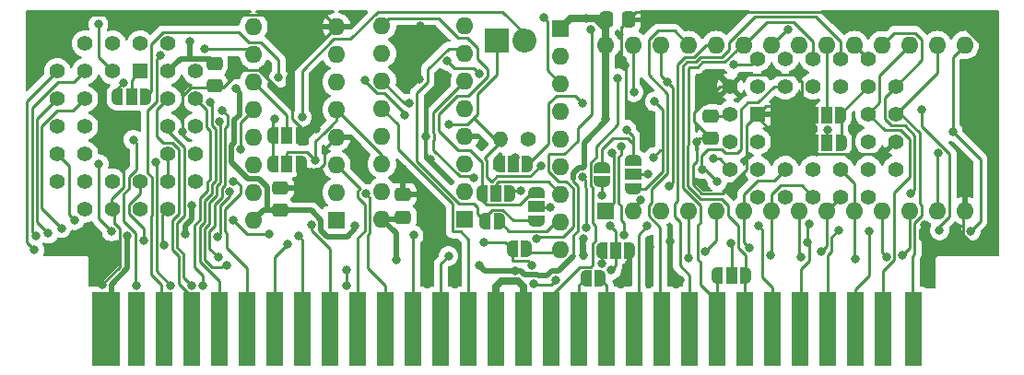
<source format=gbr>
%TF.GenerationSoftware,KiCad,Pcbnew,7.0.6*%
%TF.CreationDate,2023-08-28T12:52:06+01:00*%
%TF.ProjectId,FamiCartFlex,46616d69-4361-4727-9446-6c65782e6b69,rev?*%
%TF.SameCoordinates,Original*%
%TF.FileFunction,Copper,L2,Bot*%
%TF.FilePolarity,Positive*%
%FSLAX46Y46*%
G04 Gerber Fmt 4.6, Leading zero omitted, Abs format (unit mm)*
G04 Created by KiCad (PCBNEW 7.0.6) date 2023-08-28 12:52:06*
%MOMM*%
%LPD*%
G01*
G04 APERTURE LIST*
G04 Aperture macros list*
%AMRoundRect*
0 Rectangle with rounded corners*
0 $1 Rounding radius*
0 $2 $3 $4 $5 $6 $7 $8 $9 X,Y pos of 4 corners*
0 Add a 4 corners polygon primitive as box body*
4,1,4,$2,$3,$4,$5,$6,$7,$8,$9,$2,$3,0*
0 Add four circle primitives for the rounded corners*
1,1,$1+$1,$2,$3*
1,1,$1+$1,$4,$5*
1,1,$1+$1,$6,$7*
1,1,$1+$1,$8,$9*
0 Add four rect primitives between the rounded corners*
20,1,$1+$1,$2,$3,$4,$5,0*
20,1,$1+$1,$4,$5,$6,$7,0*
20,1,$1+$1,$6,$7,$8,$9,0*
20,1,$1+$1,$8,$9,$2,$3,0*%
%AMFreePoly0*
4,1,19,0.500000,-0.750000,0.000000,-0.750000,0.000000,-0.744911,-0.071157,-0.744911,-0.207708,-0.704816,-0.327430,-0.627875,-0.420627,-0.520320,-0.479746,-0.390866,-0.500000,-0.250000,-0.500000,0.250000,-0.479746,0.390866,-0.420627,0.520320,-0.327430,0.627875,-0.207708,0.704816,-0.071157,0.744911,0.000000,0.744911,0.000000,0.750000,0.500000,0.750000,0.500000,-0.750000,0.500000,-0.750000,
$1*%
%AMFreePoly1*
4,1,19,0.000000,0.744911,0.071157,0.744911,0.207708,0.704816,0.327430,0.627875,0.420627,0.520320,0.479746,0.390866,0.500000,0.250000,0.500000,-0.250000,0.479746,-0.390866,0.420627,-0.520320,0.327430,-0.627875,0.207708,-0.704816,0.071157,-0.744911,0.000000,-0.744911,0.000000,-0.750000,-0.500000,-0.750000,-0.500000,0.750000,0.000000,0.750000,0.000000,0.744911,0.000000,0.744911,
$1*%
%AMFreePoly2*
4,1,19,0.550000,-0.750000,0.000000,-0.750000,0.000000,-0.744911,-0.071157,-0.744911,-0.207708,-0.704816,-0.327430,-0.627875,-0.420627,-0.520320,-0.479746,-0.390866,-0.500000,-0.250000,-0.500000,0.250000,-0.479746,0.390866,-0.420627,0.520320,-0.327430,0.627875,-0.207708,0.704816,-0.071157,0.744911,0.000000,0.744911,0.000000,0.750000,0.550000,0.750000,0.550000,-0.750000,0.550000,-0.750000,
$1*%
%AMFreePoly3*
4,1,19,0.000000,0.744911,0.071157,0.744911,0.207708,0.704816,0.327430,0.627875,0.420627,0.520320,0.479746,0.390866,0.500000,0.250000,0.500000,-0.250000,0.479746,-0.390866,0.420627,-0.520320,0.327430,-0.627875,0.207708,-0.704816,0.071157,-0.744911,0.000000,-0.744911,0.000000,-0.750000,-0.550000,-0.750000,-0.550000,0.750000,0.000000,0.750000,0.000000,0.744911,0.000000,0.744911,
$1*%
G04 Aperture macros list end*
%TA.AperFunction,ComponentPad*%
%ADD10C,1.400000*%
%TD*%
%TA.AperFunction,ComponentPad*%
%ADD11O,1.400000X1.400000*%
%TD*%
%TA.AperFunction,ComponentPad*%
%ADD12O,2.200000X2.200000*%
%TD*%
%TA.AperFunction,ComponentPad*%
%ADD13R,2.200000X2.200000*%
%TD*%
%TA.AperFunction,ComponentPad*%
%ADD14R,1.600000X1.600000*%
%TD*%
%TA.AperFunction,ComponentPad*%
%ADD15O,1.600000X1.600000*%
%TD*%
%TA.AperFunction,ComponentPad*%
%ADD16R,1.422400X1.422400*%
%TD*%
%TA.AperFunction,ComponentPad*%
%ADD17C,1.422400*%
%TD*%
%TA.AperFunction,SMDPad,CuDef*%
%ADD18R,2.600000X6.810000*%
%TD*%
%TA.AperFunction,SMDPad,CuDef*%
%ADD19R,1.600000X6.820000*%
%TD*%
%TA.AperFunction,SMDPad,CuDef*%
%ADD20R,1.620000X6.820000*%
%TD*%
%TA.AperFunction,SMDPad,CuDef*%
%ADD21FreePoly0,0.000000*%
%TD*%
%TA.AperFunction,SMDPad,CuDef*%
%ADD22FreePoly1,0.000000*%
%TD*%
%TA.AperFunction,SMDPad,CuDef*%
%ADD23RoundRect,0.250000X0.475000X-0.337500X0.475000X0.337500X-0.475000X0.337500X-0.475000X-0.337500X0*%
%TD*%
%TA.AperFunction,SMDPad,CuDef*%
%ADD24FreePoly2,180.000000*%
%TD*%
%TA.AperFunction,SMDPad,CuDef*%
%ADD25R,1.000000X1.500000*%
%TD*%
%TA.AperFunction,SMDPad,CuDef*%
%ADD26FreePoly3,180.000000*%
%TD*%
%TA.AperFunction,SMDPad,CuDef*%
%ADD27RoundRect,0.250000X-0.337500X-0.475000X0.337500X-0.475000X0.337500X0.475000X-0.337500X0.475000X0*%
%TD*%
%TA.AperFunction,SMDPad,CuDef*%
%ADD28FreePoly2,270.000000*%
%TD*%
%TA.AperFunction,SMDPad,CuDef*%
%ADD29R,1.500000X1.000000*%
%TD*%
%TA.AperFunction,SMDPad,CuDef*%
%ADD30FreePoly3,270.000000*%
%TD*%
%TA.AperFunction,SMDPad,CuDef*%
%ADD31FreePoly2,0.000000*%
%TD*%
%TA.AperFunction,SMDPad,CuDef*%
%ADD32FreePoly3,0.000000*%
%TD*%
%TA.AperFunction,SMDPad,CuDef*%
%ADD33RoundRect,0.250000X-0.475000X0.337500X-0.475000X-0.337500X0.475000X-0.337500X0.475000X0.337500X0*%
%TD*%
%TA.AperFunction,SMDPad,CuDef*%
%ADD34FreePoly0,90.000000*%
%TD*%
%TA.AperFunction,SMDPad,CuDef*%
%ADD35FreePoly1,90.000000*%
%TD*%
%TA.AperFunction,ViaPad*%
%ADD36C,0.800000*%
%TD*%
%TA.AperFunction,Conductor*%
%ADD37C,0.250000*%
%TD*%
%TA.AperFunction,Conductor*%
%ADD38C,0.500000*%
%TD*%
%TA.AperFunction,Conductor*%
%ADD39C,0.700000*%
%TD*%
G04 APERTURE END LIST*
D10*
%TO.P,R1,1*%
%TO.N,/r.4*%
X76490000Y-70020000D03*
D11*
%TO.P,R1,2*%
%TO.N,/bA4*%
X73950000Y-70020000D03*
%TD*%
D12*
%TO.P,D1,2,A*%
%TO.N,/cA14*%
X76090000Y-60950000D03*
D13*
%TO.P,D1,1,K*%
%TO.N,/bA4*%
X73550000Y-60950000D03*
%TD*%
D14*
%TO.P,U4,1,D2*%
%TO.N,/cD5*%
X70650000Y-77400000D03*
D15*
%TO.P,U4,2,D3*%
%TO.N,/cD6*%
X70650000Y-74860000D03*
%TO.P,U4,3,D4*%
%TO.N,/cD7*%
X70650000Y-72320000D03*
%TO.P,U4,4,Rb*%
%TO.N,GND*%
X70650000Y-69780000D03*
%TO.P,U4,5,Ra*%
%TO.N,Net-(JP6-C)*%
X70650000Y-67240000D03*
%TO.P,U4,6,Q4*%
%TO.N,/r.7*%
X70650000Y-64700000D03*
%TO.P,U4,7,Q3*%
%TO.N,/r.6*%
X70650000Y-62160000D03*
%TO.P,U4,8,GND*%
%TO.N,GND*%
X70650000Y-59620000D03*
%TO.P,U4,9,Q2*%
%TO.N,/r.5*%
X63030000Y-59620000D03*
%TO.P,U4,10,Q1*%
%TO.N,/r.4*%
X63030000Y-62160000D03*
%TO.P,U4,11,~{Er}*%
%TO.N,Net-(JP7-C)*%
X63030000Y-64700000D03*
%TO.P,U4,12,~{Ew}*%
%TO.N,/~{ROMSEL}*%
X63030000Y-67240000D03*
%TO.P,U4,13,Wb*%
%TO.N,/R~{W}*%
X63030000Y-69780000D03*
%TO.P,U4,14,Wa*%
%TO.N,Net-(JP8-C)*%
X63030000Y-72320000D03*
%TO.P,U4,15,D1*%
%TO.N,/cD4*%
X63030000Y-74860000D03*
%TO.P,U4,16,VCC*%
%TO.N,VCC*%
X63030000Y-77400000D03*
%TD*%
D14*
%TO.P,U5,1,A14*%
%TO.N,/bA6*%
X83570000Y-76640000D03*
D15*
%TO.P,U5,2,A12*%
%TO.N,/chr12*%
X86110000Y-76640000D03*
%TO.P,U5,3,A7*%
%TO.N,/pA7*%
X88650000Y-76640000D03*
%TO.P,U5,4,A6*%
%TO.N,/pA6*%
X91190000Y-76640000D03*
%TO.P,U5,5,A5*%
%TO.N,/pA5*%
X93730000Y-76640000D03*
%TO.P,U5,6,A4*%
%TO.N,/pA4*%
X96270000Y-76640000D03*
%TO.P,U5,7,A3*%
%TO.N,/pA3*%
X98810000Y-76640000D03*
%TO.P,U5,8,A2*%
%TO.N,/pA2*%
X101350000Y-76640000D03*
%TO.P,U5,9,A1*%
%TO.N,/pA1*%
X103890000Y-76640000D03*
%TO.P,U5,10,A0*%
%TO.N,/pA0*%
X106430000Y-76640000D03*
%TO.P,U5,11,Q0*%
%TO.N,/pD0*%
X108970000Y-76640000D03*
%TO.P,U5,12,Q1*%
%TO.N,/pD1*%
X111510000Y-76640000D03*
%TO.P,U5,13,Q2*%
%TO.N,/pD2*%
X114050000Y-76640000D03*
%TO.P,U5,14,GND*%
%TO.N,GND*%
X116590000Y-76640000D03*
%TO.P,U5,15,Q3*%
%TO.N,/pD3*%
X116590000Y-61400000D03*
%TO.P,U5,16,Q4*%
%TO.N,/pD4*%
X114050000Y-61400000D03*
%TO.P,U5,17,Q5*%
%TO.N,/pD5*%
X111510000Y-61400000D03*
%TO.P,U5,18,Q6*%
%TO.N,/pD6*%
X108970000Y-61400000D03*
%TO.P,U5,19,Q7*%
%TO.N,/pD7*%
X106430000Y-61400000D03*
%TO.P,U5,20,~{CS}*%
%TO.N,Net-(JP9-C)*%
X103890000Y-61400000D03*
%TO.P,U5,21,A10*%
%TO.N,/pA10*%
X101350000Y-61400000D03*
%TO.P,U5,22,~{OE}*%
%TO.N,/~{pRD}*%
X98810000Y-61400000D03*
%TO.P,U5,23,A11*%
%TO.N,/pA11*%
X96270000Y-61400000D03*
%TO.P,U5,24,A9*%
%TO.N,/pA9*%
X93730000Y-61400000D03*
%TO.P,U5,25,A8*%
%TO.N,/pA8*%
X91190000Y-61400000D03*
%TO.P,U5,26,A13*%
%TO.N,/bA5*%
X88650000Y-61400000D03*
%TO.P,U5,27,~{WE}*%
%TO.N,/~{pWR}*%
X86110000Y-61400000D03*
%TO.P,U5,28,VCC*%
%TO.N,VCC*%
X83570000Y-61400000D03*
%TD*%
D16*
%TO.P,U1,1,A18*%
%TO.N,Net-(JP2-C)*%
X40820000Y-63800000D03*
D17*
%TO.P,U1,2,A16*%
%TO.N,/bA2*%
X38280000Y-61260000D03*
%TO.P,U1,3,A15*%
%TO.N,/bA1*%
X38280000Y-63800000D03*
%TO.P,U1,4,A12*%
%TO.N,Net-(H1-cA12)*%
X35740000Y-61260000D03*
%TO.P,U1,5,A7*%
%TO.N,Net-(H1-cA7)*%
X33200000Y-63800000D03*
%TO.P,U1,6,A6*%
%TO.N,Net-(H1-cA6)*%
X35740000Y-63800000D03*
%TO.P,U1,7,A5*%
%TO.N,Net-(H1-cA5)*%
X33200000Y-66340000D03*
%TO.P,U1,8,A4*%
%TO.N,Net-(H1-cA4)*%
X35740000Y-66340000D03*
%TO.P,U1,9,A3*%
%TO.N,Net-(H1-cA3)*%
X33200000Y-68880000D03*
%TO.P,U1,10,A2*%
%TO.N,Net-(H1-cA2)*%
X35740000Y-68880000D03*
%TO.P,U1,11,A1*%
%TO.N,Net-(H1-cA1)*%
X33200000Y-71420000D03*
%TO.P,U1,12,A0*%
%TO.N,Net-(H1-cA0)*%
X35740000Y-71420000D03*
%TO.P,U1,13,D0*%
%TO.N,/cD0*%
X33200000Y-73960000D03*
%TO.P,U1,14,D1*%
%TO.N,/cD1*%
X35740000Y-76500000D03*
%TO.P,U1,15,D2*%
%TO.N,/cD2*%
X35740000Y-73960000D03*
%TO.P,U1,16,VSS*%
%TO.N,GND*%
X38280000Y-76500000D03*
%TO.P,U1,17,D3*%
%TO.N,/cD3*%
X38280000Y-73960000D03*
%TO.P,U1,18,D4*%
%TO.N,/cD4*%
X40820000Y-76500000D03*
%TO.P,U1,19,D5*%
%TO.N,/cD5*%
X40820000Y-73960000D03*
%TO.P,U1,20,D6*%
%TO.N,/cD6*%
X43360000Y-76500000D03*
%TO.P,U1,21,D7*%
%TO.N,/cD7*%
X45900000Y-73960000D03*
%TO.P,U1,22,~{CE}*%
%TO.N,/~{ROMSEL}*%
X43360000Y-73960000D03*
%TO.P,U1,23,A10*%
%TO.N,Net-(H1-cA10)*%
X45900000Y-71420000D03*
%TO.P,U1,24,~{OE}*%
%TO.N,/~{ROMSEL}*%
X43360000Y-71420000D03*
%TO.P,U1,25,A11*%
%TO.N,Net-(H1-cA11)*%
X45900000Y-68880000D03*
%TO.P,U1,26,A9*%
%TO.N,Net-(H1-cA9)*%
X43360000Y-68880000D03*
%TO.P,U1,27,A8*%
%TO.N,Net-(H1-cA8)*%
X45900000Y-66340000D03*
%TO.P,U1,28,A13*%
%TO.N,Net-(H1-cA13)*%
X43360000Y-66340000D03*
%TO.P,U1,29,A14*%
%TO.N,/bA0*%
X45900000Y-63800000D03*
%TO.P,U1,30,A17*%
%TO.N,/bA3*%
X43360000Y-61260000D03*
%TO.P,U1,31,~{WE}*%
%TO.N,VCC*%
X43360000Y-63800000D03*
%TO.P,U1,32,VDD*%
X40820000Y-61260000D03*
%TD*%
D18*
%TO.P,H1,31,VCC*%
%TO.N,VCC*%
X37670000Y-87495000D03*
D19*
%TO.P,H1,32,M2*%
%TO.N,unconnected-(H1-M2-Pad32)*%
X40500000Y-87490000D03*
%TO.P,H1,33,cA12*%
%TO.N,Net-(H1-cA12)*%
X43040000Y-87490000D03*
D20*
%TO.P,H1,34,cA13*%
%TO.N,Net-(H1-cA13)*%
X45590000Y-87490000D03*
D19*
%TO.P,H1,35,cA14*%
%TO.N,/cA14*%
X48120000Y-87490000D03*
%TO.P,H1,36,cD7*%
%TO.N,/cD7*%
X50660000Y-87490000D03*
%TO.P,H1,37,cD6*%
%TO.N,/cD6*%
X53200000Y-87490000D03*
%TO.P,H1,38,cD5*%
%TO.N,/cD5*%
X55740000Y-87490000D03*
%TO.P,H1,39,cD4*%
%TO.N,/cD4*%
X58280000Y-87490000D03*
%TO.P,H1,40,cD3*%
%TO.N,/cD3*%
X60820000Y-87490000D03*
%TO.P,H1,41,cD2*%
%TO.N,/cD2*%
X63360000Y-87490000D03*
%TO.P,H1,42,cD1*%
%TO.N,/cD1*%
X65900000Y-87490000D03*
%TO.P,H1,43,cD0*%
%TO.N,/cD0*%
X68440000Y-87490000D03*
D20*
%TO.P,H1,44,~{ROMSEL}*%
%TO.N,/~{ROMSEL}*%
X70990000Y-87490000D03*
D19*
%TO.P,H1,45,cAUDIO*%
%TO.N,Net-(H1-cAUDIO)*%
X73520000Y-87490000D03*
%TO.P,H1,46,rfAUDIO*%
X76060000Y-87490000D03*
%TO.P,H1,47,p~{WR}*%
%TO.N,/~{pWR}*%
X78600000Y-87490000D03*
%TO.P,H1,48,vram~{CE}*%
%TO.N,Net-(H1-vram~{CE})*%
X81140000Y-87490000D03*
%TO.P,H1,49,p~{A13}*%
%TO.N,Net-(H1-p~{A13})*%
X83680000Y-87490000D03*
%TO.P,H1,50,pA7*%
%TO.N,/pA7*%
X86220000Y-87490000D03*
%TO.P,H1,51,pA8*%
%TO.N,/pA8*%
X88760000Y-87490000D03*
%TO.P,H1,52,pA9*%
%TO.N,/pA9*%
X91300000Y-87490000D03*
%TO.P,H1,53,pA10*%
%TO.N,/pA10*%
X93840000Y-87490000D03*
%TO.P,H1,54,pA11*%
%TO.N,/pA11*%
X96380000Y-87490000D03*
%TO.P,H1,55,pA12*%
%TO.N,/pA12*%
X98920000Y-87490000D03*
%TO.P,H1,56,pD13*%
%TO.N,/pA13*%
X101460000Y-87490000D03*
%TO.P,H1,57,pD7*%
%TO.N,/pD7*%
X104000000Y-87490000D03*
%TO.P,H1,58,pD6*%
%TO.N,/pD6*%
X106540000Y-87490000D03*
%TO.P,H1,59,pD5*%
%TO.N,/pD5*%
X109080000Y-87490000D03*
%TO.P,H1,60,pD4*%
%TO.N,/pD4*%
X111840000Y-87490000D03*
%TD*%
D14*
%TO.P,RN1,1,common*%
%TO.N,VCC*%
X79450000Y-59850000D03*
D15*
%TO.P,RN1,2,R1*%
%TO.N,/bA0*%
X79450000Y-62390000D03*
%TO.P,RN1,3,R2*%
%TO.N,/bA1*%
X79450000Y-64930000D03*
%TO.P,RN1,4,R3*%
%TO.N,/bA2*%
X79450000Y-67470000D03*
%TO.P,RN1,5,R4*%
%TO.N,/bA3*%
X79450000Y-70010000D03*
%TO.P,RN1,6,R5*%
%TO.N,/bA4*%
X79450000Y-72550000D03*
%TO.P,RN1,7,R6*%
%TO.N,/bA5*%
X79450000Y-75090000D03*
%TO.P,RN1,8,R7*%
%TO.N,/bA6*%
X79450000Y-77630000D03*
%TO.P,RN1,9,R8*%
%TO.N,/bA7*%
X79450000Y-80170000D03*
%TD*%
D16*
%TO.P,U2,1,A18*%
%TO.N,GND*%
X97540000Y-67730000D03*
D17*
%TO.P,U2,2,A16*%
%TO.N,/bA7*%
X95000000Y-70270000D03*
%TO.P,U2,3,A15*%
%TO.N,/bA6*%
X97540000Y-70270000D03*
%TO.P,U2,4,A12*%
%TO.N,/pA12*%
X95000000Y-72810000D03*
%TO.P,U2,5,A7*%
%TO.N,/pA7*%
X97540000Y-75350000D03*
%TO.P,U2,6,A6*%
%TO.N,/pA6*%
X97540000Y-72810000D03*
%TO.P,U2,7,A5*%
%TO.N,/pA5*%
X100080000Y-75350000D03*
%TO.P,U2,8,A4*%
%TO.N,/pA4*%
X100080000Y-72810000D03*
%TO.P,U2,9,A3*%
%TO.N,/pA3*%
X102620000Y-75350000D03*
%TO.P,U2,10,A2*%
%TO.N,/pA2*%
X102620000Y-72810000D03*
%TO.P,U2,11,A1*%
%TO.N,/pA1*%
X105160000Y-75350000D03*
%TO.P,U2,12,A0*%
%TO.N,/pA0*%
X105160000Y-72810000D03*
%TO.P,U2,13,D0*%
%TO.N,/pD0*%
X107700000Y-75350000D03*
%TO.P,U2,14,D1*%
%TO.N,/pD1*%
X110240000Y-72810000D03*
%TO.P,U2,15,D2*%
%TO.N,/pD2*%
X107700000Y-72810000D03*
%TO.P,U2,16,VSS*%
%TO.N,GND*%
X110240000Y-70270000D03*
%TO.P,U2,17,D3*%
%TO.N,/pD3*%
X107700000Y-70270000D03*
%TO.P,U2,18,D4*%
%TO.N,/pD4*%
X110240000Y-67730000D03*
%TO.P,U2,19,D5*%
%TO.N,/pD5*%
X107700000Y-67730000D03*
%TO.P,U2,20,D6*%
%TO.N,/pD6*%
X110240000Y-65190000D03*
%TO.P,U2,21,D7*%
%TO.N,/pD7*%
X107700000Y-62650000D03*
%TO.P,U2,22,~{CE}*%
%TO.N,/pA13*%
X107700000Y-65190000D03*
%TO.P,U2,23,A10*%
%TO.N,/pA10*%
X105160000Y-62650000D03*
%TO.P,U2,24,~{OE}*%
%TO.N,/~{pRD}*%
X105160000Y-65190000D03*
%TO.P,U2,25,A11*%
%TO.N,/pA11*%
X102620000Y-62650000D03*
%TO.P,U2,26,A9*%
%TO.N,/pA9*%
X102620000Y-65190000D03*
%TO.P,U2,27,A8*%
%TO.N,/pA8*%
X100080000Y-62650000D03*
%TO.P,U2,28,A13*%
%TO.N,/chr12*%
X100080000Y-65190000D03*
%TO.P,U2,29,A14*%
%TO.N,/bA5*%
X97540000Y-62650000D03*
%TO.P,U2,30,A17*%
%TO.N,GND*%
X95000000Y-65190000D03*
%TO.P,U2,31,~{WE}*%
%TO.N,/~{pWR}*%
X97540000Y-65190000D03*
%TO.P,U2,32,VDD*%
%TO.N,VCC*%
X95000000Y-67730000D03*
%TD*%
D14*
%TO.P,U3,1,D2*%
%TO.N,/cD1*%
X58850000Y-77500000D03*
D15*
%TO.P,U3,2,D3*%
%TO.N,/cD2*%
X58850000Y-74960000D03*
%TO.P,U3,3,D4*%
%TO.N,/cD3*%
X58850000Y-72420000D03*
%TO.P,U3,4,Rb*%
%TO.N,GND*%
X58850000Y-69880000D03*
%TO.P,U3,5,Ra*%
%TO.N,Net-(JP8-C)*%
X58850000Y-67340000D03*
%TO.P,U3,6,Q4*%
%TO.N,/bA3*%
X58850000Y-64800000D03*
%TO.P,U3,7,Q3*%
%TO.N,/bA2*%
X58850000Y-62260000D03*
%TO.P,U3,8,GND*%
%TO.N,GND*%
X58850000Y-59720000D03*
%TO.P,U3,9,Q2*%
%TO.N,/bA1*%
X51230000Y-59720000D03*
%TO.P,U3,10,Q1*%
%TO.N,/bA0*%
X51230000Y-62260000D03*
%TO.P,U3,11,~{Er}*%
%TO.N,Net-(JP3-C)*%
X51230000Y-64800000D03*
%TO.P,U3,12,~{Ew}*%
%TO.N,/~{ROMSEL}*%
X51230000Y-67340000D03*
%TO.P,U3,13,Wb*%
%TO.N,/R~{W}*%
X51230000Y-69880000D03*
%TO.P,U3,14,Wa*%
%TO.N,Net-(JP8-C)*%
X51230000Y-72420000D03*
%TO.P,U3,15,D1*%
%TO.N,/cD0*%
X51230000Y-74960000D03*
%TO.P,U3,16,VCC*%
%TO.N,VCC*%
X51230000Y-77500000D03*
%TD*%
D21*
%TO.P,J53,1,A*%
%TO.N,/r.7*%
X75000000Y-80162400D03*
D22*
%TO.P,J53,2,B*%
%TO.N,/bA7*%
X76300000Y-80162400D03*
%TD*%
D23*
%TO.P,C3,1*%
%TO.N,VCC*%
X64973200Y-77237500D03*
%TO.P,C3,2*%
%TO.N,GND*%
X64973200Y-75162500D03*
%TD*%
D24*
%TO.P,JP7,1,A*%
%TO.N,/pA13*%
X105206800Y-70358000D03*
D25*
%TO.P,JP7,2,C*%
%TO.N,Net-(JP7-C)*%
X103906800Y-70358000D03*
D26*
%TO.P,JP7,3,B*%
%TO.N,GND*%
X102606800Y-70358000D03*
%TD*%
D23*
%TO.P,C2,1*%
%TO.N,VCC*%
X53695600Y-76606400D03*
%TO.P,C2,2*%
%TO.N,GND*%
X53695600Y-74531400D03*
%TD*%
D27*
%TO.P,C4,1*%
%TO.N,VCC*%
X83616800Y-59080400D03*
%TO.P,C4,2*%
%TO.N,GND*%
X85691800Y-59080400D03*
%TD*%
D24*
%TO.P,JP2,1,A*%
%TO.N,/bA4*%
X41330400Y-66151500D03*
D25*
%TO.P,JP2,2,C*%
%TO.N,Net-(JP2-C)*%
X40030400Y-66151500D03*
D26*
%TO.P,JP2,3,B*%
%TO.N,/cA14*%
X38730400Y-66151500D03*
%TD*%
D21*
%TO.P,JP1,1,A*%
%TO.N,Net-(H1-vram~{CE})*%
X81750000Y-82850000D03*
D22*
%TO.P,JP1,2,B*%
%TO.N,Net-(H1-p~{A13})*%
X83050000Y-82850000D03*
%TD*%
D24*
%TO.P,JP12,1,A*%
%TO.N,/pA13*%
X74800000Y-75000000D03*
D25*
%TO.P,JP12,2,C*%
%TO.N,/bA5*%
X73500000Y-75000000D03*
D26*
%TO.P,JP12,3,B*%
%TO.N,/r.5*%
X72200000Y-75000000D03*
%TD*%
D24*
%TO.P,JP8,1,A*%
%TO.N,GND*%
X55605200Y-72298300D03*
D25*
%TO.P,JP8,2,C*%
%TO.N,Net-(JP8-C)*%
X54305200Y-72298300D03*
D26*
%TO.P,JP8,3,B*%
%TO.N,/cA14*%
X53005200Y-72298300D03*
%TD*%
D28*
%TO.P,JP5,1,A*%
%TO.N,/r.4*%
X86115900Y-72004400D03*
D29*
%TO.P,JP5,2,C*%
%TO.N,/chr12*%
X86115900Y-73304400D03*
D30*
%TO.P,JP5,3,B*%
%TO.N,/pA12*%
X86115900Y-74604400D03*
%TD*%
D31*
%TO.P,JP6,1,A*%
%TO.N,GND*%
X73800000Y-72300000D03*
D25*
%TO.P,JP6,2,C*%
%TO.N,Net-(JP6-C)*%
X75100000Y-72300000D03*
D32*
%TO.P,JP6,3,B*%
%TO.N,/pA12*%
X76400000Y-72300000D03*
%TD*%
D33*
%TO.P,C1,1*%
%TO.N,VCC*%
X47650400Y-63072100D03*
%TO.P,C1,2*%
%TO.N,GND*%
X47650400Y-65147100D03*
%TD*%
D24*
%TO.P,JP10,1,A*%
%TO.N,GND*%
X85800000Y-80250000D03*
D25*
%TO.P,JP10,2,C*%
%TO.N,Net-(H1-vramA10)*%
X84500000Y-80250000D03*
D26*
%TO.P,JP10,3,B*%
%TO.N,/r.7*%
X83200000Y-80250000D03*
%TD*%
D33*
%TO.P,C5,1*%
%TO.N,VCC*%
X93218000Y-67927400D03*
%TO.P,C5,2*%
%TO.N,GND*%
X93218000Y-70002400D03*
%TD*%
D34*
%TO.P,J1,1,A*%
%TO.N,Net-(H1-vramA10)*%
X83250000Y-73954400D03*
D35*
%TO.P,J1,2,B*%
%TO.N,/r.4*%
X83250000Y-72654400D03*
%TD*%
D21*
%TO.P,J52,1,A*%
%TO.N,/r.6*%
X72500000Y-77622400D03*
D22*
%TO.P,J52,2,B*%
%TO.N,/bA6*%
X73800000Y-77622400D03*
%TD*%
D31*
%TO.P,JP3,1,A*%
%TO.N,/cA14*%
X53005200Y-69748400D03*
D25*
%TO.P,JP3,2,C*%
%TO.N,Net-(JP3-C)*%
X54305200Y-69748400D03*
D32*
%TO.P,JP3,3,B*%
%TO.N,GND*%
X55605200Y-69748400D03*
%TD*%
D28*
%TO.P,JP11,1,A*%
%TO.N,/r.5*%
X77250000Y-74950000D03*
D29*
%TO.P,JP11,2,C*%
%TO.N,Net-(H1-vramA10)*%
X77250000Y-76250000D03*
D30*
%TO.P,JP11,3,B*%
%TO.N,/r.6*%
X77250000Y-77550000D03*
%TD*%
D24*
%TO.P,JP9,1,A*%
%TO.N,/pA13*%
X105186000Y-67818000D03*
D25*
%TO.P,JP9,2,C*%
%TO.N,Net-(JP9-C)*%
X103886000Y-67818000D03*
D26*
%TO.P,JP9,3,B*%
%TO.N,GND*%
X102586000Y-67818000D03*
%TD*%
D24*
%TO.P,JP4,1,A*%
%TO.N,/pA11*%
X96427600Y-82600800D03*
D25*
%TO.P,JP4,2,C*%
%TO.N,Net-(H1-vramA10)*%
X95127600Y-82600800D03*
D26*
%TO.P,JP4,3,B*%
%TO.N,/pA10*%
X93827600Y-82600800D03*
%TD*%
D36*
%TO.N,GND*%
X73771712Y-72699500D03*
%TO.N,Net-(JP6-C)*%
X75250500Y-71714696D03*
%TO.N,/bA1*%
X77900000Y-58850000D03*
%TO.N,/bA4*%
X77600500Y-72494828D03*
%TO.N,/r.4*%
X71949750Y-64024250D03*
%TO.N,Net-(H1-cA11)*%
X40500000Y-83480498D03*
X40182800Y-70104000D03*
%TO.N,/~{pWR}*%
X84707300Y-64465200D03*
X86156800Y-65735200D03*
%TO.N,GND*%
X67700000Y-76800000D03*
X67056000Y-69799200D03*
X56600000Y-73100000D03*
X37338000Y-67056000D03*
X66548000Y-59669500D03*
X90400000Y-83019400D03*
X101500000Y-71100000D03*
X112877600Y-77921100D03*
X92679000Y-66579000D03*
X81549139Y-79207051D03*
X66497200Y-64516000D03*
X87172800Y-68477300D03*
X87675500Y-79925796D03*
X31115000Y-63754000D03*
X67462400Y-71882000D03*
X44677348Y-69352295D03*
X112600000Y-58600000D03*
X119176800Y-73355200D03*
X68732400Y-64465200D03*
X85800000Y-80250000D03*
X64922400Y-72796400D03*
X92800000Y-64000000D03*
X91910500Y-70270000D03*
X85385500Y-63283000D03*
X81549500Y-80674500D03*
X38354000Y-70612000D03*
X56946800Y-69088000D03*
X89500000Y-79449500D03*
X37342452Y-83432950D03*
%TO.N,Net-(H1-cA10)*%
X43600000Y-83479998D03*
X42228100Y-72199300D03*
%TO.N,Net-(H1-cA9)*%
X45512299Y-83480498D03*
%TO.N,Net-(H1-cA8)*%
X46600000Y-83479998D03*
%TO.N,Net-(H1-cA7)*%
X31104949Y-80246562D03*
%TO.N,Net-(H1-cA6)*%
X31217399Y-78967801D03*
%TO.N,Net-(H1-cA5)*%
X32380850Y-78718750D03*
%TO.N,Net-(H1-cA4)*%
X33578800Y-78227000D03*
%TO.N,Net-(H1-cA3)*%
X59757213Y-83541163D03*
X59786811Y-82028700D03*
X48024599Y-80923429D03*
X48368805Y-67384395D03*
%TO.N,Net-(H1-cA2)*%
X48113700Y-68478400D03*
X48792698Y-81607301D03*
%TO.N,Net-(H1-cA1)*%
X34798000Y-77502500D03*
%TO.N,Net-(H1-cA0)*%
X38201600Y-78536800D03*
X37033200Y-72339200D03*
%TO.N,Net-(H1-vramA10)*%
X78500000Y-76300000D03*
X84000000Y-78039502D03*
X84087701Y-82087701D03*
X83250000Y-75240498D03*
X95046800Y-79654400D03*
%TO.N,VCC*%
X44964100Y-78790800D03*
X83596586Y-68160500D03*
X81788000Y-58978800D03*
X71983600Y-81635600D03*
X64312800Y-81127600D03*
X60553600Y-77978000D03*
X45570700Y-76170700D03*
X75294000Y-82159300D03*
X49580800Y-65417100D03*
X45415200Y-61061600D03*
X39661500Y-78972786D03*
%TO.N,/~{pRD}*%
X100330000Y-60000900D03*
X77200000Y-79224500D03*
X82245200Y-59944000D03*
%TO.N,/pD0*%
X109372400Y-80873600D03*
%TO.N,/pD1*%
X110821900Y-80724500D03*
%TO.N,/pD2*%
X114096800Y-71323200D03*
%TO.N,/pD3*%
X115465000Y-69342000D03*
X117124500Y-78496353D03*
%TO.N,Net-(H1-cA12)*%
X42655072Y-62364996D03*
%TO.N,/bA0*%
X46736000Y-61772800D03*
%TO.N,/cD7*%
X49375702Y-73900700D03*
%TO.N,/cD6*%
X54400000Y-79660500D03*
X43030700Y-79778700D03*
%TO.N,/cD5*%
X41131700Y-79362900D03*
X55336148Y-78928252D03*
%TO.N,/cD4*%
X56576355Y-77894865D03*
%TO.N,/cD2*%
X61544500Y-75082400D03*
%TO.N,/cD1*%
X65938400Y-78892400D03*
X52623895Y-78760500D03*
X49380500Y-77511368D03*
%TO.N,/cD0*%
X49034666Y-74871200D03*
X69138800Y-80791900D03*
X47917700Y-79024429D03*
%TO.N,/~{ROMSEL}*%
X50052406Y-70982005D03*
%TO.N,/pD7*%
X104952800Y-78435200D03*
%TO.N,/pD6*%
X111607600Y-75082400D03*
X107797600Y-78536800D03*
%TO.N,/bA1*%
X36982400Y-59499300D03*
%TO.N,/bA4*%
X65074800Y-67818000D03*
X53543200Y-64414400D03*
X61468000Y-64668400D03*
X69138800Y-68681600D03*
%TO.N,/bA5*%
X95326898Y-63204496D03*
X89445500Y-74340500D03*
X89231847Y-64793754D03*
%TO.N,/bA6*%
X84156974Y-71286947D03*
%TO.N,/bA7*%
X85000000Y-70750000D03*
X85272747Y-78848247D03*
%TO.N,/pA13*%
X114249200Y-78435200D03*
X102074500Y-79502000D03*
X81749500Y-78161459D03*
X75750000Y-74750000D03*
X112623600Y-67360800D03*
X102250000Y-77875500D03*
X81450500Y-73557064D03*
%TO.N,/pA12*%
X81490000Y-66760000D03*
X93459995Y-71859996D03*
X88087200Y-66598800D03*
X88000000Y-71700000D03*
X97586800Y-78000000D03*
%TO.N,/pA7*%
X87420706Y-78026296D03*
%TO.N,/pA6*%
X91190000Y-81000000D03*
%TO.N,/pA5*%
X92724500Y-80378900D03*
%TO.N,/pA4*%
X96750000Y-80000000D03*
%TO.N,/pA3*%
X98704400Y-80721200D03*
%TO.N,/pA2*%
X101549200Y-80924400D03*
%TO.N,/pA1*%
X103378000Y-80352300D03*
%TO.N,/pA0*%
X106527600Y-81076800D03*
%TO.N,/cA14*%
X53136800Y-68173600D03*
X55676800Y-68034500D03*
X39296535Y-64849495D03*
X47218874Y-66634276D03*
%TO.N,Net-(JP8-C)*%
X56896000Y-72019500D03*
%TO.N,Net-(JP7-C)*%
X65518700Y-66764500D03*
X103936800Y-69189600D03*
%TO.N,/r.4*%
X85500000Y-69159500D03*
X69037200Y-62850500D03*
%TO.N,/r.7*%
X71433200Y-73566800D03*
X83245764Y-81518065D03*
X76836846Y-81648777D03*
X76966992Y-83348277D03*
X78987701Y-82987701D03*
X72390000Y-79500000D03*
%TO.N,/chr12*%
X86800744Y-75614260D03*
X93819503Y-73919503D03*
X92427042Y-72808500D03*
X87475500Y-73304400D03*
%TD*%
D37*
%TO.N,/pA11*%
X91185500Y-63487292D02*
X91247792Y-63425000D01*
X91128000Y-70627805D02*
X91185500Y-70570305D01*
X92028783Y-63425000D02*
X92478783Y-62975000D01*
X94855000Y-76174009D02*
X94195991Y-75515000D01*
X94195991Y-75515000D02*
X92292387Y-75515000D01*
X91185500Y-70570305D02*
X91185500Y-63487292D01*
X91128000Y-74350613D02*
X91128000Y-70627805D01*
X92292387Y-75515000D02*
X91128000Y-74350613D01*
X94855000Y-77105991D02*
X94855000Y-76174009D01*
X91247792Y-63425000D02*
X92028783Y-63425000D01*
X95771800Y-78022791D02*
X94855000Y-77105991D01*
X95771800Y-80047105D02*
X95771800Y-78022791D01*
X96427600Y-80702905D02*
X95771800Y-80047105D01*
X96427600Y-82600800D02*
X96427600Y-80702905D01*
X92478783Y-62975000D02*
X94531796Y-62975000D01*
X94531796Y-62975000D02*
X95595000Y-61911796D01*
%TO.N,Net-(JP6-C)*%
X75250500Y-71714696D02*
X75100000Y-71865196D01*
X75100000Y-71865196D02*
X75100000Y-72300000D01*
%TO.N,/pA12*%
X81490000Y-66760000D02*
X80785000Y-66055000D01*
X80785000Y-66055000D02*
X79045000Y-66055000D01*
X79045000Y-66055000D02*
X78325000Y-66775000D01*
X78325000Y-66775000D02*
X78325000Y-70475000D01*
X78325000Y-70475000D02*
X76350000Y-72450000D01*
%TO.N,/r.4*%
X71949750Y-64024250D02*
X71443696Y-63518196D01*
X71443696Y-63518196D02*
X69704896Y-63518196D01*
X69704896Y-63518196D02*
X69037200Y-62850500D01*
%TO.N,/r.5*%
X71775000Y-61694009D02*
X70837791Y-60756800D01*
X72750000Y-63650000D02*
X71775000Y-62675000D01*
X72750000Y-64248600D02*
X72750000Y-63650000D01*
X70837791Y-60756800D02*
X70053200Y-60756800D01*
X69923598Y-66062798D02*
X70935802Y-66062798D01*
X68224400Y-67761996D02*
X69923598Y-66062798D01*
X68224400Y-69305899D02*
X68224400Y-67761996D01*
X70935802Y-66062798D02*
X72750000Y-64248600D01*
X69987701Y-71069200D02*
X68224400Y-69305899D01*
X71122903Y-71069200D02*
X69987701Y-71069200D01*
X72200000Y-72146297D02*
X71122903Y-71069200D01*
X71775000Y-62675000D02*
X71775000Y-61694009D01*
X72200000Y-75000000D02*
X72200000Y-72146297D01*
X70053200Y-60756800D02*
X68241400Y-58945000D01*
X68241400Y-58945000D02*
X63705000Y-58945000D01*
X63705000Y-58945000D02*
X63030000Y-59620000D01*
%TO.N,/bA1*%
X77900000Y-58850000D02*
X78250000Y-59200000D01*
X78250000Y-59200000D02*
X78250000Y-63730000D01*
X78250000Y-63730000D02*
X79450000Y-64930000D01*
%TO.N,/bA4*%
X73960000Y-70250000D02*
X72500000Y-71710000D01*
X72500000Y-71710000D02*
X72500000Y-71809901D01*
X72500000Y-71809901D02*
X72650000Y-71959901D01*
X72650000Y-71959901D02*
X72650000Y-73500001D01*
X73563604Y-73475000D02*
X76641727Y-73475000D01*
X72650000Y-73500001D02*
X73074999Y-73925000D01*
X73074999Y-73925000D02*
X73113605Y-73925000D01*
X73113605Y-73925000D02*
X73563604Y-73475000D01*
X76641727Y-73475000D02*
X77225000Y-72891727D01*
X77225000Y-72891727D02*
X77225000Y-72870328D01*
X77225000Y-72870328D02*
X77545328Y-72550000D01*
X71775000Y-67772600D02*
X71438800Y-68108800D01*
X71438800Y-68108800D02*
X73980000Y-70650000D01*
X73550000Y-60950000D02*
X73550000Y-64103703D01*
X73550000Y-64103703D02*
X71775000Y-65878703D01*
X71775000Y-65878703D02*
X71775000Y-67772600D01*
%TO.N,/cA14*%
X76090000Y-60950000D02*
X76090000Y-60342000D01*
X76090000Y-60342000D02*
X74073000Y-58325000D01*
%TO.N,/~{pRD}*%
X82272300Y-67752700D02*
X81025000Y-69000000D01*
X81025000Y-69000000D02*
X81025000Y-70175000D01*
X81025000Y-70175000D02*
X79775000Y-71425000D01*
X79775000Y-71425000D02*
X78400000Y-71425000D01*
X78400000Y-71425000D02*
X78325000Y-71500000D01*
X78325000Y-73015991D02*
X78325000Y-71500000D01*
X77200000Y-79224500D02*
X77424500Y-79000000D01*
X77424500Y-79000000D02*
X79670991Y-79000000D01*
X79670991Y-79000000D02*
X80575000Y-78095991D01*
X80575000Y-78095991D02*
X80575000Y-74575000D01*
X80575000Y-74575000D02*
X79965000Y-73965000D01*
X79965000Y-73965000D02*
X79274009Y-73965000D01*
X79274009Y-73965000D02*
X78325000Y-73015991D01*
D38*
%TO.N,VCC*%
X83596586Y-68160500D02*
X83596586Y-68346586D01*
X81600000Y-70343172D02*
X81600000Y-72550000D01*
X83596586Y-68346586D02*
X81600000Y-70343172D01*
X81600000Y-72550000D02*
X81442936Y-72707064D01*
X81442936Y-72707064D02*
X81098418Y-72707064D01*
X81098418Y-72707064D02*
X80600000Y-73205482D01*
X80600000Y-73205482D02*
X80600000Y-73700000D01*
D37*
%TO.N,/pA13*%
X81450500Y-73557064D02*
X81725000Y-73831564D01*
X81725000Y-73831564D02*
X81725000Y-74482523D01*
X81725000Y-74482523D02*
X81800000Y-74557523D01*
X81800000Y-74557523D02*
X81800000Y-78110959D01*
%TO.N,Net-(H1-cA11)*%
X39316200Y-77602181D02*
X39316200Y-75061396D01*
X40500000Y-72814591D02*
X40500000Y-70421200D01*
X40500000Y-83480498D02*
X40386000Y-83366498D01*
X39783800Y-73530791D02*
X40500000Y-72814591D01*
X40386000Y-83366498D02*
X40386000Y-78671981D01*
X39783800Y-74593796D02*
X39783800Y-73530791D01*
X39316200Y-75061396D02*
X39783800Y-74593796D01*
X40500000Y-70421200D02*
X40182800Y-70104000D01*
X40386000Y-78671981D02*
X39316200Y-77602181D01*
%TO.N,/~{pWR}*%
X81225000Y-81775000D02*
X78600000Y-84400000D01*
X82375000Y-81575000D02*
X82175000Y-81775000D01*
X86110000Y-65688400D02*
X86156800Y-65735200D01*
X82175000Y-81775000D02*
X81225000Y-81775000D01*
X82665000Y-79368273D02*
X82375000Y-79658273D01*
X82175000Y-74296127D02*
X82397600Y-74518727D01*
X84707300Y-68701888D02*
X82702400Y-70706788D01*
X82397600Y-77717600D02*
X82665000Y-77985000D01*
X82175000Y-72206200D02*
X82175000Y-74296127D01*
X82702400Y-71678800D02*
X82175000Y-72206200D01*
X82702400Y-70706788D02*
X82702400Y-71678800D01*
X82665000Y-77985000D02*
X82665000Y-79368273D01*
X86110000Y-61400000D02*
X86110000Y-65688400D01*
X82397600Y-74518727D02*
X82397600Y-77717600D01*
X78600000Y-84400000D02*
X78600000Y-86930000D01*
X82375000Y-79658273D02*
X82375000Y-81575000D01*
X84707300Y-64465200D02*
X84707300Y-68701888D01*
%TO.N,GND*%
X116400000Y-78400000D02*
X116400000Y-76830000D01*
X55605200Y-72298300D02*
X56051400Y-72744500D01*
X44653200Y-69088000D02*
X44653200Y-69328147D01*
X103081800Y-71433000D02*
X102606800Y-70958000D01*
X38926600Y-78236495D02*
X38501905Y-77811800D01*
X54268200Y-66247208D02*
X54716496Y-66695504D01*
X67056000Y-71475600D02*
X67462400Y-71882000D01*
X116400000Y-76830000D02*
X116590000Y-76640000D01*
X109077000Y-71433000D02*
X103081800Y-71433000D01*
X95000000Y-64900000D02*
X94100000Y-64000000D01*
X85431800Y-63283000D02*
X84985000Y-62836200D01*
X55321200Y-72582300D02*
X55605200Y-72298300D01*
X38201600Y-75539600D02*
X38201600Y-76421600D01*
X102586000Y-67818000D02*
X101773200Y-67005200D01*
X91578000Y-74164217D02*
X91578000Y-72410216D01*
X100976809Y-64153800D02*
X101583800Y-64760791D01*
X66548000Y-59669500D02*
X66497200Y-59720300D01*
X84985000Y-62836200D02*
X84985000Y-59787200D01*
X57319700Y-72744500D02*
X57725000Y-72339200D01*
X56946800Y-69088000D02*
X55704995Y-69088000D01*
X38455600Y-77811800D02*
X38455600Y-76675600D01*
X56946800Y-69088000D02*
X56265600Y-69088000D01*
X67056000Y-69799200D02*
X67106800Y-69748400D01*
X37338000Y-69596000D02*
X38354000Y-70612000D01*
X66497200Y-59720300D02*
X66497200Y-64516000D01*
X54268200Y-64301800D02*
X54268200Y-66247208D01*
X119400000Y-73578400D02*
X119400000Y-79000000D01*
X98264800Y-67005200D02*
X97540000Y-67730000D01*
X86395800Y-58376400D02*
X112376400Y-58376400D01*
X93218000Y-70002400D02*
X91694000Y-68478400D01*
X119400000Y-62619009D02*
X115157391Y-58376400D01*
X91910500Y-72077716D02*
X91910500Y-70270000D01*
X67056000Y-69799200D02*
X67056000Y-71475600D01*
X81549139Y-80674139D02*
X81549500Y-80674500D01*
X85431800Y-66736300D02*
X85431800Y-63283000D01*
X112410000Y-79109805D02*
X112903173Y-79602978D01*
X84985000Y-59787200D02*
X85691800Y-59080400D01*
X115197022Y-79602978D02*
X116400000Y-78400000D01*
X118600000Y-79800000D02*
X117382695Y-79800000D01*
X92178100Y-70002400D02*
X91910500Y-70270000D01*
X92413783Y-75000000D02*
X91578000Y-74164217D01*
X101773200Y-67005200D02*
X98264800Y-67005200D01*
X95000000Y-65190000D02*
X95000000Y-64900000D01*
X97540000Y-68040000D02*
X99858000Y-70358000D01*
X119400000Y-73132000D02*
X119400000Y-62619009D01*
X55321200Y-74117200D02*
X55321200Y-72582300D01*
X112410000Y-78388700D02*
X112410000Y-79109805D01*
X37342452Y-83432950D02*
X37342452Y-83357548D01*
X96486200Y-72813800D02*
X94300000Y-75000000D01*
X92679000Y-66579000D02*
X94068000Y-65190000D01*
X56051400Y-72744500D02*
X56244500Y-72744500D01*
X38501905Y-77811800D02*
X38455600Y-77811800D01*
X87172800Y-68477300D02*
X85431800Y-66736300D01*
X56955500Y-72744500D02*
X57319700Y-72744500D01*
X102606800Y-70358000D02*
X102606800Y-67838800D01*
X112877600Y-77921100D02*
X112410000Y-78388700D01*
X85431800Y-63283000D02*
X85385500Y-63283000D01*
X36274000Y-58595000D02*
X31115000Y-63754000D01*
X115157391Y-58376400D02*
X112823600Y-58376400D01*
X58850000Y-59720000D02*
X54268200Y-64301800D01*
X91694000Y-68478400D02*
X91694000Y-67564000D01*
X91578000Y-72410216D02*
X91910500Y-72077716D01*
X112823600Y-58376400D02*
X112600000Y-58600000D01*
X101583800Y-66815800D02*
X102586000Y-67818000D01*
X116400000Y-78817305D02*
X116400000Y-78400000D01*
X64973200Y-75162500D02*
X64973200Y-72847200D01*
X110240000Y-70270000D02*
X109077000Y-71433000D01*
X97540000Y-67730000D02*
X97540000Y-68040000D01*
X96036200Y-64153800D02*
X100976809Y-64153800D01*
X101583800Y-64760791D02*
X101583800Y-66815800D01*
X44677348Y-69063852D02*
X44653200Y-69088000D01*
X94068000Y-65190000D02*
X95000000Y-65190000D01*
X38926600Y-81773400D02*
X38926600Y-78236495D01*
X57725000Y-58595000D02*
X36274000Y-58595000D01*
X38455600Y-76675600D02*
X38280000Y-76500000D01*
X56265600Y-69088000D02*
X55605200Y-69748400D01*
X94300000Y-75000000D02*
X92413783Y-75000000D01*
X97540000Y-67730000D02*
X96486200Y-68783800D01*
X55704995Y-69088000D02*
X54813200Y-68196205D01*
X58850000Y-59720000D02*
X57725000Y-58595000D01*
X39316200Y-74425000D02*
X38201600Y-75539600D01*
X56244500Y-72744500D02*
X56600000Y-73100000D01*
X102606800Y-67838800D02*
X102586000Y-67818000D01*
X45470791Y-65303800D02*
X44677348Y-66097243D01*
X64973200Y-72847200D02*
X64922400Y-72796400D01*
X53543200Y-74531400D02*
X54907000Y-74531400D01*
X54813200Y-66792209D02*
X54716496Y-66695504D01*
X57725000Y-71005000D02*
X58850000Y-69880000D01*
X54813200Y-68196205D02*
X54813200Y-66792209D01*
X50066200Y-63675000D02*
X48437400Y-65303800D01*
X94100000Y-64000000D02*
X92800000Y-64000000D01*
X44653200Y-69328147D02*
X44677348Y-69352295D01*
X39316200Y-71574200D02*
X39316200Y-74425000D01*
X85691800Y-59080400D02*
X86395800Y-58376400D01*
X119176800Y-73355200D02*
X119400000Y-73132000D01*
X102606800Y-70958000D02*
X102606800Y-70358000D01*
X112903173Y-79602978D02*
X115197022Y-79602978D01*
X117382695Y-79800000D02*
X116400000Y-78817305D01*
X89500000Y-79449500D02*
X89500000Y-82119400D01*
X89500000Y-82119400D02*
X90400000Y-83019400D01*
X54716496Y-66695504D02*
X51695991Y-63675000D01*
X54907000Y-74531400D02*
X55321200Y-74117200D01*
X99858000Y-70358000D02*
X102606800Y-70358000D01*
X48437400Y-65303800D02*
X45470791Y-65303800D01*
X81549139Y-79207051D02*
X81549139Y-80674139D01*
X67106800Y-66090800D02*
X68732400Y-64465200D01*
X57725000Y-72339200D02*
X57725000Y-71005000D01*
X37342452Y-83357548D02*
X38926600Y-81773400D01*
X67106800Y-69748400D02*
X67106800Y-66090800D01*
X56600000Y-73100000D02*
X56955500Y-72744500D01*
X112376400Y-58376400D02*
X112600000Y-58600000D01*
X38201600Y-76421600D02*
X38280000Y-76500000D01*
X44677348Y-66097243D02*
X44677348Y-69063852D01*
X96486200Y-68783800D02*
X96486200Y-72813800D01*
X93218000Y-70002400D02*
X92178100Y-70002400D01*
X95000000Y-65190000D02*
X96036200Y-64153800D01*
X38354000Y-70612000D02*
X39316200Y-71574200D01*
X51695991Y-63675000D02*
X50066200Y-63675000D01*
X91694000Y-67564000D02*
X92679000Y-66579000D01*
X37338000Y-67056000D02*
X37338000Y-69596000D01*
X119400000Y-79000000D02*
X118600000Y-79800000D01*
X119176800Y-73355200D02*
X119400000Y-73578400D01*
%TO.N,Net-(H1-cA10)*%
X42306200Y-77291800D02*
X42323800Y-77274200D01*
X43600000Y-83479998D02*
X42306200Y-82186198D01*
X42323800Y-77274200D02*
X42323800Y-72295000D01*
X42323800Y-72295000D02*
X42228100Y-72199300D01*
X42306200Y-82186198D02*
X42306200Y-77291800D01*
%TO.N,Net-(H1-cA9)*%
X45512299Y-83480498D02*
X44800000Y-82768199D01*
X44239600Y-77722205D02*
X44846200Y-77115605D01*
X44846200Y-70804395D02*
X43360000Y-69318195D01*
X44239600Y-80026804D02*
X44239600Y-77722205D01*
X43360000Y-69318195D02*
X43360000Y-68880000D01*
X44800000Y-80587204D02*
X44239600Y-80026804D01*
X44800000Y-82768199D02*
X44800000Y-80587204D01*
X44846200Y-77115605D02*
X44846200Y-70804395D01*
%TO.N,Net-(H1-cA8)*%
X46938700Y-68965101D02*
X46938700Y-67378700D01*
X46295700Y-77474312D02*
X46295700Y-75493112D01*
X47277406Y-69303807D02*
X46938700Y-68965101D01*
X46938700Y-67378700D02*
X45900000Y-66340000D01*
X47277406Y-73693967D02*
X47277406Y-69303807D01*
X46959666Y-74829146D02*
X46959666Y-74011707D01*
X46600000Y-83479998D02*
X46600000Y-82569322D01*
X45843200Y-77926812D02*
X46295700Y-77474312D01*
X46600000Y-82569322D02*
X45843200Y-81812522D01*
X46959666Y-74011707D02*
X47277406Y-73693967D01*
X45843200Y-81812522D02*
X45843200Y-77926812D01*
X46295700Y-75493112D02*
X46959666Y-74829146D01*
%TO.N,Net-(H1-cA7)*%
X30425000Y-66575000D02*
X33200000Y-63800000D01*
X30425000Y-79566613D02*
X30425000Y-66575000D01*
X31104949Y-80246562D02*
X30425000Y-79566613D01*
%TO.N,Net-(H1-cA6)*%
X30875000Y-67199591D02*
X33238391Y-64836200D01*
X31217399Y-78967801D02*
X30875000Y-78625402D01*
X30875000Y-78625402D02*
X30875000Y-67199591D01*
X34703800Y-64836200D02*
X35740000Y-63800000D01*
X33238391Y-64836200D02*
X34703800Y-64836200D01*
%TO.N,Net-(H1-cA5)*%
X31325000Y-77662900D02*
X31325000Y-68215000D01*
X31325000Y-68215000D02*
X33200000Y-66340000D01*
X32380850Y-78718750D02*
X31325000Y-77662900D01*
%TO.N,Net-(H1-cA4)*%
X31775000Y-76423200D02*
X31775000Y-68839591D01*
X31775000Y-68839591D02*
X33202991Y-67411600D01*
X33202991Y-67411600D02*
X34668400Y-67411600D01*
X33578800Y-78227000D02*
X31775000Y-76423200D01*
X34668400Y-67411600D02*
X35740000Y-66340000D01*
%TO.N,Net-(H1-cA3)*%
X48368805Y-67384395D02*
X48838700Y-67854290D01*
X47193200Y-80092030D02*
X48024599Y-80923429D01*
X59786811Y-82028700D02*
X59757213Y-82058298D01*
X59757213Y-82058298D02*
X59757213Y-83541163D01*
X47645700Y-76052300D02*
X47645700Y-78033500D01*
X48838700Y-67854290D02*
X48838700Y-68778704D01*
X48627406Y-68989998D02*
X48627406Y-74253155D01*
X48627406Y-74253155D02*
X48309666Y-74570895D01*
X47645700Y-78033500D02*
X47193200Y-78486000D01*
X48838700Y-68778704D02*
X48627406Y-68989998D01*
X48309666Y-74570895D02*
X48309666Y-75388334D01*
X48309666Y-75388334D02*
X47645700Y-76052300D01*
X47193200Y-78486000D02*
X47193200Y-80092030D01*
%TO.N,Net-(H1-cA2)*%
X48177406Y-68542106D02*
X48113700Y-68478400D01*
X46743200Y-78299604D02*
X47195700Y-77847104D01*
X47195700Y-77847104D02*
X47195700Y-75865904D01*
X48792698Y-81607301D02*
X48480503Y-81607301D01*
X47195700Y-75865904D02*
X47859666Y-75201938D01*
X48299804Y-81788000D02*
X47431601Y-81788000D01*
X47431601Y-81788000D02*
X46743200Y-81099599D01*
X48480503Y-81607301D02*
X48299804Y-81788000D01*
X47859666Y-74384499D02*
X48177406Y-74066759D01*
X46743200Y-81099599D02*
X46743200Y-78299604D01*
X47859666Y-75201938D02*
X47859666Y-74384499D01*
X48177406Y-74066759D02*
X48177406Y-68542106D01*
%TO.N,Net-(H1-cA1)*%
X34303800Y-76618115D02*
X34303800Y-77008300D01*
X34303800Y-77008300D02*
X34798000Y-77502500D01*
X34303800Y-72523800D02*
X34303800Y-76618115D01*
X33200000Y-71420000D02*
X34303800Y-72523800D01*
%TO.N,Net-(H1-cA0)*%
X37033200Y-77368400D02*
X38201600Y-78536800D01*
X37033200Y-72339200D02*
X37033200Y-77368400D01*
%TO.N,Net-(H1-vramA10)*%
X78500000Y-76300000D02*
X77300000Y-76300000D01*
X84087701Y-82087701D02*
X84500000Y-81675402D01*
X77300000Y-76300000D02*
X77250000Y-76250000D01*
X84500000Y-78539502D02*
X84000000Y-78039502D01*
X95046800Y-79654400D02*
X95127600Y-79735200D01*
X84500000Y-81675402D02*
X84500000Y-78539502D01*
X95127600Y-79735200D02*
X95127600Y-82600800D01*
X83250000Y-75240498D02*
X83250000Y-73800000D01*
D38*
%TO.N,VCC*%
X49936400Y-67820428D02*
X49936400Y-65772700D01*
X52480000Y-74442233D02*
X51747767Y-73710000D01*
X72226631Y-81933700D02*
X71983600Y-81690669D01*
X38192452Y-83396122D02*
X39661500Y-81927074D01*
D37*
X47342100Y-62763800D02*
X47650400Y-63072100D01*
D38*
X45415200Y-61061600D02*
X45415200Y-62638800D01*
D39*
X80321200Y-58978800D02*
X79450000Y-59850000D01*
D38*
X52425600Y-76606400D02*
X52480000Y-76552000D01*
X49202406Y-72160173D02*
X49202406Y-70629923D01*
X64810700Y-77400000D02*
X64973200Y-77237500D01*
D39*
X83570000Y-68133914D02*
X83570000Y-61400000D01*
X81788000Y-58978800D02*
X80321200Y-58978800D01*
X82623503Y-58978800D02*
X83570000Y-59925297D01*
D38*
X71983600Y-81690669D02*
X71983600Y-81635600D01*
D37*
X93218000Y-67927400D02*
X94802600Y-67927400D01*
D38*
X77319074Y-82498277D02*
X76098277Y-82498277D01*
X57426355Y-78457183D02*
X57426355Y-77492355D01*
D39*
X83570000Y-59925297D02*
X83570000Y-61400000D01*
D38*
X52425600Y-76606400D02*
X52123600Y-76606400D01*
D37*
X81025000Y-78459163D02*
X80575000Y-78909163D01*
D38*
X64312800Y-78682800D02*
X63030000Y-77400000D01*
X75759300Y-82159300D02*
X75294000Y-82159300D01*
X75294000Y-82159300D02*
X72452231Y-82159300D01*
X52480000Y-76552000D02*
X52480000Y-74442233D01*
X57426355Y-77492355D02*
X56540400Y-76606400D01*
D39*
X83515200Y-58978800D02*
X83616800Y-59080400D01*
D37*
X94802600Y-67927400D02*
X95000000Y-67730000D01*
D38*
X59856000Y-78994000D02*
X57963172Y-78994000D01*
X44521200Y-62638800D02*
X45415200Y-62638800D01*
X52123600Y-76606400D02*
X51230000Y-77500000D01*
X45570700Y-76170700D02*
X45570700Y-77386139D01*
X49477406Y-70354923D02*
X49477406Y-68279422D01*
X38192452Y-86972548D02*
X38192452Y-83396122D01*
X80593884Y-80793884D02*
X79250066Y-82137701D01*
X49936400Y-65772700D02*
X49580800Y-65417100D01*
X77420797Y-82600000D02*
X77319074Y-82498277D01*
D39*
X82499200Y-58978800D02*
X83515200Y-58978800D01*
D38*
X45570700Y-77386139D02*
X44964100Y-77992739D01*
X49202406Y-70629923D02*
X49477406Y-70354923D01*
X63030000Y-77400000D02*
X64810700Y-77400000D01*
X39661500Y-81927074D02*
X39661500Y-78972786D01*
X37670000Y-87495000D02*
X38192452Y-86972548D01*
X49477406Y-68279422D02*
X49936400Y-67820428D01*
X64312800Y-81127600D02*
X64312800Y-78682800D01*
X56540400Y-76606400D02*
X53543200Y-76606400D01*
X51747767Y-73710000D02*
X50752233Y-73710000D01*
D39*
X81788000Y-58978800D02*
X82499200Y-58978800D01*
D38*
X79250066Y-82137701D02*
X78635619Y-82137701D01*
D37*
X80600000Y-73700000D02*
X80600000Y-73929705D01*
D38*
X53543200Y-76606400D02*
X52425600Y-76606400D01*
X43360000Y-63800000D02*
X44521200Y-62638800D01*
D37*
X80600000Y-73929705D02*
X81025000Y-74354705D01*
D38*
X50752233Y-73710000D02*
X49202406Y-72160173D01*
D39*
X83596586Y-68160500D02*
X83570000Y-68133914D01*
D38*
X44964100Y-77992739D02*
X44964100Y-78790800D01*
X78635619Y-82137701D02*
X78173320Y-82600000D01*
D37*
X80575000Y-78909163D02*
X80575000Y-80775000D01*
D38*
X72452231Y-82159300D02*
X72226631Y-81933700D01*
D37*
X81025000Y-74354705D02*
X81025000Y-78459163D01*
D38*
X60553600Y-78296400D02*
X59856000Y-78994000D01*
X78173320Y-82600000D02*
X77420797Y-82600000D01*
X60553600Y-77978000D02*
X60553600Y-78296400D01*
X76098277Y-82498277D02*
X75759300Y-82159300D01*
X57963172Y-78994000D02*
X57426355Y-78457183D01*
D39*
X82499200Y-58978800D02*
X82623503Y-58978800D01*
D38*
X45415200Y-62638800D02*
X47217100Y-62638800D01*
D37*
%TO.N,/~{pRD}*%
X100209100Y-60000900D02*
X98810000Y-61400000D01*
X82272300Y-59971100D02*
X82245200Y-59944000D01*
X100330000Y-60000900D02*
X100209100Y-60000900D01*
X82272300Y-67752700D02*
X82272300Y-59971100D01*
%TO.N,/pD0*%
X108970000Y-80471200D02*
X109372400Y-80873600D01*
X108970000Y-76640000D02*
X108970000Y-80471200D01*
%TO.N,/pD1*%
X111510000Y-80036400D02*
X111510000Y-76640000D01*
X110821900Y-80724500D02*
X111510000Y-80036400D01*
%TO.N,/pD2*%
X114050000Y-76640000D02*
X114050000Y-71370000D01*
X114050000Y-71370000D02*
X114096800Y-71323200D01*
%TO.N,/pD3*%
X115465000Y-62525000D02*
X116590000Y-61400000D01*
X118000000Y-77620853D02*
X118000000Y-71877000D01*
X115465000Y-69342000D02*
X115465000Y-62525000D01*
X118000000Y-71877000D02*
X115465000Y-69342000D01*
X117124500Y-78496353D02*
X118000000Y-77620853D01*
%TO.N,Net-(H1-cA12)*%
X41873800Y-77087804D02*
X41873800Y-73548391D01*
X41856200Y-77105404D02*
X41873800Y-77087804D01*
X42323800Y-62696268D02*
X42655072Y-62364996D01*
X42800000Y-86690000D02*
X42800000Y-83400000D01*
X41873800Y-73548391D02*
X41503600Y-73178191D01*
X41503600Y-73178191D02*
X41503600Y-67395027D01*
X41503600Y-67395027D02*
X42323800Y-66574827D01*
X41856200Y-82456200D02*
X41856200Y-77105404D01*
X42323800Y-66574827D02*
X42323800Y-62696268D01*
X43040000Y-86930000D02*
X42800000Y-86690000D01*
X42800000Y-83400000D02*
X41856200Y-82456200D01*
%TO.N,/bA0*%
X46736000Y-61772800D02*
X50742800Y-61772800D01*
X50742800Y-61772800D02*
X51230000Y-62260000D01*
%TO.N,/cD7*%
X50038000Y-74320400D02*
X50038000Y-75031600D01*
X49375702Y-73900700D02*
X49618300Y-73900700D01*
X50038000Y-75031600D02*
X48615600Y-76454000D01*
X48615600Y-76454000D02*
X48615600Y-78511324D01*
X48615600Y-78511324D02*
X48768000Y-78663724D01*
X48768000Y-78663724D02*
X48768000Y-80010000D01*
X48768000Y-80010000D02*
X50660000Y-81902000D01*
X50660000Y-81902000D02*
X50660000Y-86930000D01*
X49618300Y-73900700D02*
X50038000Y-74320400D01*
%TO.N,/cD6*%
X42824400Y-79572400D02*
X42824400Y-77035600D01*
X54400000Y-79660500D02*
X53200000Y-80860500D01*
X42824400Y-77035600D02*
X43360000Y-76500000D01*
X53200000Y-80860500D02*
X53200000Y-86930000D01*
X43030700Y-79778700D02*
X42824400Y-79572400D01*
%TO.N,/cD5*%
X40820000Y-73960000D02*
X40820000Y-75034591D01*
X55336148Y-78928252D02*
X55740000Y-79332105D01*
X39783800Y-76929209D02*
X41131700Y-78277109D01*
X41131700Y-78277109D02*
X41131700Y-79362900D01*
X40820000Y-75034591D02*
X39783800Y-76070791D01*
X39783800Y-76731008D02*
X39783800Y-76929209D01*
X39783800Y-76070791D02*
X39783800Y-76731008D01*
X55740000Y-79332105D02*
X55740000Y-86930000D01*
%TO.N,/cD4*%
X56576355Y-78420355D02*
X58280000Y-80124000D01*
X56576355Y-77894865D02*
X56576355Y-78420355D01*
X58280000Y-80124000D02*
X58280000Y-86930000D01*
%TO.N,/cD3*%
X60820000Y-86930000D02*
X60800000Y-86910000D01*
X60800000Y-86910000D02*
X60800000Y-79127208D01*
X60819500Y-75382705D02*
X60819500Y-74782095D01*
X61015797Y-74585797D02*
X58850000Y-72420000D01*
X60800000Y-79127208D02*
X61455000Y-78472208D01*
X60819500Y-74782095D02*
X61015797Y-74585797D01*
X61455000Y-76018205D02*
X60819500Y-75382705D01*
X61455000Y-78472208D02*
X61455000Y-76018205D01*
%TO.N,/cD2*%
X61700000Y-78863604D02*
X61905000Y-78658604D01*
X61905000Y-78658604D02*
X61905000Y-75442900D01*
X63360000Y-83527600D02*
X61700000Y-81867600D01*
X61700000Y-81867600D02*
X61700000Y-78863604D01*
X63360000Y-86930000D02*
X63360000Y-83527600D01*
X61905000Y-75442900D02*
X61544500Y-75082400D01*
%TO.N,/cD1*%
X49380500Y-77511368D02*
X50629632Y-78760500D01*
X50629632Y-78760500D02*
X52623895Y-78760500D01*
X65900000Y-78930800D02*
X65938400Y-78892400D01*
X65900000Y-86930000D02*
X65900000Y-78930800D01*
%TO.N,/cD0*%
X49034666Y-75299730D02*
X48165600Y-76168796D01*
X48165600Y-78776529D02*
X47917700Y-79024429D01*
X69138800Y-80791900D02*
X68440000Y-81490700D01*
X49034666Y-74871200D02*
X49034666Y-75299730D01*
X68440000Y-81490700D02*
X68440000Y-86930000D01*
X48165600Y-76168796D02*
X48165600Y-78776529D01*
%TO.N,/~{ROMSEL}*%
X64516000Y-68726000D02*
X63030000Y-67240000D01*
X43360000Y-71420000D02*
X43360000Y-73960000D01*
X50052406Y-68517594D02*
X51230000Y-67340000D01*
X70980000Y-86930000D02*
X70980000Y-79260400D01*
X50052406Y-70982005D02*
X50052406Y-68517594D01*
X69525000Y-76003396D02*
X64516000Y-70994396D01*
X70244600Y-78525000D02*
X69525000Y-78525000D01*
X64516000Y-70994396D02*
X64516000Y-68726000D01*
X70980000Y-79260400D02*
X70244600Y-78525000D01*
X69525000Y-78525000D02*
X69525000Y-76003396D01*
%TO.N,Net-(H1-cA13)*%
X45580000Y-84205498D02*
X45211994Y-84205498D01*
X45211994Y-84205498D02*
X44350000Y-83343504D01*
X43789209Y-70383800D02*
X42901000Y-70383800D01*
X43789600Y-80213200D02*
X43789600Y-77535809D01*
X44350000Y-80773600D02*
X43789600Y-80213200D01*
X45580000Y-86930000D02*
X45580000Y-84205498D01*
X42323800Y-69806600D02*
X42323800Y-67376200D01*
X42323800Y-67376200D02*
X43360000Y-66340000D01*
X42901000Y-70383800D02*
X42323800Y-69806600D01*
X44396200Y-76929209D02*
X44396200Y-70990791D01*
X44350000Y-83343504D02*
X44350000Y-80773600D01*
X44396200Y-70990791D02*
X43789209Y-70383800D01*
X43789600Y-77535809D02*
X44396200Y-76929209D01*
D39*
%TO.N,Net-(H1-cAUDIO)*%
X73520000Y-83604400D02*
X74015600Y-83108800D01*
X76060000Y-83629200D02*
X76060000Y-86930000D01*
X73520000Y-86930000D02*
X73520000Y-83604400D01*
X74015600Y-83108800D02*
X75539600Y-83108800D01*
X75539600Y-83108800D02*
X76060000Y-83629200D01*
D37*
%TO.N,/pA10*%
X94900000Y-61179009D02*
X94900000Y-61820991D01*
X92289800Y-81359195D02*
X92289800Y-83399800D01*
X92000000Y-81069395D02*
X92289800Y-81359195D01*
X102907391Y-58826400D02*
X97252609Y-58826400D01*
X92289800Y-83399800D02*
X93840000Y-84950000D01*
X94900000Y-61820991D02*
X94195991Y-62525000D01*
X105160000Y-62650000D02*
X105160000Y-61079009D01*
X105160000Y-61079009D02*
X102907391Y-58826400D01*
X92292387Y-62525000D02*
X91842387Y-62975000D01*
X92315000Y-76174009D02*
X92315000Y-77685000D01*
X91842387Y-62975000D02*
X91061396Y-62975000D01*
X94195991Y-62525000D02*
X92292387Y-62525000D01*
X91061396Y-62975000D02*
X90678000Y-63358396D01*
X97252609Y-58826400D02*
X94900000Y-61179009D01*
X92315000Y-77685000D02*
X92000000Y-78000000D01*
X92000000Y-78000000D02*
X92000000Y-81069395D01*
X90678000Y-63358396D02*
X90678000Y-74537009D01*
X90678000Y-74537009D02*
X92315000Y-76174009D01*
X93840000Y-82613200D02*
X93827600Y-82600800D01*
X93840000Y-84950000D02*
X93840000Y-82613200D01*
%TO.N,/pA11*%
X102620000Y-61079009D02*
X102620000Y-62650000D01*
X96380000Y-86930000D02*
X96380000Y-82648400D01*
X98393600Y-59276400D02*
X100817391Y-59276400D01*
X96270000Y-61400000D02*
X98393600Y-59276400D01*
X96380000Y-82648400D02*
X96427600Y-82600800D01*
X100817391Y-59276400D02*
X102620000Y-61079009D01*
%TO.N,Net-(H1-p~{A13})*%
X83680000Y-86930000D02*
X83680000Y-83480000D01*
X83680000Y-83480000D02*
X83050000Y-82850000D01*
%TO.N,/pD7*%
X104340000Y-80415605D02*
X104000000Y-80755605D01*
X106450000Y-61400000D02*
X107700000Y-62650000D01*
X106430000Y-61400000D02*
X106450000Y-61400000D01*
X104952800Y-78435200D02*
X104340000Y-79048000D01*
X104000000Y-80755605D02*
X104000000Y-86930000D01*
X104340000Y-79048000D02*
X104340000Y-80415605D01*
%TO.N,/pD6*%
X110095000Y-60275000D02*
X108970000Y-61400000D01*
X109203800Y-66226200D02*
X110240000Y-65190000D01*
X107797600Y-82602400D02*
X107797600Y-78536800D01*
X110240000Y-65190000D02*
X112635000Y-62795000D01*
X106540000Y-83860000D02*
X107797600Y-82602400D01*
X111055804Y-68766200D02*
X109810791Y-68766200D01*
X111956000Y-74734000D02*
X111956000Y-69666396D01*
X109203800Y-68159209D02*
X109203800Y-66226200D01*
X111975991Y-60275000D02*
X110095000Y-60275000D01*
X111956000Y-69666396D02*
X111055804Y-68766200D01*
X111607600Y-75082400D02*
X111956000Y-74734000D01*
X106540000Y-86930000D02*
X106540000Y-83860000D01*
X109810791Y-68766200D02*
X109203800Y-68159209D01*
X112635000Y-60934009D02*
X111975991Y-60275000D01*
X112635000Y-62795000D02*
X112635000Y-60934009D01*
%TO.N,/pD5*%
X107700000Y-67730000D02*
X108736200Y-66693800D01*
X110097400Y-74967000D02*
X111506000Y-73558400D01*
X109203800Y-69233800D02*
X107700000Y-67730000D01*
X110686600Y-69233800D02*
X109203800Y-69233800D01*
X108736200Y-64173800D02*
X111510000Y-61400000D01*
X108736200Y-66693800D02*
X108736200Y-64173800D01*
X109080000Y-86930000D02*
X109080000Y-82191305D01*
X111506000Y-70053200D02*
X110686600Y-69233800D01*
X109080000Y-82191305D02*
X110097400Y-81173905D01*
X110097400Y-81173905D02*
X110097400Y-74967000D01*
X111506000Y-73558400D02*
X111506000Y-70053200D01*
%TO.N,/pD4*%
X110656000Y-67730000D02*
X110240000Y-67730000D01*
X111800000Y-80758796D02*
X111960000Y-80598796D01*
X112406000Y-75945009D02*
X112406000Y-69480000D01*
X114050000Y-61400000D02*
X114050000Y-63920000D01*
X112635000Y-76174009D02*
X112406000Y-75945009D01*
X112635000Y-77105991D02*
X112635000Y-76174009D01*
X111960000Y-80598796D02*
X111960000Y-77780991D01*
X112406000Y-69480000D02*
X110656000Y-67730000D01*
X111960000Y-77780991D02*
X112635000Y-77105991D01*
X114050000Y-63920000D02*
X110240000Y-67730000D01*
X111840000Y-86930000D02*
X111800000Y-86890000D01*
X111800000Y-86890000D02*
X111800000Y-80758796D01*
%TO.N,/bA1*%
X38280000Y-63800000D02*
X36982400Y-62502400D01*
X36982400Y-62502400D02*
X36982400Y-59499300D01*
%TO.N,/bA4*%
X62575809Y-65836800D02*
X61468000Y-64728991D01*
X53543200Y-62788800D02*
X53543200Y-64414400D01*
X42930791Y-60223800D02*
X49852809Y-60223800D01*
X41856200Y-65625700D02*
X41856200Y-61298391D01*
X50764009Y-61135000D02*
X51889400Y-61135000D01*
X69165400Y-68655000D02*
X69138800Y-68681600D01*
X65074800Y-67693809D02*
X63217791Y-65836800D01*
X51889400Y-61135000D02*
X53543200Y-62788800D01*
X41330400Y-66151500D02*
X41856200Y-65625700D01*
X71775000Y-67772600D02*
X70892600Y-68655000D01*
X49852809Y-60223800D02*
X50764009Y-61135000D01*
X61468000Y-64728991D02*
X61468000Y-64668400D01*
X41856200Y-61298391D02*
X42930791Y-60223800D01*
X63217791Y-65836800D02*
X62575809Y-65836800D01*
X70892600Y-68655000D02*
X69165400Y-68655000D01*
X65074800Y-67818000D02*
X65074800Y-67693809D01*
%TO.N,/bA5*%
X89231847Y-64793754D02*
X88650000Y-64211907D01*
X89720000Y-65281907D02*
X89231847Y-64793754D01*
X89720000Y-74066000D02*
X89720000Y-65281907D01*
X73500000Y-74175000D02*
X73500000Y-75000000D01*
X79450000Y-75090000D02*
X78285000Y-73925000D01*
X95326898Y-63204496D02*
X96985504Y-63204496D01*
X73750000Y-73925000D02*
X73500000Y-74175000D01*
X96985504Y-63204496D02*
X97540000Y-62650000D01*
X88650000Y-64211907D02*
X88650000Y-61400000D01*
X89445500Y-74340500D02*
X89720000Y-74066000D01*
X78285000Y-73925000D02*
X73750000Y-73925000D01*
%TO.N,/bA6*%
X84325000Y-75885000D02*
X83570000Y-76640000D01*
X84325000Y-71454973D02*
X84325000Y-75885000D01*
X78139203Y-78500000D02*
X79009203Y-77630000D01*
X73800000Y-77622400D02*
X74677600Y-78500000D01*
X84156974Y-71286947D02*
X84325000Y-71454973D01*
X74677600Y-78500000D02*
X78139203Y-78500000D01*
%TO.N,/bA7*%
X84775000Y-75964009D02*
X84775000Y-71694226D01*
X84775000Y-71694226D02*
X85000000Y-71469226D01*
X84985000Y-76174009D02*
X84775000Y-75964009D01*
X84985000Y-77455290D02*
X84985000Y-76174009D01*
X76300000Y-80162400D02*
X76637600Y-80500000D01*
X76637600Y-80500000D02*
X79120000Y-80500000D01*
X85272747Y-77743037D02*
X84985000Y-77455290D01*
X85000000Y-71469226D02*
X85000000Y-70750000D01*
X79120000Y-80500000D02*
X79450000Y-80170000D01*
X85272747Y-78848247D02*
X85272747Y-77743037D01*
%TO.N,/pA13*%
X105206800Y-70358000D02*
X105206800Y-67838800D01*
X114249200Y-78079600D02*
X115175000Y-77153800D01*
X75750000Y-74750000D02*
X75050000Y-74750000D01*
X114249200Y-78435200D02*
X114249200Y-78079600D01*
X102074500Y-79502000D02*
X102274200Y-79701700D01*
X102274200Y-81224705D02*
X101498400Y-82000505D01*
X101498400Y-86891600D02*
X101460000Y-86930000D01*
X101498400Y-82000505D02*
X101498400Y-86891600D01*
X112623600Y-68824695D02*
X112623600Y-67360800D01*
X102074500Y-78051000D02*
X102250000Y-77875500D01*
X105206800Y-67838800D02*
X105186000Y-67818000D01*
X115175000Y-77153800D02*
X115175000Y-71376095D01*
X105186000Y-67704000D02*
X107700000Y-65190000D01*
X115175000Y-71376095D02*
X112623600Y-68824695D01*
X102074500Y-79502000D02*
X102074500Y-78051000D01*
X105186000Y-67818000D02*
X105186000Y-67704000D01*
X102274200Y-79701700D02*
X102274200Y-81224705D01*
%TO.N,/pA12*%
X88800000Y-71100000D02*
X88600000Y-71100000D01*
X88087200Y-66598800D02*
X88800000Y-67311600D01*
X88200500Y-73599500D02*
X88200500Y-73604705D01*
X94049996Y-71859996D02*
X95000000Y-72810000D01*
X97979400Y-78392600D02*
X97979400Y-82735873D01*
X97979400Y-82735873D02*
X98920000Y-83676473D01*
X87200805Y-74604400D02*
X86115900Y-74604400D01*
X88200500Y-73604705D02*
X87200805Y-74604400D01*
X88800000Y-71100000D02*
X88800000Y-73000000D01*
X88800000Y-73000000D02*
X88200500Y-73599500D01*
X93459995Y-71859996D02*
X94049996Y-71859996D01*
X97586800Y-78000000D02*
X97979400Y-78392600D01*
X98920000Y-83676473D02*
X98920000Y-86930000D01*
X88800000Y-67311600D02*
X88800000Y-71100000D01*
X88600000Y-71100000D02*
X88000000Y-71700000D01*
%TO.N,/pA7*%
X86625000Y-86525000D02*
X86220000Y-86930000D01*
X86625000Y-79658273D02*
X86625000Y-86525000D01*
X86600000Y-78847002D02*
X86600000Y-79633273D01*
X87420706Y-78026296D02*
X86600000Y-78847002D01*
X86600000Y-79633273D02*
X86625000Y-79658273D01*
%TO.N,/pA6*%
X91190000Y-81000000D02*
X91190000Y-76640000D01*
%TO.N,/pA5*%
X92724500Y-80378900D02*
X93730000Y-79373400D01*
X93730000Y-79373400D02*
X93730000Y-76640000D01*
%TO.N,/pA4*%
X99026800Y-73863200D02*
X100080000Y-72810000D01*
X96270000Y-76640000D02*
X96270000Y-79520000D01*
X97561391Y-73863200D02*
X99026800Y-73863200D01*
X96270000Y-79520000D02*
X96750000Y-80000000D01*
X96270000Y-76640000D02*
X96270000Y-75154591D01*
X96270000Y-75154591D02*
X97561391Y-73863200D01*
%TO.N,/pA3*%
X101583800Y-74313800D02*
X99650791Y-74313800D01*
X98810000Y-75154591D02*
X98810000Y-76640000D01*
X98810000Y-80615600D02*
X98810000Y-76640000D01*
X98704400Y-80721200D02*
X98810000Y-80615600D01*
X102620000Y-75350000D02*
X101583800Y-74313800D01*
X99650791Y-74313800D02*
X98810000Y-75154591D01*
%TO.N,/pA2*%
X101350000Y-80725200D02*
X101350000Y-76640000D01*
X101549200Y-80924400D02*
X101350000Y-80725200D01*
%TO.N,/pA1*%
X105160000Y-75350000D02*
X105160000Y-75370000D01*
X105160000Y-75370000D02*
X103890000Y-76640000D01*
X103890000Y-76640000D02*
X103890000Y-79840300D01*
X103890000Y-79840300D02*
X103378000Y-80352300D01*
%TO.N,/pA0*%
X106430000Y-74080000D02*
X106430000Y-76640000D01*
X106430000Y-80979200D02*
X106430000Y-76640000D01*
X105160000Y-72810000D02*
X106430000Y-74080000D01*
X106527600Y-81076800D02*
X106430000Y-80979200D01*
%TO.N,/pA9*%
X90400000Y-77700000D02*
X89900000Y-77200000D01*
X89900000Y-77200000D02*
X89900000Y-76000000D01*
X90875000Y-62525000D02*
X91655991Y-62525000D01*
X91300000Y-82585005D02*
X90400000Y-81685005D01*
X91655991Y-62525000D02*
X92780991Y-61400000D01*
X90170000Y-63230000D02*
X90875000Y-62525000D01*
X92780991Y-61400000D02*
X93730000Y-61400000D01*
X91300000Y-86930000D02*
X91300000Y-82585005D01*
X89900000Y-76000000D02*
X90170000Y-75730000D01*
X90170000Y-75730000D02*
X90170000Y-63230000D01*
X90400000Y-81685005D02*
X90400000Y-77700000D01*
%TO.N,/pA8*%
X88600000Y-86770000D02*
X88600000Y-78180991D01*
X87800000Y-74641601D02*
X89270000Y-73171601D01*
X88362609Y-60096400D02*
X89886400Y-60096400D01*
X89270000Y-73171601D02*
X89270000Y-65856505D01*
X88600000Y-78180991D02*
X87525000Y-77105991D01*
X87525000Y-76174009D02*
X87800000Y-75899009D01*
X89270000Y-65856505D02*
X87525000Y-64111505D01*
X88760000Y-86930000D02*
X88600000Y-86770000D01*
X87525000Y-60934009D02*
X88362609Y-60096400D01*
X87525000Y-64111505D02*
X87525000Y-60934009D01*
X89886400Y-60096400D02*
X91190000Y-61400000D01*
X87800000Y-75899009D02*
X87800000Y-74641601D01*
X87525000Y-77105991D02*
X87525000Y-76174009D01*
%TO.N,/cA14*%
X39296535Y-64849495D02*
X38730400Y-65415630D01*
X46745700Y-75679508D02*
X46745700Y-77660708D01*
X55676800Y-63754000D02*
X55676800Y-68034500D01*
X74073000Y-58325000D02*
X62675000Y-58325000D01*
X47388700Y-68778705D02*
X47727406Y-69117411D01*
X53005200Y-69748400D02*
X53005200Y-72298300D01*
X58585800Y-60845000D02*
X55676800Y-63754000D01*
X47727406Y-69117411D02*
X47727406Y-73880363D01*
X53005200Y-68305200D02*
X53136800Y-68173600D01*
X47218874Y-66634276D02*
X47388700Y-66804102D01*
X46293200Y-78113208D02*
X46293200Y-81285995D01*
X53005200Y-69748400D02*
X53005200Y-68305200D01*
X46745700Y-77660708D02*
X46293200Y-78113208D01*
X47388700Y-66804102D02*
X47388700Y-68778705D01*
X60155000Y-60845000D02*
X58585800Y-60845000D01*
X48120500Y-83113295D02*
X48120500Y-85177500D01*
X38730400Y-65415630D02*
X38730400Y-66151500D01*
X47409666Y-75015542D02*
X46745700Y-75679508D01*
X62675000Y-58325000D02*
X60155000Y-60845000D01*
X47727406Y-73880363D02*
X47409666Y-74198103D01*
X47409666Y-74198103D02*
X47409666Y-75015542D01*
X46293200Y-81285995D02*
X48120500Y-83113295D01*
%TO.N,Net-(JP2-C)*%
X40030400Y-64589600D02*
X40820000Y-63800000D01*
X40030400Y-66151500D02*
X40030400Y-64589600D01*
%TO.N,Net-(JP3-C)*%
X54305200Y-67875200D02*
X51230000Y-64800000D01*
X54305200Y-69748400D02*
X54305200Y-67875200D01*
%TO.N,Net-(H1-vram~{CE})*%
X81140000Y-86930000D02*
X81140000Y-83460000D01*
X81140000Y-83460000D02*
X81750000Y-82850000D01*
%TO.N,Net-(JP8-C)*%
X57725000Y-69414009D02*
X58384009Y-68755000D01*
X58850000Y-67340000D02*
X63030000Y-71520000D01*
X56896000Y-70256400D02*
X57725000Y-69427400D01*
X54305200Y-71298300D02*
X54305200Y-72298300D01*
X56099800Y-71223300D02*
X54380200Y-71223300D01*
X63030000Y-71520000D02*
X63030000Y-72320000D01*
X58397400Y-68755000D02*
X58850000Y-68302400D01*
X56896000Y-72019500D02*
X56099800Y-71223300D01*
X58850000Y-68302400D02*
X58850000Y-67340000D01*
X57725000Y-69427400D02*
X57725000Y-69414009D01*
X56896000Y-72019500D02*
X56896000Y-70256400D01*
X54380200Y-71223300D02*
X54305200Y-71298300D01*
X58384009Y-68755000D02*
X58397400Y-68755000D01*
%TO.N,Net-(JP9-C)*%
X103886000Y-61404000D02*
X103890000Y-61400000D01*
X103886000Y-67818000D02*
X103886000Y-61404000D01*
%TO.N,Net-(JP7-C)*%
X65518700Y-66764500D02*
X65094500Y-66764500D01*
X103906800Y-70358000D02*
X103906800Y-69219600D01*
X65094500Y-66764500D02*
X63030000Y-64700000D01*
X103906800Y-69219600D02*
X103936800Y-69189600D01*
%TO.N,/r.4*%
X85615900Y-70000000D02*
X86115900Y-70500000D01*
X83250000Y-72250000D02*
X83250000Y-71000000D01*
X84250000Y-70000000D02*
X85615900Y-70000000D01*
X86115900Y-69775400D02*
X86115900Y-70500000D01*
X86115900Y-70500000D02*
X86115900Y-72004400D01*
X85500000Y-69159500D02*
X86115900Y-69775400D01*
X83250000Y-71000000D02*
X84250000Y-70000000D01*
%TO.N,/r.6*%
X75094327Y-77500000D02*
X74119327Y-76525000D01*
X67222200Y-64816305D02*
X67222200Y-63640195D01*
X67222200Y-63640195D02*
X69140395Y-61722000D01*
X71485000Y-75985000D02*
X70143000Y-75985000D01*
X71775000Y-76275000D02*
X71485000Y-75985000D01*
X66243200Y-72085200D02*
X66243200Y-65795305D01*
X70143000Y-75985000D02*
X66243200Y-72085200D01*
X69140395Y-61722000D02*
X70212000Y-61722000D01*
X71775000Y-76897400D02*
X71775000Y-76275000D01*
X77000000Y-77500000D02*
X75094327Y-77500000D01*
X70212000Y-61722000D02*
X70650000Y-62160000D01*
X74119327Y-76525000D02*
X73187780Y-76525000D01*
X73187780Y-76525000D02*
X72500000Y-77212780D01*
X66243200Y-65795305D02*
X67222200Y-64816305D01*
X72500000Y-77622400D02*
X71775000Y-76897400D01*
X72500000Y-77212780D02*
X72500000Y-77622400D01*
%TO.N,/r.7*%
X67767200Y-69485095D02*
X67767200Y-67582800D01*
X71433200Y-73566800D02*
X71311400Y-73445000D01*
X67767200Y-67582800D02*
X70650000Y-64700000D01*
X76836846Y-81648777D02*
X76425469Y-81237400D01*
X67781000Y-69498895D02*
X67767200Y-69485095D01*
X74337600Y-79500000D02*
X72390000Y-79500000D01*
X76425469Y-81237400D02*
X75000000Y-81237400D01*
X75000000Y-81237400D02*
X75000000Y-80162400D01*
X67767200Y-71028191D02*
X67767200Y-70113305D01*
X76966992Y-83348277D02*
X77018715Y-83400000D01*
X75000000Y-80162400D02*
X74337600Y-79500000D01*
X67767200Y-70113305D02*
X67781000Y-70099505D01*
X77018715Y-83400000D02*
X78575402Y-83400000D01*
X71311400Y-73445000D02*
X70184009Y-73445000D01*
X70184009Y-73445000D02*
X67767200Y-71028191D01*
X83245764Y-81518065D02*
X83245764Y-80345764D01*
X78575402Y-83400000D02*
X78987701Y-82987701D01*
X67781000Y-70099505D02*
X67781000Y-69498895D01*
%TO.N,/chr12*%
X92400000Y-72781458D02*
X92400000Y-71600000D01*
X92708500Y-72808500D02*
X93819503Y-73919503D01*
X96036200Y-67304600D02*
X96647000Y-66693800D01*
X97570412Y-66693800D02*
X99074212Y-65190000D01*
X95698800Y-71306200D02*
X96036200Y-70968800D01*
X92427042Y-72808500D02*
X92400000Y-72781458D01*
X86800744Y-75614260D02*
X86110000Y-76305004D01*
X92400000Y-71600000D02*
X93000000Y-71000000D01*
X99074212Y-65190000D02*
X100080000Y-65190000D01*
X94570791Y-71306200D02*
X95698800Y-71306200D01*
X86115900Y-73304400D02*
X87475500Y-73304400D01*
X96036200Y-70968800D02*
X96036200Y-67304600D01*
X93000000Y-71000000D02*
X94264591Y-71000000D01*
X86110000Y-76305004D02*
X86110000Y-76640000D01*
X94264591Y-71000000D02*
X94570791Y-71306200D01*
X96647000Y-66693800D02*
X97570412Y-66693800D01*
X92427042Y-72808500D02*
X92708500Y-72808500D01*
%TO.N,/r.5*%
X75675000Y-76075000D02*
X76800000Y-74950000D01*
X72675000Y-76075000D02*
X75675000Y-76075000D01*
X76800000Y-74950000D02*
X77250000Y-74950000D01*
X72200000Y-75600000D02*
X72675000Y-76075000D01*
%TD*%
%TA.AperFunction,Conductor*%
%TO.N,GND*%
G36*
X119642539Y-58220185D02*
G01*
X119688294Y-58272989D01*
X119699500Y-58324500D01*
X119699500Y-80675500D01*
X119679815Y-80742539D01*
X119627011Y-80788294D01*
X119575500Y-80799500D01*
X114259215Y-80799500D01*
X114237257Y-80796437D01*
X114228207Y-80795598D01*
X114188964Y-80799235D01*
X114183241Y-80799500D01*
X114172151Y-80799500D01*
X114161256Y-80801536D01*
X114155588Y-80802327D01*
X114116339Y-80805964D01*
X114107644Y-80808438D01*
X114098008Y-80811668D01*
X114089563Y-80814939D01*
X114056060Y-80835683D01*
X114051058Y-80838470D01*
X114015770Y-80856042D01*
X114008547Y-80861496D01*
X114000751Y-80867970D01*
X113994044Y-80874085D01*
X113970300Y-80905526D01*
X113966642Y-80909932D01*
X113940085Y-80939064D01*
X113935322Y-80946756D01*
X113930385Y-80955620D01*
X113926343Y-80963738D01*
X113915559Y-81001639D01*
X113913739Y-81007070D01*
X113899499Y-81043827D01*
X113897829Y-81052762D01*
X113896437Y-81062745D01*
X113895598Y-81071792D01*
X113899235Y-81111035D01*
X113899500Y-81116758D01*
X113899500Y-83676000D01*
X113879815Y-83743039D01*
X113827011Y-83788794D01*
X113775500Y-83800000D01*
X113117666Y-83800000D01*
X113050627Y-83780315D01*
X113018401Y-83750313D01*
X112997546Y-83722454D01*
X112950146Y-83686970D01*
X112882335Y-83636206D01*
X112882328Y-83636202D01*
X112747482Y-83585908D01*
X112747483Y-83585908D01*
X112687883Y-83579501D01*
X112687881Y-83579500D01*
X112687873Y-83579500D01*
X112687865Y-83579500D01*
X112549500Y-83579500D01*
X112482461Y-83559815D01*
X112436706Y-83507011D01*
X112425500Y-83455500D01*
X112425500Y-81065926D01*
X112445185Y-80998887D01*
X112459104Y-80981046D01*
X112470062Y-80969378D01*
X112479713Y-80951820D01*
X112490396Y-80935557D01*
X112502673Y-80919732D01*
X112521185Y-80876949D01*
X112523738Y-80871737D01*
X112546197Y-80830888D01*
X112551180Y-80811476D01*
X112557481Y-80793076D01*
X112565437Y-80774692D01*
X112572729Y-80728648D01*
X112573906Y-80722967D01*
X112585500Y-80677815D01*
X112585500Y-80657778D01*
X112587027Y-80638378D01*
X112587643Y-80634491D01*
X112590160Y-80618600D01*
X112585775Y-80572211D01*
X112585500Y-80566373D01*
X112585500Y-78091443D01*
X112605185Y-78024404D01*
X112621819Y-78003762D01*
X112813593Y-77811988D01*
X113010518Y-77615062D01*
X113071839Y-77581579D01*
X113141530Y-77586563D01*
X113185877Y-77615063D01*
X113199526Y-77628712D01*
X113210862Y-77640048D01*
X113374775Y-77754820D01*
X113397266Y-77770568D01*
X113428933Y-77785334D01*
X113481369Y-77831504D01*
X113500522Y-77898698D01*
X113483914Y-77959713D01*
X113422499Y-78066089D01*
X113422020Y-78066918D01*
X113422018Y-78066922D01*
X113363975Y-78245562D01*
X113363526Y-78246944D01*
X113343740Y-78435200D01*
X113363526Y-78623456D01*
X113363527Y-78623459D01*
X113422018Y-78803477D01*
X113422021Y-78803484D01*
X113516667Y-78967416D01*
X113625371Y-79088144D01*
X113643329Y-79108088D01*
X113796465Y-79219348D01*
X113796470Y-79219351D01*
X113969392Y-79296342D01*
X113969397Y-79296344D01*
X114154554Y-79335700D01*
X114154555Y-79335700D01*
X114343844Y-79335700D01*
X114343846Y-79335700D01*
X114529003Y-79296344D01*
X114701930Y-79219351D01*
X114855071Y-79108088D01*
X114981733Y-78967416D01*
X115076379Y-78803484D01*
X115134874Y-78623456D01*
X115154660Y-78435200D01*
X115134874Y-78246944D01*
X115117049Y-78192087D01*
X115115055Y-78122247D01*
X115147298Y-78066091D01*
X115558788Y-77654601D01*
X115571042Y-77644786D01*
X115570859Y-77644564D01*
X115576873Y-77639588D01*
X115576877Y-77639586D01*
X115576879Y-77639583D01*
X115582885Y-77634615D01*
X115584544Y-77636620D01*
X115633874Y-77607621D01*
X115703689Y-77610398D01*
X115746418Y-77636913D01*
X115747034Y-77636180D01*
X115751174Y-77639653D01*
X115937517Y-77770134D01*
X116143673Y-77866265D01*
X116143682Y-77866269D01*
X116251543Y-77895170D01*
X116311204Y-77931535D01*
X116341733Y-77994382D01*
X116333438Y-78063757D01*
X116326838Y-78076943D01*
X116306614Y-78111974D01*
X116297320Y-78128071D01*
X116297318Y-78128075D01*
X116245795Y-78286648D01*
X116238826Y-78308097D01*
X116219040Y-78496353D01*
X116238826Y-78684609D01*
X116238827Y-78684612D01*
X116297318Y-78864630D01*
X116297321Y-78864637D01*
X116391967Y-79028569D01*
X116501864Y-79150622D01*
X116518629Y-79169241D01*
X116671765Y-79280501D01*
X116671770Y-79280504D01*
X116844692Y-79357495D01*
X116844697Y-79357497D01*
X117029854Y-79396853D01*
X117029855Y-79396853D01*
X117219144Y-79396853D01*
X117219146Y-79396853D01*
X117404303Y-79357497D01*
X117577230Y-79280504D01*
X117730371Y-79169241D01*
X117857033Y-79028569D01*
X117951679Y-78864637D01*
X118010174Y-78684609D01*
X118027821Y-78516697D01*
X118054404Y-78452087D01*
X118063451Y-78441991D01*
X118383788Y-78121654D01*
X118396042Y-78111839D01*
X118395859Y-78111617D01*
X118401866Y-78106645D01*
X118401877Y-78106639D01*
X118439000Y-78067107D01*
X118449227Y-78056217D01*
X118459671Y-78045771D01*
X118470120Y-78035324D01*
X118474379Y-78029831D01*
X118478152Y-78025414D01*
X118510062Y-77991435D01*
X118519715Y-77973873D01*
X118530389Y-77957623D01*
X118542673Y-77941789D01*
X118561180Y-77899020D01*
X118563749Y-77893777D01*
X118573797Y-77875500D01*
X118586197Y-77852945D01*
X118591177Y-77833544D01*
X118597478Y-77815141D01*
X118605438Y-77796749D01*
X118612730Y-77750702D01*
X118613911Y-77745005D01*
X118625500Y-77699872D01*
X118625500Y-77679835D01*
X118627027Y-77660435D01*
X118630160Y-77640657D01*
X118625775Y-77594268D01*
X118625500Y-77588430D01*
X118625500Y-71959737D01*
X118627224Y-71944123D01*
X118626938Y-71944096D01*
X118627672Y-71936333D01*
X118625500Y-71867202D01*
X118625500Y-71837651D01*
X118625500Y-71837650D01*
X118624629Y-71830759D01*
X118624172Y-71824945D01*
X118624115Y-71823144D01*
X118622709Y-71778372D01*
X118617120Y-71759137D01*
X118613174Y-71740084D01*
X118613167Y-71740029D01*
X118610664Y-71720208D01*
X118593501Y-71676859D01*
X118591614Y-71671346D01*
X118590358Y-71667024D01*
X118578617Y-71626610D01*
X118570113Y-71612230D01*
X118568421Y-71609369D01*
X118559860Y-71591893D01*
X118552486Y-71573269D01*
X118552486Y-71573267D01*
X118541995Y-71558828D01*
X118525083Y-71535550D01*
X118521900Y-71530705D01*
X118498170Y-71490579D01*
X118498165Y-71490573D01*
X118484005Y-71476413D01*
X118471370Y-71461620D01*
X118459593Y-71445412D01*
X118423693Y-71415713D01*
X118419381Y-71411790D01*
X116403959Y-69396369D01*
X116370475Y-69335046D01*
X116368323Y-69321668D01*
X116350674Y-69153744D01*
X116294403Y-68980561D01*
X116292181Y-68973722D01*
X116292180Y-68973721D01*
X116292179Y-68973716D01*
X116197533Y-68809784D01*
X116180814Y-68791216D01*
X116122350Y-68726284D01*
X116092120Y-68663292D01*
X116090500Y-68643312D01*
X116090500Y-62835452D01*
X116110185Y-62768413D01*
X116126818Y-62747772D01*
X116145391Y-62729199D01*
X116175178Y-62699411D01*
X116236499Y-62665927D01*
X116294947Y-62667317D01*
X116363308Y-62685635D01*
X116520780Y-62699412D01*
X116589998Y-62705468D01*
X116590000Y-62705468D01*
X116590002Y-62705468D01*
X116648087Y-62700386D01*
X116816692Y-62685635D01*
X117036496Y-62626739D01*
X117242734Y-62530568D01*
X117429139Y-62400047D01*
X117590047Y-62239139D01*
X117720568Y-62052734D01*
X117816739Y-61846496D01*
X117875635Y-61626692D01*
X117894293Y-61413426D01*
X117895468Y-61400001D01*
X117895468Y-61399998D01*
X117883430Y-61262406D01*
X117875635Y-61173308D01*
X117816739Y-60953504D01*
X117720568Y-60747266D01*
X117590047Y-60560861D01*
X117590045Y-60560858D01*
X117429141Y-60399954D01*
X117242734Y-60269432D01*
X117242732Y-60269431D01*
X117036497Y-60173261D01*
X117036488Y-60173258D01*
X116816697Y-60114366D01*
X116816693Y-60114365D01*
X116816692Y-60114365D01*
X116816691Y-60114364D01*
X116816686Y-60114364D01*
X116590002Y-60094532D01*
X116589998Y-60094532D01*
X116363313Y-60114364D01*
X116363302Y-60114366D01*
X116143511Y-60173258D01*
X116143502Y-60173261D01*
X115937267Y-60269431D01*
X115937265Y-60269432D01*
X115750858Y-60399954D01*
X115589954Y-60560858D01*
X115459432Y-60747265D01*
X115459430Y-60747268D01*
X115432380Y-60805277D01*
X115386207Y-60857715D01*
X115319013Y-60876866D01*
X115252132Y-60856649D01*
X115207619Y-60805277D01*
X115180568Y-60747266D01*
X115122886Y-60664886D01*
X115050045Y-60560858D01*
X114889141Y-60399954D01*
X114702734Y-60269432D01*
X114702732Y-60269431D01*
X114496497Y-60173261D01*
X114496488Y-60173258D01*
X114276697Y-60114366D01*
X114276693Y-60114365D01*
X114276692Y-60114365D01*
X114276691Y-60114364D01*
X114276686Y-60114364D01*
X114050002Y-60094532D01*
X114049998Y-60094532D01*
X113823313Y-60114364D01*
X113823302Y-60114366D01*
X113603511Y-60173258D01*
X113603502Y-60173261D01*
X113397267Y-60269431D01*
X113397265Y-60269432D01*
X113210861Y-60399952D01*
X113185877Y-60424936D01*
X113124553Y-60458420D01*
X113054861Y-60453434D01*
X113010516Y-60424934D01*
X112476794Y-59891212D01*
X112466971Y-59878950D01*
X112466750Y-59879134D01*
X112461777Y-59873123D01*
X112455871Y-59867577D01*
X112411355Y-59825773D01*
X112400358Y-59814776D01*
X112390466Y-59804883D01*
X112384977Y-59800625D01*
X112380552Y-59796847D01*
X112346573Y-59764938D01*
X112346571Y-59764936D01*
X112346568Y-59764935D01*
X112329020Y-59755288D01*
X112312754Y-59744604D01*
X112296927Y-59732327D01*
X112296926Y-59732326D01*
X112296924Y-59732325D01*
X112254159Y-59713818D01*
X112248913Y-59711248D01*
X112208084Y-59688803D01*
X112208083Y-59688802D01*
X112188684Y-59683822D01*
X112170272Y-59677518D01*
X112151889Y-59669562D01*
X112151883Y-59669560D01*
X112105865Y-59662272D01*
X112100143Y-59661087D01*
X112055012Y-59649500D01*
X112055010Y-59649500D01*
X112034975Y-59649500D01*
X112015577Y-59647973D01*
X112008153Y-59646797D01*
X111995796Y-59644840D01*
X111995795Y-59644840D01*
X111949407Y-59649225D01*
X111943569Y-59649500D01*
X110177737Y-59649500D01*
X110162120Y-59647776D01*
X110162093Y-59648062D01*
X110154331Y-59647327D01*
X110085203Y-59649500D01*
X110055650Y-59649500D01*
X110054929Y-59649590D01*
X110048757Y-59650369D01*
X110042945Y-59650826D01*
X109996373Y-59652290D01*
X109996372Y-59652290D01*
X109977129Y-59657881D01*
X109958079Y-59661825D01*
X109938211Y-59664334D01*
X109938209Y-59664335D01*
X109894884Y-59681488D01*
X109889357Y-59683380D01*
X109844610Y-59696381D01*
X109844609Y-59696382D01*
X109827367Y-59706579D01*
X109809899Y-59715137D01*
X109791269Y-59722513D01*
X109791267Y-59722514D01*
X109753576Y-59749898D01*
X109748694Y-59753105D01*
X109708579Y-59776830D01*
X109694408Y-59791000D01*
X109679623Y-59803628D01*
X109663412Y-59815407D01*
X109633709Y-59851310D01*
X109629777Y-59855631D01*
X109384821Y-60100586D01*
X109323498Y-60134071D01*
X109265048Y-60132680D01*
X109196697Y-60114366D01*
X109196693Y-60114365D01*
X109196692Y-60114365D01*
X109083346Y-60104448D01*
X108970001Y-60094532D01*
X108969998Y-60094532D01*
X108743313Y-60114364D01*
X108743302Y-60114366D01*
X108523511Y-60173258D01*
X108523502Y-60173261D01*
X108317267Y-60269431D01*
X108317265Y-60269432D01*
X108130858Y-60399954D01*
X107969954Y-60560858D01*
X107839432Y-60747265D01*
X107839431Y-60747267D01*
X107812382Y-60805275D01*
X107766209Y-60857714D01*
X107699016Y-60876866D01*
X107632135Y-60856650D01*
X107587618Y-60805275D01*
X107574721Y-60777618D01*
X107560568Y-60747266D01*
X107430047Y-60560861D01*
X107430045Y-60560858D01*
X107269141Y-60399954D01*
X107082734Y-60269432D01*
X107082732Y-60269431D01*
X106876497Y-60173261D01*
X106876488Y-60173258D01*
X106656697Y-60114366D01*
X106656693Y-60114365D01*
X106656692Y-60114365D01*
X106656691Y-60114364D01*
X106656686Y-60114364D01*
X106430002Y-60094532D01*
X106429998Y-60094532D01*
X106203313Y-60114364D01*
X106203302Y-60114366D01*
X105983511Y-60173258D01*
X105983502Y-60173261D01*
X105777267Y-60269431D01*
X105777265Y-60269432D01*
X105590858Y-60399954D01*
X105565874Y-60424937D01*
X105504550Y-60458420D01*
X105434858Y-60453433D01*
X105390515Y-60424934D01*
X104437807Y-59472226D01*
X103408194Y-58442612D01*
X103398371Y-58430350D01*
X103398150Y-58430534D01*
X103393178Y-58424523D01*
X103382922Y-58414893D01*
X103347527Y-58354653D01*
X103350319Y-58284839D01*
X103390412Y-58227617D01*
X103455077Y-58201155D01*
X103467805Y-58200500D01*
X108943827Y-58200500D01*
X119575500Y-58200500D01*
X119642539Y-58220185D01*
G37*
%TD.AperFunction*%
%TA.AperFunction,Conductor*%
G36*
X64457579Y-71830209D02*
G01*
X64491079Y-71854065D01*
X68863181Y-76226167D01*
X68896666Y-76287490D01*
X68899500Y-76313848D01*
X68899500Y-78454152D01*
X68897305Y-78477379D01*
X68895773Y-78485412D01*
X68899378Y-78542724D01*
X68899500Y-78546595D01*
X68899500Y-78564356D01*
X68901725Y-78581968D01*
X68902090Y-78585837D01*
X68902685Y-78595278D01*
X68905696Y-78643138D01*
X68908222Y-78650914D01*
X68913309Y-78673672D01*
X68914334Y-78681784D01*
X68914336Y-78681792D01*
X68935469Y-78735170D01*
X68936788Y-78738833D01*
X68954532Y-78793440D01*
X68954533Y-78793441D01*
X68958832Y-78800216D01*
X68958907Y-78800333D01*
X68969503Y-78821129D01*
X68972511Y-78828726D01*
X68972513Y-78828731D01*
X69006265Y-78875187D01*
X69008455Y-78878409D01*
X69039213Y-78926876D01*
X69045164Y-78932464D01*
X69060604Y-78949978D01*
X69065403Y-78956585D01*
X69109647Y-78993187D01*
X69112567Y-78995761D01*
X69154418Y-79035062D01*
X69161578Y-79038998D01*
X69180879Y-79052114D01*
X69187177Y-79057324D01*
X69187178Y-79057324D01*
X69187179Y-79057325D01*
X69239125Y-79081769D01*
X69242597Y-79083538D01*
X69292903Y-79111195D01*
X69292905Y-79111195D01*
X69292908Y-79111197D01*
X69298205Y-79112556D01*
X69300814Y-79113227D01*
X69322777Y-79121133D01*
X69330174Y-79124614D01*
X69386576Y-79135373D01*
X69390362Y-79136219D01*
X69445981Y-79150500D01*
X69454153Y-79150500D01*
X69477385Y-79152696D01*
X69478989Y-79153001D01*
X69485412Y-79154227D01*
X69542724Y-79150621D01*
X69546597Y-79150500D01*
X69934148Y-79150500D01*
X70001187Y-79170185D01*
X70021829Y-79186819D01*
X70318181Y-79483171D01*
X70351666Y-79544494D01*
X70354500Y-79570852D01*
X70354500Y-83455500D01*
X70334815Y-83522539D01*
X70282011Y-83568294D01*
X70230501Y-83579500D01*
X70132130Y-83579500D01*
X70132123Y-83579501D01*
X70072516Y-83585908D01*
X69937671Y-83636202D01*
X69937664Y-83636206D01*
X69822455Y-83722452D01*
X69809266Y-83740071D01*
X69753332Y-83781941D01*
X69683640Y-83786925D01*
X69622317Y-83753439D01*
X69610734Y-83740071D01*
X69605032Y-83732454D01*
X69597546Y-83722454D01*
X69597544Y-83722453D01*
X69597544Y-83722452D01*
X69482335Y-83636206D01*
X69482328Y-83636202D01*
X69347482Y-83585908D01*
X69347483Y-83585908D01*
X69287883Y-83579501D01*
X69287881Y-83579500D01*
X69287873Y-83579500D01*
X69287865Y-83579500D01*
X69189500Y-83579500D01*
X69122461Y-83559815D01*
X69076706Y-83507011D01*
X69065500Y-83455500D01*
X69065500Y-81816400D01*
X69085185Y-81749361D01*
X69137989Y-81703606D01*
X69189500Y-81692400D01*
X69233444Y-81692400D01*
X69233446Y-81692400D01*
X69418603Y-81653044D01*
X69591530Y-81576051D01*
X69744671Y-81464788D01*
X69871333Y-81324116D01*
X69965979Y-81160184D01*
X70024474Y-80980156D01*
X70044260Y-80791900D01*
X70024474Y-80603644D01*
X69965979Y-80423616D01*
X69871333Y-80259684D01*
X69744671Y-80119012D01*
X69744670Y-80119011D01*
X69591534Y-80007751D01*
X69591529Y-80007748D01*
X69418607Y-79930757D01*
X69418602Y-79930755D01*
X69261034Y-79897264D01*
X69233446Y-79891400D01*
X69044154Y-79891400D01*
X69016566Y-79897264D01*
X68858997Y-79930755D01*
X68858992Y-79930757D01*
X68686070Y-80007748D01*
X68686065Y-80007751D01*
X68532929Y-80119011D01*
X68406266Y-80259685D01*
X68311621Y-80423615D01*
X68311618Y-80423622D01*
X68256494Y-80593277D01*
X68253126Y-80603644D01*
X68236190Y-80764781D01*
X68235479Y-80771549D01*
X68208894Y-80836163D01*
X68199839Y-80846268D01*
X68056208Y-80989899D01*
X68043951Y-80999720D01*
X68044134Y-80999941D01*
X68038123Y-81004913D01*
X67990772Y-81055336D01*
X67969889Y-81076219D01*
X67969877Y-81076232D01*
X67965621Y-81081717D01*
X67961837Y-81086147D01*
X67929937Y-81120118D01*
X67929936Y-81120120D01*
X67920284Y-81137676D01*
X67909610Y-81153926D01*
X67897329Y-81169761D01*
X67897324Y-81169768D01*
X67878815Y-81212538D01*
X67876245Y-81217784D01*
X67853803Y-81258606D01*
X67848822Y-81278007D01*
X67842521Y-81296410D01*
X67834562Y-81314802D01*
X67834561Y-81314805D01*
X67827271Y-81360827D01*
X67826087Y-81366546D01*
X67814501Y-81411672D01*
X67814500Y-81411682D01*
X67814500Y-81431716D01*
X67812973Y-81451115D01*
X67810627Y-81465929D01*
X67809840Y-81470896D01*
X67812202Y-81495884D01*
X67814225Y-81517283D01*
X67814500Y-81523121D01*
X67814500Y-83455500D01*
X67794815Y-83522539D01*
X67742011Y-83568294D01*
X67690501Y-83579500D01*
X67592130Y-83579500D01*
X67592123Y-83579501D01*
X67532516Y-83585908D01*
X67397671Y-83636202D01*
X67397664Y-83636206D01*
X67282455Y-83722452D01*
X67269266Y-83740071D01*
X67213332Y-83781941D01*
X67143640Y-83786925D01*
X67082317Y-83753439D01*
X67070734Y-83740071D01*
X67065032Y-83732454D01*
X67057546Y-83722454D01*
X67057544Y-83722453D01*
X67057544Y-83722452D01*
X66942335Y-83636206D01*
X66942328Y-83636202D01*
X66807482Y-83585908D01*
X66807483Y-83585908D01*
X66747883Y-83579501D01*
X66747881Y-83579500D01*
X66747873Y-83579500D01*
X66747865Y-83579500D01*
X66649500Y-83579500D01*
X66582461Y-83559815D01*
X66536706Y-83507011D01*
X66525500Y-83455500D01*
X66525500Y-79633734D01*
X66545185Y-79566695D01*
X66557350Y-79550762D01*
X66561951Y-79545652D01*
X66670933Y-79424616D01*
X66765579Y-79260684D01*
X66824074Y-79080656D01*
X66843860Y-78892400D01*
X66824074Y-78704144D01*
X66765579Y-78524116D01*
X66670933Y-78360184D01*
X66544271Y-78219512D01*
X66513505Y-78197159D01*
X66391134Y-78108251D01*
X66391129Y-78108248D01*
X66212266Y-78028612D01*
X66212840Y-78027320D01*
X66161276Y-77992061D01*
X66134078Y-77927702D01*
X66139563Y-77874569D01*
X66188199Y-77727797D01*
X66198700Y-77625009D01*
X66198699Y-76849992D01*
X66188199Y-76747203D01*
X66133014Y-76580666D01*
X66040912Y-76431344D01*
X65916856Y-76307288D01*
X65913542Y-76305243D01*
X65911746Y-76303248D01*
X65911189Y-76302807D01*
X65911264Y-76302711D01*
X65866818Y-76253297D01*
X65855597Y-76184334D01*
X65883440Y-76120252D01*
X65913548Y-76094165D01*
X65916542Y-76092318D01*
X66040515Y-75968345D01*
X66132556Y-75819124D01*
X66132558Y-75819119D01*
X66187705Y-75652697D01*
X66187706Y-75652690D01*
X66198199Y-75549986D01*
X66198200Y-75549973D01*
X66198200Y-75412500D01*
X64847200Y-75412500D01*
X64780161Y-75392815D01*
X64734406Y-75340011D01*
X64723200Y-75288500D01*
X64723199Y-74075000D01*
X65223200Y-74075000D01*
X65223200Y-74912500D01*
X66198198Y-74912500D01*
X66198199Y-74775028D01*
X66198198Y-74775013D01*
X66187705Y-74672302D01*
X66132558Y-74505880D01*
X66132556Y-74505875D01*
X66040515Y-74356654D01*
X65916545Y-74232684D01*
X65767324Y-74140643D01*
X65767319Y-74140641D01*
X65600897Y-74085494D01*
X65600890Y-74085493D01*
X65498186Y-74075000D01*
X65223200Y-74075000D01*
X64723199Y-74075000D01*
X64448229Y-74075000D01*
X64448212Y-74075001D01*
X64345502Y-74085494D01*
X64213819Y-74129130D01*
X64143991Y-74131532D01*
X64083949Y-74095800D01*
X64073240Y-74082547D01*
X64030045Y-74020858D01*
X63869141Y-73859954D01*
X63682734Y-73729432D01*
X63682728Y-73729429D01*
X63655038Y-73716517D01*
X63624724Y-73702381D01*
X63572285Y-73656210D01*
X63553133Y-73589017D01*
X63573348Y-73522135D01*
X63624725Y-73477618D01*
X63682734Y-73450568D01*
X63869139Y-73320047D01*
X64030047Y-73159139D01*
X64160568Y-72972734D01*
X64256739Y-72766496D01*
X64315635Y-72546692D01*
X64335468Y-72320000D01*
X64315635Y-72093308D01*
X64283623Y-71973837D01*
X64285286Y-71903990D01*
X64324448Y-71846127D01*
X64388677Y-71818623D01*
X64457579Y-71830209D01*
G37*
%TD.AperFunction*%
%TA.AperFunction,Conductor*%
G36*
X85913002Y-79585751D02*
G01*
X85961698Y-79635856D01*
X85975968Y-79689827D01*
X85977290Y-79731899D01*
X85982879Y-79751135D01*
X85986824Y-79770187D01*
X85989334Y-79790061D01*
X85990792Y-79793742D01*
X85999500Y-79839390D01*
X85999500Y-83455500D01*
X85979815Y-83522539D01*
X85927011Y-83568294D01*
X85875500Y-83579500D01*
X85372129Y-83579500D01*
X85372123Y-83579501D01*
X85312516Y-83585908D01*
X85177671Y-83636202D01*
X85177664Y-83636206D01*
X85062455Y-83722452D01*
X85049266Y-83740071D01*
X84993332Y-83781941D01*
X84923640Y-83786925D01*
X84862317Y-83753439D01*
X84850734Y-83740071D01*
X84845032Y-83732454D01*
X84837546Y-83722454D01*
X84837544Y-83722453D01*
X84837544Y-83722452D01*
X84722335Y-83636206D01*
X84722328Y-83636202D01*
X84587482Y-83585908D01*
X84587483Y-83585908D01*
X84527883Y-83579501D01*
X84527881Y-83579500D01*
X84527873Y-83579500D01*
X84527865Y-83579500D01*
X84429500Y-83579500D01*
X84362461Y-83559815D01*
X84316706Y-83507011D01*
X84305500Y-83455500D01*
X84305500Y-83440656D01*
X84305500Y-83440650D01*
X84304631Y-83433779D01*
X84304173Y-83427952D01*
X84304156Y-83427414D01*
X84302710Y-83381373D01*
X84297119Y-83362130D01*
X84293173Y-83343078D01*
X84290664Y-83323208D01*
X84273504Y-83279867D01*
X84271624Y-83274379D01*
X84258618Y-83229610D01*
X84255223Y-83223870D01*
X84248423Y-83212371D01*
X84239861Y-83194894D01*
X84232487Y-83176271D01*
X84232486Y-83176268D01*
X84219650Y-83158602D01*
X84196171Y-83092798D01*
X84211996Y-83024744D01*
X84262101Y-82976049D01*
X84294179Y-82964430D01*
X84367504Y-82948845D01*
X84367508Y-82948843D01*
X84367509Y-82948843D01*
X84427616Y-82922081D01*
X84540431Y-82871852D01*
X84693572Y-82760589D01*
X84820234Y-82619917D01*
X84914880Y-82455985D01*
X84973375Y-82275957D01*
X84991973Y-82098997D01*
X85006628Y-82052231D01*
X85010062Y-82045984D01*
X85019715Y-82028422D01*
X85030389Y-82012172D01*
X85042673Y-81996338D01*
X85061180Y-81953569D01*
X85063749Y-81948326D01*
X85078187Y-81922064D01*
X85086197Y-81907494D01*
X85091177Y-81888093D01*
X85097478Y-81869690D01*
X85105438Y-81851298D01*
X85112730Y-81805251D01*
X85113911Y-81799554D01*
X85114499Y-81797264D01*
X85125500Y-81754421D01*
X85125500Y-81734384D01*
X85127027Y-81714984D01*
X85127739Y-81710489D01*
X85130160Y-81695206D01*
X85125775Y-81648817D01*
X85125500Y-81642979D01*
X85125500Y-81573466D01*
X85145185Y-81506427D01*
X85197989Y-81460672D01*
X85206156Y-81457288D01*
X85242331Y-81443796D01*
X85357546Y-81357546D01*
X85443796Y-81242331D01*
X85494091Y-81107483D01*
X85500500Y-81047873D01*
X85500499Y-79813091D01*
X85520184Y-79746053D01*
X85572987Y-79700298D01*
X85574063Y-79699813D01*
X85655451Y-79663576D01*
X85725477Y-79632398D01*
X85779145Y-79593405D01*
X85844948Y-79569926D01*
X85913002Y-79585751D01*
G37*
%TD.AperFunction*%
%TA.AperFunction,Conductor*%
G36*
X87932590Y-78863456D02*
G01*
X87969804Y-78922591D01*
X87974500Y-78956393D01*
X87974500Y-83461411D01*
X87954815Y-83528450D01*
X87902011Y-83574205D01*
X87863754Y-83584701D01*
X87852516Y-83585909D01*
X87717671Y-83636202D01*
X87717664Y-83636206D01*
X87602455Y-83722452D01*
X87589266Y-83740071D01*
X87533332Y-83781941D01*
X87463640Y-83786925D01*
X87402317Y-83753439D01*
X87390734Y-83740071D01*
X87385032Y-83732454D01*
X87377546Y-83722454D01*
X87330146Y-83686970D01*
X87300188Y-83664543D01*
X87258318Y-83608609D01*
X87250500Y-83565277D01*
X87250500Y-79741010D01*
X87252224Y-79725396D01*
X87251938Y-79725369D01*
X87252672Y-79717606D01*
X87252268Y-79704763D01*
X87250500Y-79648476D01*
X87250500Y-79618923D01*
X87249629Y-79612032D01*
X87249172Y-79606218D01*
X87248954Y-79599289D01*
X87247709Y-79559646D01*
X87242117Y-79540401D01*
X87238175Y-79521361D01*
X87235664Y-79501481D01*
X87234204Y-79497795D01*
X87225500Y-79452155D01*
X87225500Y-79157453D01*
X87245185Y-79090414D01*
X87261814Y-79069777D01*
X87368478Y-78963113D01*
X87429800Y-78929630D01*
X87456158Y-78926796D01*
X87515350Y-78926796D01*
X87515352Y-78926796D01*
X87700509Y-78887440D01*
X87800066Y-78843113D01*
X87869313Y-78833828D01*
X87932590Y-78863456D01*
G37*
%TD.AperFunction*%
%TA.AperFunction,Conductor*%
G36*
X89518070Y-77708280D02*
G01*
X89542901Y-77727491D01*
X89738181Y-77922770D01*
X89771666Y-77984093D01*
X89774500Y-78010451D01*
X89774500Y-81602260D01*
X89772775Y-81617877D01*
X89773061Y-81617904D01*
X89772326Y-81625670D01*
X89774500Y-81694819D01*
X89774500Y-81724348D01*
X89774501Y-81724365D01*
X89775368Y-81731236D01*
X89775826Y-81737055D01*
X89777290Y-81783629D01*
X89777291Y-81783632D01*
X89782880Y-81802872D01*
X89786824Y-81821916D01*
X89789336Y-81841797D01*
X89799570Y-81867645D01*
X89806490Y-81885124D01*
X89808382Y-81890652D01*
X89819126Y-81927633D01*
X89821382Y-81935395D01*
X89826824Y-81944598D01*
X89831580Y-81952639D01*
X89840136Y-81970105D01*
X89844331Y-81980697D01*
X89847514Y-81988737D01*
X89874898Y-82026428D01*
X89878106Y-82031312D01*
X89901827Y-82071421D01*
X89901833Y-82071429D01*
X89915990Y-82085585D01*
X89928628Y-82100381D01*
X89940405Y-82116591D01*
X89940406Y-82116592D01*
X89976309Y-82146293D01*
X89980620Y-82150215D01*
X90317989Y-82487584D01*
X90638181Y-82807776D01*
X90671666Y-82869099D01*
X90674500Y-82895457D01*
X90674500Y-83455500D01*
X90654815Y-83522539D01*
X90602011Y-83568294D01*
X90550501Y-83579500D01*
X90452130Y-83579500D01*
X90452123Y-83579501D01*
X90392516Y-83585908D01*
X90257671Y-83636202D01*
X90257664Y-83636206D01*
X90142455Y-83722452D01*
X90129266Y-83740071D01*
X90073332Y-83781941D01*
X90003640Y-83786925D01*
X89942317Y-83753439D01*
X89930734Y-83740071D01*
X89925032Y-83732454D01*
X89917546Y-83722454D01*
X89917544Y-83722453D01*
X89917544Y-83722452D01*
X89802335Y-83636206D01*
X89802328Y-83636202D01*
X89667482Y-83585908D01*
X89667483Y-83585908D01*
X89607883Y-83579501D01*
X89607881Y-83579500D01*
X89607873Y-83579500D01*
X89607865Y-83579500D01*
X89349500Y-83579500D01*
X89282461Y-83559815D01*
X89236706Y-83507011D01*
X89225500Y-83455500D01*
X89225500Y-78263733D01*
X89227224Y-78248113D01*
X89226939Y-78248086D01*
X89227673Y-78240324D01*
X89225500Y-78171159D01*
X89225500Y-78141647D01*
X89225500Y-78141641D01*
X89224631Y-78134770D01*
X89224173Y-78128943D01*
X89223944Y-78121659D01*
X89222710Y-78082364D01*
X89217119Y-78063121D01*
X89213173Y-78044069D01*
X89210664Y-78024199D01*
X89193504Y-77980858D01*
X89191616Y-77975342D01*
X89182130Y-77942689D01*
X89182331Y-77872822D01*
X89220274Y-77814152D01*
X89248795Y-77795720D01*
X89302734Y-77770568D01*
X89384098Y-77713596D01*
X89450302Y-77691270D01*
X89518070Y-77708280D01*
G37*
%TD.AperFunction*%
%TA.AperFunction,Conductor*%
G36*
X36432211Y-77594159D02*
G01*
X36458487Y-77625394D01*
X36464292Y-77635209D01*
X36464781Y-77636036D01*
X36473336Y-77653500D01*
X36480714Y-77672132D01*
X36501252Y-77700401D01*
X36508098Y-77709823D01*
X36511306Y-77714707D01*
X36535027Y-77754816D01*
X36535033Y-77754824D01*
X36549190Y-77768980D01*
X36561827Y-77783775D01*
X36573606Y-77799987D01*
X36601986Y-77823465D01*
X36609509Y-77829688D01*
X36613820Y-77833610D01*
X37105708Y-78325499D01*
X37262638Y-78482429D01*
X37296123Y-78543752D01*
X37298278Y-78557148D01*
X37302498Y-78597298D01*
X37315926Y-78725056D01*
X37315927Y-78725059D01*
X37374418Y-78905077D01*
X37374421Y-78905084D01*
X37469067Y-79069016D01*
X37553130Y-79162377D01*
X37595729Y-79209688D01*
X37748865Y-79320948D01*
X37748870Y-79320951D01*
X37921792Y-79397942D01*
X37921797Y-79397944D01*
X38106954Y-79437300D01*
X38106955Y-79437300D01*
X38296244Y-79437300D01*
X38296246Y-79437300D01*
X38481403Y-79397944D01*
X38654330Y-79320951D01*
X38661531Y-79315718D01*
X38727336Y-79292237D01*
X38795391Y-79308061D01*
X38841806Y-79354035D01*
X38863516Y-79391638D01*
X38889879Y-79437300D01*
X38894387Y-79445107D01*
X38911000Y-79507107D01*
X38911000Y-81564843D01*
X38891315Y-81631882D01*
X38874681Y-81652524D01*
X37706810Y-82820394D01*
X37693181Y-82832173D01*
X37673920Y-82846512D01*
X37640350Y-82886519D01*
X37636705Y-82890498D01*
X37630861Y-82896344D01*
X37610511Y-82922081D01*
X37561147Y-82980911D01*
X37557181Y-82986941D01*
X37557134Y-82986910D01*
X37553082Y-82993269D01*
X37553131Y-82993299D01*
X37549341Y-82999443D01*
X37516876Y-83069063D01*
X37482412Y-83137688D01*
X37479940Y-83144479D01*
X37479884Y-83144458D01*
X37477412Y-83151572D01*
X37477467Y-83151591D01*
X37475194Y-83158449D01*
X37459659Y-83233688D01*
X37441953Y-83308392D01*
X37441115Y-83315565D01*
X37441057Y-83315558D01*
X37440289Y-83323072D01*
X37440346Y-83323077D01*
X37439717Y-83330259D01*
X37441952Y-83407038D01*
X37441952Y-83465500D01*
X37422267Y-83532539D01*
X37369463Y-83578294D01*
X37317952Y-83589500D01*
X36322129Y-83589500D01*
X36322123Y-83589501D01*
X36262512Y-83595909D01*
X36254969Y-83597692D01*
X36254307Y-83594893D01*
X36198139Y-83598910D01*
X36136816Y-83565423D01*
X36103333Y-83504099D01*
X36100500Y-83477744D01*
X36100500Y-81159216D01*
X36103561Y-81137276D01*
X36104401Y-81128207D01*
X36100765Y-81088964D01*
X36100500Y-81083241D01*
X36100500Y-81072156D01*
X36099335Y-81065926D01*
X36098461Y-81061253D01*
X36097671Y-81055585D01*
X36097409Y-81052762D01*
X36094035Y-81016340D01*
X36094035Y-81016339D01*
X36091548Y-81007599D01*
X36088350Y-80998059D01*
X36085061Y-80989570D01*
X36085061Y-80989567D01*
X36085059Y-80989564D01*
X36085058Y-80989561D01*
X36064312Y-80956056D01*
X36061530Y-80951064D01*
X36043958Y-80915772D01*
X36043956Y-80915770D01*
X36043955Y-80915768D01*
X36038475Y-80908511D01*
X36032061Y-80900786D01*
X36025916Y-80894045D01*
X35994463Y-80870294D01*
X35990054Y-80866632D01*
X35982494Y-80859740D01*
X35960933Y-80840084D01*
X35960931Y-80840083D01*
X35960929Y-80840081D01*
X35953232Y-80835315D01*
X35944390Y-80830390D01*
X35936264Y-80826343D01*
X35898366Y-80815560D01*
X35892935Y-80813740D01*
X35856172Y-80799499D01*
X35847236Y-80797829D01*
X35837257Y-80796437D01*
X35828207Y-80795598D01*
X35788964Y-80799235D01*
X35783241Y-80799500D01*
X32040292Y-80799500D01*
X31973253Y-80779815D01*
X31927498Y-80727011D01*
X31917554Y-80657853D01*
X31930266Y-80621122D01*
X31929487Y-80620776D01*
X31932123Y-80614854D01*
X31932128Y-80614846D01*
X31990623Y-80434818D01*
X32010409Y-80246562D01*
X31990623Y-80058306D01*
X31932128Y-79878278D01*
X31851062Y-79737868D01*
X31834590Y-79669970D01*
X31857443Y-79603943D01*
X31866290Y-79592909D01*
X31881554Y-79575957D01*
X31941039Y-79539310D01*
X32010896Y-79540641D01*
X32024138Y-79545652D01*
X32101042Y-79579892D01*
X32101047Y-79579894D01*
X32286204Y-79619250D01*
X32286205Y-79619250D01*
X32475494Y-79619250D01*
X32475496Y-79619250D01*
X32660653Y-79579894D01*
X32833580Y-79502901D01*
X32986721Y-79391638D01*
X33113383Y-79250966D01*
X33121641Y-79236663D01*
X33172356Y-79148822D01*
X33222922Y-79100606D01*
X33291529Y-79087382D01*
X33305518Y-79089530D01*
X33484154Y-79127500D01*
X33484155Y-79127500D01*
X33673444Y-79127500D01*
X33673446Y-79127500D01*
X33858603Y-79088144D01*
X34031530Y-79011151D01*
X34184671Y-78899888D01*
X34311333Y-78759216D01*
X34405979Y-78595284D01*
X34449130Y-78462479D01*
X34488566Y-78404806D01*
X34552925Y-78377607D01*
X34592835Y-78379508D01*
X34703354Y-78403000D01*
X34703356Y-78403000D01*
X34892644Y-78403000D01*
X34892646Y-78403000D01*
X35077803Y-78363644D01*
X35250730Y-78286651D01*
X35403871Y-78175388D01*
X35530533Y-78034716D01*
X35625179Y-77870784D01*
X35648110Y-77800206D01*
X35687548Y-77742530D01*
X35751906Y-77715331D01*
X35755228Y-77714995D01*
X35951213Y-77697849D01*
X36156009Y-77642974D01*
X36299353Y-77576131D01*
X36368427Y-77565640D01*
X36432211Y-77594159D01*
G37*
%TD.AperFunction*%
%TA.AperFunction,Conductor*%
G36*
X81454962Y-79016303D02*
G01*
X81462062Y-79019204D01*
X81469696Y-79022602D01*
X81469697Y-79022603D01*
X81654854Y-79061959D01*
X81654855Y-79061959D01*
X81790367Y-79061959D01*
X81857406Y-79081644D01*
X81903161Y-79134448D01*
X81913105Y-79203606D01*
X81884080Y-79267162D01*
X81880769Y-79270831D01*
X81871962Y-79280211D01*
X81864937Y-79287692D01*
X81864936Y-79287693D01*
X81855284Y-79305249D01*
X81844610Y-79321499D01*
X81832329Y-79337334D01*
X81832324Y-79337341D01*
X81813815Y-79380111D01*
X81811245Y-79385357D01*
X81788803Y-79426179D01*
X81783822Y-79445580D01*
X81777521Y-79463983D01*
X81769562Y-79482375D01*
X81769561Y-79482378D01*
X81762271Y-79528400D01*
X81761087Y-79534119D01*
X81749501Y-79579245D01*
X81749500Y-79579255D01*
X81749500Y-79599289D01*
X81747973Y-79618688D01*
X81744840Y-79638467D01*
X81744840Y-79638468D01*
X81749225Y-79684856D01*
X81749500Y-79690694D01*
X81749500Y-81025500D01*
X81729815Y-81092539D01*
X81677011Y-81138294D01*
X81625500Y-81149500D01*
X81439008Y-81149500D01*
X81371969Y-81129815D01*
X81326214Y-81077011D01*
X81316270Y-81007853D01*
X81317570Y-81000425D01*
X81336352Y-80909459D01*
X81346618Y-80859740D01*
X81341515Y-80684372D01*
X81296107Y-80514909D01*
X81282632Y-80489918D01*
X81215354Y-80365140D01*
X81200500Y-80306291D01*
X81200500Y-79219615D01*
X81220185Y-79152576D01*
X81236813Y-79131939D01*
X81323951Y-79044801D01*
X81385270Y-79011319D01*
X81454962Y-79016303D01*
G37*
%TD.AperFunction*%
%TA.AperFunction,Conductor*%
G36*
X55856386Y-71868485D02*
G01*
X55877028Y-71885119D01*
X55957039Y-71965130D01*
X55990524Y-72026453D01*
X55992678Y-72039843D01*
X56010326Y-72207756D01*
X56010327Y-72207759D01*
X56068818Y-72387777D01*
X56068821Y-72387784D01*
X56163467Y-72551716D01*
X56244028Y-72641188D01*
X56290129Y-72692388D01*
X56443265Y-72803648D01*
X56443270Y-72803651D01*
X56616192Y-72880642D01*
X56616197Y-72880644D01*
X56801354Y-72920000D01*
X56801355Y-72920000D01*
X56990644Y-72920000D01*
X56990646Y-72920000D01*
X57175803Y-72880644D01*
X57348730Y-72803651D01*
X57418467Y-72752984D01*
X57484272Y-72729505D01*
X57552326Y-72745330D01*
X57601020Y-72795436D01*
X57611126Y-72821209D01*
X57623259Y-72866490D01*
X57623261Y-72866497D01*
X57719431Y-73072732D01*
X57719432Y-73072734D01*
X57849954Y-73259141D01*
X58010858Y-73420045D01*
X58010861Y-73420047D01*
X58197266Y-73550568D01*
X58250235Y-73575268D01*
X58255275Y-73577618D01*
X58307714Y-73623791D01*
X58326866Y-73690984D01*
X58306650Y-73757865D01*
X58255275Y-73802382D01*
X58197267Y-73829431D01*
X58197265Y-73829432D01*
X58010858Y-73959954D01*
X57849954Y-74120858D01*
X57719432Y-74307265D01*
X57719431Y-74307267D01*
X57623261Y-74513502D01*
X57623258Y-74513511D01*
X57564366Y-74733302D01*
X57564364Y-74733313D01*
X57544532Y-74959998D01*
X57544532Y-74960001D01*
X57564364Y-75186686D01*
X57564366Y-75186697D01*
X57623258Y-75406488D01*
X57623261Y-75406497D01*
X57719431Y-75612732D01*
X57719432Y-75612734D01*
X57849954Y-75799141D01*
X58010858Y-75960045D01*
X58035462Y-75977273D01*
X58079087Y-76031849D01*
X58086281Y-76101348D01*
X58054758Y-76163703D01*
X57994529Y-76199117D01*
X57977593Y-76202138D01*
X57942516Y-76205908D01*
X57807671Y-76256202D01*
X57807664Y-76256206D01*
X57692455Y-76342452D01*
X57626389Y-76430705D01*
X57570455Y-76472575D01*
X57500764Y-76477559D01*
X57439442Y-76444074D01*
X57116129Y-76120761D01*
X57104349Y-76107130D01*
X57094699Y-76094168D01*
X57090012Y-76087872D01*
X57059340Y-76062135D01*
X57049987Y-76054286D01*
X57046012Y-76050644D01*
X57043090Y-76047722D01*
X57040180Y-76044811D01*
X57014440Y-76024459D01*
X56974053Y-75990570D01*
X56955614Y-75975098D01*
X56955613Y-75975097D01*
X56955609Y-75975094D01*
X56949580Y-75971129D01*
X56949612Y-75971080D01*
X56943253Y-75967028D01*
X56943222Y-75967079D01*
X56937080Y-75963291D01*
X56937078Y-75963290D01*
X56937077Y-75963289D01*
X56895414Y-75943861D01*
X56867458Y-75930824D01*
X56833294Y-75913667D01*
X56798833Y-75896360D01*
X56798831Y-75896359D01*
X56798830Y-75896359D01*
X56792045Y-75893889D01*
X56792065Y-75893833D01*
X56784949Y-75891359D01*
X56784931Y-75891415D01*
X56778071Y-75889142D01*
X56750241Y-75883396D01*
X56702834Y-75873607D01*
X56653872Y-75862003D01*
X56628119Y-75855899D01*
X56620947Y-75855061D01*
X56620953Y-75855001D01*
X56613455Y-75854235D01*
X56613450Y-75854295D01*
X56606260Y-75853665D01*
X56529483Y-75855900D01*
X54866848Y-75855900D01*
X54799809Y-75836215D01*
X54769068Y-75804902D01*
X54767793Y-75805911D01*
X54763311Y-75800243D01*
X54639257Y-75676189D01*
X54639256Y-75676188D01*
X54635942Y-75674143D01*
X54634146Y-75672148D01*
X54633589Y-75671707D01*
X54633664Y-75671611D01*
X54589218Y-75622197D01*
X54577997Y-75553234D01*
X54605840Y-75489152D01*
X54635948Y-75463065D01*
X54638942Y-75461218D01*
X54762915Y-75337245D01*
X54854956Y-75188024D01*
X54854958Y-75188019D01*
X54910105Y-75021597D01*
X54910106Y-75021590D01*
X54920599Y-74918886D01*
X54920600Y-74918873D01*
X54920600Y-74781400D01*
X53569600Y-74781400D01*
X53502561Y-74761715D01*
X53456806Y-74708911D01*
X53445600Y-74657400D01*
X53445600Y-74405400D01*
X53465285Y-74338361D01*
X53518089Y-74292606D01*
X53569600Y-74281400D01*
X54920598Y-74281400D01*
X54920599Y-74143928D01*
X54920598Y-74143913D01*
X54910105Y-74041202D01*
X54854958Y-73874780D01*
X54854956Y-73874775D01*
X54769511Y-73736248D01*
X54751071Y-73668856D01*
X54771993Y-73602192D01*
X54825635Y-73557422D01*
X54861796Y-73547861D01*
X54912683Y-73542391D01*
X55047531Y-73492096D01*
X55162746Y-73405846D01*
X55248996Y-73290631D01*
X55299291Y-73155783D01*
X55305700Y-73096173D01*
X55305699Y-71972799D01*
X55325384Y-71905761D01*
X55378187Y-71860006D01*
X55429699Y-71848800D01*
X55789347Y-71848800D01*
X55856386Y-71868485D01*
G37*
%TD.AperFunction*%
%TA.AperFunction,Conductor*%
G36*
X115215518Y-70209589D02*
G01*
X115273544Y-70221922D01*
X115370354Y-70242500D01*
X115429548Y-70242500D01*
X115496587Y-70262185D01*
X115517229Y-70278819D01*
X117338181Y-72099771D01*
X117371666Y-72161094D01*
X117374500Y-72187452D01*
X117374500Y-75376785D01*
X117354815Y-75443824D01*
X117302011Y-75489579D01*
X117232853Y-75499523D01*
X117198096Y-75489167D01*
X117036330Y-75413735D01*
X116839999Y-75361127D01*
X116839999Y-76324313D01*
X116828045Y-76312359D01*
X116715148Y-76254835D01*
X116621481Y-76240000D01*
X116558519Y-76240000D01*
X116464852Y-76254835D01*
X116351955Y-76312359D01*
X116340000Y-76324314D01*
X116340000Y-75361127D01*
X116143671Y-75413734D01*
X115976905Y-75491499D01*
X115907827Y-75501991D01*
X115844043Y-75473471D01*
X115805804Y-75414994D01*
X115800500Y-75379117D01*
X115800500Y-71458832D01*
X115802224Y-71443218D01*
X115801938Y-71443191D01*
X115802672Y-71435428D01*
X115802222Y-71421121D01*
X115800500Y-71366297D01*
X115800500Y-71336745D01*
X115799629Y-71329854D01*
X115799172Y-71324040D01*
X115799137Y-71322937D01*
X115797709Y-71277467D01*
X115792120Y-71258232D01*
X115788174Y-71239179D01*
X115785664Y-71219303D01*
X115768501Y-71175954D01*
X115766614Y-71170441D01*
X115765843Y-71167788D01*
X115753617Y-71125705D01*
X115753616Y-71125703D01*
X115743421Y-71108464D01*
X115734860Y-71090988D01*
X115731355Y-71082135D01*
X115727486Y-71072363D01*
X115727486Y-71072362D01*
X115713787Y-71053508D01*
X115700083Y-71034645D01*
X115696900Y-71029800D01*
X115673170Y-70989674D01*
X115673165Y-70989668D01*
X115659005Y-70975508D01*
X115646370Y-70960715D01*
X115634593Y-70944507D01*
X115598693Y-70914808D01*
X115594381Y-70910885D01*
X115102056Y-70418559D01*
X115068571Y-70357237D01*
X115073555Y-70287545D01*
X115115427Y-70231612D01*
X115180891Y-70207195D01*
X115215518Y-70209589D01*
G37*
%TD.AperFunction*%
%TA.AperFunction,Conductor*%
G36*
X96318812Y-73117054D02*
G01*
X96372690Y-73161539D01*
X96389775Y-73198949D01*
X96397023Y-73226001D01*
X96397025Y-73226005D01*
X96397026Y-73226009D01*
X96480884Y-73405844D01*
X96486629Y-73418164D01*
X96486631Y-73418168D01*
X96608235Y-73591836D01*
X96608239Y-73591841D01*
X96649659Y-73633261D01*
X96690518Y-73674120D01*
X96724002Y-73735444D01*
X96719018Y-73805135D01*
X96690517Y-73849482D01*
X95886208Y-74653790D01*
X95873951Y-74663611D01*
X95874134Y-74663832D01*
X95868123Y-74668804D01*
X95820772Y-74719227D01*
X95799889Y-74740110D01*
X95799877Y-74740123D01*
X95795621Y-74745608D01*
X95791837Y-74750038D01*
X95759937Y-74784009D01*
X95759936Y-74784011D01*
X95750284Y-74801567D01*
X95739610Y-74817817D01*
X95727329Y-74833652D01*
X95727324Y-74833659D01*
X95708815Y-74876429D01*
X95706245Y-74881675D01*
X95683803Y-74922497D01*
X95678822Y-74941898D01*
X95672521Y-74960301D01*
X95664562Y-74978693D01*
X95664561Y-74978696D01*
X95657271Y-75024718D01*
X95656087Y-75030437D01*
X95644501Y-75075563D01*
X95644500Y-75075573D01*
X95644500Y-75095607D01*
X95642973Y-75115006D01*
X95639840Y-75134785D01*
X95639840Y-75134786D01*
X95644225Y-75181174D01*
X95644500Y-75187012D01*
X95644500Y-75425811D01*
X95624815Y-75492850D01*
X95591623Y-75527386D01*
X95430861Y-75639951D01*
X95405877Y-75664936D01*
X95344553Y-75698420D01*
X95274861Y-75693434D01*
X95230516Y-75664934D01*
X94696794Y-75131212D01*
X94686971Y-75118950D01*
X94686750Y-75119134D01*
X94681777Y-75113123D01*
X94678190Y-75109755D01*
X94631355Y-75065773D01*
X94616140Y-75050558D01*
X94610466Y-75044883D01*
X94604977Y-75040625D01*
X94600552Y-75036847D01*
X94566573Y-75004938D01*
X94566571Y-75004936D01*
X94566568Y-75004935D01*
X94549020Y-74995288D01*
X94532754Y-74984604D01*
X94516927Y-74972327D01*
X94516926Y-74972326D01*
X94516924Y-74972325D01*
X94474159Y-74953818D01*
X94468913Y-74951248D01*
X94428084Y-74928803D01*
X94428083Y-74928802D01*
X94408684Y-74923822D01*
X94390272Y-74917518D01*
X94371889Y-74909562D01*
X94371885Y-74909561D01*
X94353059Y-74906579D01*
X94289925Y-74876648D01*
X94252995Y-74817335D01*
X94253995Y-74747473D01*
X94292606Y-74689241D01*
X94299540Y-74683814D01*
X94425374Y-74592391D01*
X94552036Y-74451719D01*
X94646682Y-74287787D01*
X94705177Y-74107759D01*
X94705177Y-74107758D01*
X94707185Y-74101579D01*
X94708885Y-74102131D01*
X94737928Y-74048326D01*
X94799088Y-74014544D01*
X94836839Y-74012053D01*
X94937490Y-74020859D01*
X94999999Y-74026328D01*
X95000000Y-74026328D01*
X95000001Y-74026328D01*
X95035202Y-74023248D01*
X95211213Y-74007849D01*
X95416009Y-73952974D01*
X95608164Y-73863371D01*
X95781841Y-73741761D01*
X95931761Y-73591841D01*
X96053371Y-73418164D01*
X96142974Y-73226009D01*
X96145606Y-73216185D01*
X96150225Y-73198949D01*
X96186590Y-73139288D01*
X96249437Y-73108759D01*
X96318812Y-73117054D01*
G37*
%TD.AperFunction*%
%TA.AperFunction,Conductor*%
G36*
X91950385Y-73575267D02*
G01*
X91973199Y-73591842D01*
X91974311Y-73592650D01*
X91974312Y-73592651D01*
X92147234Y-73669642D01*
X92147239Y-73669644D01*
X92332396Y-73709000D01*
X92332397Y-73709000D01*
X92521687Y-73709000D01*
X92521688Y-73709000D01*
X92623018Y-73687461D01*
X92692684Y-73692777D01*
X92736480Y-73721070D01*
X92880541Y-73865131D01*
X92914026Y-73926454D01*
X92916181Y-73939850D01*
X92920666Y-73982517D01*
X92933829Y-74107759D01*
X92933830Y-74107762D01*
X92992321Y-74287780D01*
X92992324Y-74287787D01*
X93086970Y-74451719D01*
X93184754Y-74560319D01*
X93213632Y-74592391D01*
X93313820Y-74665182D01*
X93356486Y-74720512D01*
X93362465Y-74790125D01*
X93329859Y-74851920D01*
X93269021Y-74886277D01*
X93240935Y-74889500D01*
X92602839Y-74889500D01*
X92535800Y-74869815D01*
X92515158Y-74853181D01*
X91789819Y-74127841D01*
X91756334Y-74066518D01*
X91753500Y-74040160D01*
X91753500Y-73675585D01*
X91773185Y-73608546D01*
X91825989Y-73562791D01*
X91895147Y-73552847D01*
X91950385Y-73575267D01*
G37*
%TD.AperFunction*%
%TA.AperFunction,Conductor*%
G36*
X68371522Y-63477974D02*
G01*
X68420338Y-63511182D01*
X68431327Y-63523386D01*
X68431330Y-63523389D01*
X68584465Y-63634648D01*
X68584470Y-63634651D01*
X68757392Y-63711642D01*
X68757397Y-63711644D01*
X68942554Y-63751000D01*
X69001748Y-63751000D01*
X69068787Y-63770685D01*
X69089429Y-63787319D01*
X69204090Y-63901980D01*
X69213915Y-63914244D01*
X69214136Y-63914062D01*
X69219106Y-63920069D01*
X69219109Y-63920072D01*
X69219110Y-63920073D01*
X69269547Y-63967437D01*
X69290426Y-63988316D01*
X69295900Y-63992562D01*
X69300338Y-63996352D01*
X69334314Y-64028258D01*
X69334318Y-64028260D01*
X69351869Y-64037909D01*
X69368127Y-64048588D01*
X69383960Y-64060870D01*
X69383962Y-64060871D01*
X69388391Y-64063490D01*
X69436077Y-64114557D01*
X69448584Y-64183298D01*
X69437658Y-64222627D01*
X69423263Y-64253496D01*
X69423258Y-64253511D01*
X69364366Y-64473302D01*
X69364364Y-64473313D01*
X69345247Y-64691830D01*
X69344532Y-64700000D01*
X69364364Y-64926686D01*
X69364365Y-64926691D01*
X69364366Y-64926697D01*
X69382680Y-64995048D01*
X69381017Y-65064897D01*
X69350586Y-65114821D01*
X67383408Y-67081999D01*
X67371151Y-67091820D01*
X67371334Y-67092041D01*
X67365323Y-67097013D01*
X67317972Y-67147436D01*
X67297089Y-67168319D01*
X67297077Y-67168332D01*
X67292821Y-67173817D01*
X67289037Y-67178247D01*
X67257137Y-67212218D01*
X67257136Y-67212220D01*
X67247484Y-67229776D01*
X67236810Y-67246026D01*
X67224529Y-67261861D01*
X67224524Y-67261868D01*
X67206015Y-67304638D01*
X67203445Y-67309884D01*
X67181003Y-67350706D01*
X67176022Y-67370107D01*
X67169721Y-67388510D01*
X67161762Y-67406902D01*
X67161761Y-67406905D01*
X67154471Y-67452927D01*
X67153287Y-67458646D01*
X67141701Y-67503772D01*
X67141700Y-67503782D01*
X67141700Y-67523816D01*
X67140173Y-67543213D01*
X67137040Y-67562996D01*
X67137389Y-67566686D01*
X67141425Y-67609383D01*
X67141700Y-67615221D01*
X67141700Y-69402350D01*
X67139975Y-69417967D01*
X67140261Y-69417994D01*
X67139526Y-69425760D01*
X67141700Y-69494909D01*
X67141700Y-69524438D01*
X67141701Y-69524455D01*
X67142568Y-69531326D01*
X67143026Y-69537145D01*
X67144490Y-69583722D01*
X67150079Y-69602956D01*
X67154024Y-69622002D01*
X67155010Y-69629812D01*
X67155500Y-69637585D01*
X67155500Y-69964869D01*
X67151605Y-69995704D01*
X67141700Y-70034281D01*
X67141700Y-70054321D01*
X67140173Y-70073720D01*
X67137040Y-70093499D01*
X67137039Y-70093502D01*
X67141424Y-70139890D01*
X67141699Y-70145726D01*
X67141700Y-70945446D01*
X67139975Y-70961063D01*
X67140261Y-70961090D01*
X67139526Y-70968856D01*
X67141700Y-71038005D01*
X67141700Y-71067534D01*
X67141701Y-71067551D01*
X67142568Y-71074422D01*
X67143026Y-71080241D01*
X67144490Y-71126815D01*
X67144491Y-71126818D01*
X67150080Y-71146058D01*
X67154024Y-71165102D01*
X67156536Y-71184983D01*
X67168790Y-71215934D01*
X67173690Y-71228310D01*
X67175582Y-71233838D01*
X67186121Y-71270113D01*
X67188582Y-71278581D01*
X67195671Y-71290569D01*
X67198780Y-71295825D01*
X67207336Y-71313291D01*
X67214714Y-71331923D01*
X67240858Y-71367908D01*
X67242098Y-71369614D01*
X67245306Y-71374498D01*
X67269027Y-71414607D01*
X67269033Y-71414615D01*
X67283190Y-71428771D01*
X67295828Y-71443567D01*
X67306918Y-71458832D01*
X67307606Y-71459778D01*
X67340855Y-71487284D01*
X67343509Y-71489479D01*
X67347820Y-71493401D01*
X69113557Y-73259139D01*
X69674934Y-73820516D01*
X69708419Y-73881839D01*
X69703435Y-73951531D01*
X69674936Y-73995877D01*
X69649952Y-74020861D01*
X69519430Y-74207268D01*
X69519428Y-74207271D01*
X69508541Y-74230618D01*
X69462366Y-74283056D01*
X69395172Y-74302205D01*
X69328292Y-74281986D01*
X69308480Y-74265890D01*
X68144283Y-73101693D01*
X66905019Y-71862428D01*
X66871534Y-71801105D01*
X66868700Y-71774747D01*
X66868700Y-66105757D01*
X66888385Y-66038718D01*
X66905019Y-66018076D01*
X67254772Y-65668323D01*
X67605988Y-65317106D01*
X67618242Y-65307291D01*
X67618059Y-65307069D01*
X67624066Y-65302097D01*
X67624077Y-65302091D01*
X67665822Y-65257637D01*
X67671427Y-65251669D01*
X67681871Y-65241223D01*
X67692320Y-65230776D01*
X67696579Y-65225283D01*
X67700352Y-65220866D01*
X67732262Y-65186887D01*
X67741913Y-65169329D01*
X67752596Y-65153066D01*
X67764873Y-65137241D01*
X67783385Y-65094458D01*
X67785938Y-65089246D01*
X67808397Y-65048397D01*
X67813380Y-65028985D01*
X67819681Y-65010585D01*
X67827637Y-64992201D01*
X67834929Y-64946157D01*
X67836106Y-64940476D01*
X67847700Y-64895324D01*
X67847700Y-64875288D01*
X67849227Y-64855887D01*
X67849530Y-64853976D01*
X67852360Y-64836109D01*
X67847975Y-64789720D01*
X67847700Y-64783882D01*
X67847700Y-63950646D01*
X67867385Y-63883607D01*
X67884015Y-63862969D01*
X68240510Y-63506473D01*
X68301831Y-63472990D01*
X68371522Y-63477974D01*
G37*
%TD.AperFunction*%
%TA.AperFunction,Conductor*%
G36*
X60283791Y-69658381D02*
G01*
X61140899Y-70515490D01*
X61987809Y-71362400D01*
X62021294Y-71423723D01*
X62016310Y-71493415D01*
X62001704Y-71521203D01*
X61899431Y-71667267D01*
X61803261Y-71873502D01*
X61803258Y-71873511D01*
X61744366Y-72093302D01*
X61744364Y-72093313D01*
X61724532Y-72319998D01*
X61724532Y-72320001D01*
X61744364Y-72546686D01*
X61744366Y-72546697D01*
X61803258Y-72766488D01*
X61803261Y-72766497D01*
X61899431Y-72972732D01*
X61899432Y-72972734D01*
X62029954Y-73159141D01*
X62190858Y-73320045D01*
X62190861Y-73320047D01*
X62377266Y-73450568D01*
X62435275Y-73477618D01*
X62487714Y-73523791D01*
X62506866Y-73590984D01*
X62486650Y-73657865D01*
X62435275Y-73702381D01*
X62421082Y-73709000D01*
X62377267Y-73729431D01*
X62377265Y-73729432D01*
X62190858Y-73859954D01*
X62029953Y-74020859D01*
X61928247Y-74166112D01*
X61873670Y-74209737D01*
X61804172Y-74216931D01*
X61800892Y-74216279D01*
X61639147Y-74181900D01*
X61639146Y-74181900D01*
X61550369Y-74181900D01*
X61483330Y-74162215D01*
X61468365Y-74150913D01*
X61445647Y-74130884D01*
X61442808Y-74128217D01*
X60149413Y-72834822D01*
X60115928Y-72773499D01*
X60117319Y-72715048D01*
X60122098Y-72697212D01*
X60135635Y-72646692D01*
X60155468Y-72420000D01*
X60154232Y-72405878D01*
X60142965Y-72277088D01*
X60135635Y-72193308D01*
X60076739Y-71973504D01*
X59980568Y-71767266D01*
X59869399Y-71608499D01*
X59850045Y-71580858D01*
X59689141Y-71419954D01*
X59502734Y-71289432D01*
X59502732Y-71289431D01*
X59461980Y-71270428D01*
X59444132Y-71262105D01*
X59391694Y-71215934D01*
X59372542Y-71148740D01*
X59392758Y-71081859D01*
X59444134Y-71037341D01*
X59502484Y-71010132D01*
X59688820Y-70879657D01*
X59849657Y-70718820D01*
X59980134Y-70532482D01*
X60076265Y-70326326D01*
X60076269Y-70326317D01*
X60128872Y-70130000D01*
X59165686Y-70130000D01*
X59177641Y-70118045D01*
X59235165Y-70005148D01*
X59254986Y-69880000D01*
X59235165Y-69754852D01*
X59177641Y-69641955D01*
X59165686Y-69630000D01*
X60153299Y-69630000D01*
X60154151Y-69629378D01*
X60223897Y-69625216D01*
X60283791Y-69658381D01*
G37*
%TD.AperFunction*%
%TA.AperFunction,Conductor*%
G36*
X37058812Y-64107054D02*
G01*
X37112690Y-64151539D01*
X37129775Y-64188949D01*
X37137023Y-64216001D01*
X37137025Y-64216005D01*
X37137026Y-64216009D01*
X37210196Y-64372924D01*
X37226629Y-64408164D01*
X37226631Y-64408168D01*
X37348235Y-64581836D01*
X37348240Y-64581842D01*
X37498157Y-64731759D01*
X37498163Y-64731764D01*
X37671831Y-64853368D01*
X37671833Y-64853369D01*
X37671836Y-64853371D01*
X37863991Y-64942974D01*
X37863997Y-64942975D01*
X37863998Y-64942976D01*
X37877583Y-64946616D01*
X37972040Y-64971925D01*
X38031699Y-65008290D01*
X38062229Y-65071136D01*
X38053935Y-65140512D01*
X38021154Y-65185409D01*
X38017456Y-65188612D01*
X37923311Y-65297262D01*
X37923296Y-65297283D01*
X37845502Y-65418333D01*
X37845489Y-65418356D01*
X37785583Y-65549533D01*
X37785143Y-65551258D01*
X37745221Y-65687217D01*
X37745218Y-65687227D01*
X37724758Y-65829538D01*
X37724758Y-65885897D01*
X37724753Y-65885914D01*
X37724753Y-66417056D01*
X37724758Y-66417103D01*
X37724758Y-66473462D01*
X37740006Y-66579515D01*
X37743958Y-66606999D01*
X37743958Y-66607002D01*
X37745219Y-66615776D01*
X37785767Y-66753868D01*
X37785772Y-66753881D01*
X37845489Y-66884643D01*
X37845502Y-66884666D01*
X37923296Y-67005716D01*
X37923311Y-67005737D01*
X37989393Y-67081999D01*
X38017457Y-67114387D01*
X38017460Y-67114390D01*
X38126230Y-67208639D01*
X38184406Y-67246026D01*
X38247178Y-67286368D01*
X38247180Y-67286368D01*
X38247184Y-67286371D01*
X38378100Y-67346158D01*
X38516055Y-67386665D01*
X38658511Y-67407147D01*
X38658514Y-67407147D01*
X39280400Y-67407147D01*
X39352361Y-67402000D01*
X39364413Y-67398460D01*
X39414951Y-67397107D01*
X39415204Y-67394762D01*
X39431787Y-67396544D01*
X39482527Y-67402000D01*
X40578272Y-67401999D01*
X40637883Y-67395591D01*
X40637894Y-67395586D01*
X40638494Y-67395446D01*
X40639742Y-67395390D01*
X40645595Y-67394761D01*
X40645634Y-67395126D01*
X40684662Y-67393382D01*
X40771749Y-67405903D01*
X40835302Y-67434927D01*
X40873077Y-67493705D01*
X40878100Y-67528640D01*
X40878100Y-69252722D01*
X40858415Y-69319761D01*
X40805611Y-69365516D01*
X40736453Y-69375460D01*
X40681215Y-69353041D01*
X40660843Y-69338240D01*
X40635530Y-69319849D01*
X40635528Y-69319848D01*
X40635529Y-69319848D01*
X40462607Y-69242857D01*
X40462602Y-69242855D01*
X40316801Y-69211865D01*
X40277446Y-69203500D01*
X40088154Y-69203500D01*
X40055697Y-69210398D01*
X39902997Y-69242855D01*
X39902992Y-69242857D01*
X39730070Y-69319848D01*
X39730065Y-69319851D01*
X39576929Y-69431111D01*
X39450266Y-69571785D01*
X39355621Y-69735715D01*
X39355618Y-69735722D01*
X39297127Y-69915740D01*
X39297126Y-69915744D01*
X39277340Y-70104000D01*
X39297126Y-70292256D01*
X39297127Y-70292259D01*
X39355618Y-70472277D01*
X39355621Y-70472284D01*
X39450267Y-70636216D01*
X39547403Y-70744096D01*
X39576929Y-70776888D01*
X39730065Y-70888148D01*
X39730067Y-70888149D01*
X39730070Y-70888151D01*
X39800936Y-70919703D01*
X39854172Y-70964952D01*
X39874493Y-71031801D01*
X39874499Y-71032981D01*
X39874500Y-72504137D01*
X39854815Y-72571176D01*
X39838181Y-72591818D01*
X39400008Y-73029990D01*
X39387751Y-73039811D01*
X39387934Y-73040032D01*
X39381923Y-73045004D01*
X39334570Y-73095429D01*
X39319478Y-73110520D01*
X39258154Y-73144003D01*
X39188462Y-73139016D01*
X39144119Y-73110517D01*
X39061842Y-73028240D01*
X39061836Y-73028235D01*
X38888168Y-72906631D01*
X38888164Y-72906629D01*
X38836565Y-72882568D01*
X38696009Y-72817026D01*
X38696005Y-72817025D01*
X38696001Y-72817023D01*
X38491218Y-72762152D01*
X38491208Y-72762150D01*
X38280001Y-72743672D01*
X38279999Y-72743672D01*
X38068791Y-72762150D01*
X38068785Y-72762151D01*
X38041643Y-72769424D01*
X37971793Y-72767759D01*
X37913931Y-72728595D01*
X37886429Y-72664366D01*
X37891620Y-72611332D01*
X37918874Y-72527456D01*
X37938660Y-72339200D01*
X37918874Y-72150944D01*
X37860379Y-71970916D01*
X37765733Y-71806984D01*
X37639071Y-71666312D01*
X37629716Y-71659515D01*
X37485934Y-71555051D01*
X37485929Y-71555048D01*
X37313007Y-71478057D01*
X37313002Y-71478055D01*
X37153129Y-71444074D01*
X37127846Y-71438700D01*
X37127845Y-71438700D01*
X37071589Y-71438700D01*
X37004550Y-71419015D01*
X36958795Y-71366211D01*
X36948061Y-71325508D01*
X36944905Y-71289432D01*
X36937849Y-71208787D01*
X36889169Y-71027111D01*
X36882976Y-71003998D01*
X36882975Y-71003996D01*
X36882974Y-71003991D01*
X36793371Y-70811836D01*
X36793369Y-70811833D01*
X36793368Y-70811831D01*
X36671764Y-70638163D01*
X36671759Y-70638157D01*
X36521842Y-70488240D01*
X36521836Y-70488235D01*
X36348168Y-70366631D01*
X36348164Y-70366629D01*
X36315501Y-70351398D01*
X36156009Y-70277026D01*
X36156005Y-70277025D01*
X36156001Y-70277023D01*
X36128949Y-70269775D01*
X36069288Y-70233410D01*
X36038759Y-70170563D01*
X36047054Y-70101188D01*
X36091539Y-70047310D01*
X36128949Y-70030225D01*
X36151038Y-70024306D01*
X36156009Y-70022974D01*
X36348164Y-69933371D01*
X36521841Y-69811761D01*
X36671761Y-69661841D01*
X36793371Y-69488164D01*
X36882974Y-69296009D01*
X36937849Y-69091213D01*
X36956328Y-68880000D01*
X36956054Y-68876873D01*
X36949045Y-68796759D01*
X36937849Y-68668787D01*
X36882974Y-68463991D01*
X36793371Y-68271836D01*
X36793369Y-68271833D01*
X36793368Y-68271831D01*
X36671764Y-68098163D01*
X36671759Y-68098157D01*
X36521842Y-67948240D01*
X36521836Y-67948235D01*
X36348168Y-67826631D01*
X36348164Y-67826629D01*
X36337864Y-67821826D01*
X36156009Y-67737026D01*
X36156005Y-67737025D01*
X36156001Y-67737023D01*
X36128949Y-67729775D01*
X36069288Y-67693410D01*
X36038759Y-67630563D01*
X36047054Y-67561188D01*
X36091539Y-67507310D01*
X36128949Y-67490225D01*
X36146930Y-67485406D01*
X36156009Y-67482974D01*
X36348164Y-67393371D01*
X36521841Y-67271761D01*
X36671761Y-67121841D01*
X36793371Y-66948164D01*
X36882974Y-66756009D01*
X36937849Y-66551213D01*
X36956328Y-66340000D01*
X36955713Y-66332976D01*
X36947072Y-66234204D01*
X36937849Y-66128787D01*
X36888985Y-65946424D01*
X36882976Y-65923998D01*
X36882975Y-65923996D01*
X36882974Y-65923991D01*
X36793371Y-65731836D01*
X36793369Y-65731833D01*
X36793368Y-65731831D01*
X36671764Y-65558163D01*
X36671759Y-65558157D01*
X36521842Y-65408240D01*
X36521836Y-65408235D01*
X36348168Y-65286631D01*
X36348164Y-65286629D01*
X36156009Y-65197026D01*
X36156005Y-65197025D01*
X36156001Y-65197023D01*
X36128949Y-65189775D01*
X36069288Y-65153410D01*
X36038759Y-65090563D01*
X36047054Y-65021188D01*
X36091539Y-64967310D01*
X36128949Y-64950225D01*
X36154818Y-64943293D01*
X36156009Y-64942974D01*
X36348164Y-64853371D01*
X36521841Y-64731761D01*
X36671761Y-64581841D01*
X36793371Y-64408164D01*
X36882974Y-64216009D01*
X36890224Y-64188949D01*
X36926590Y-64129288D01*
X36989437Y-64098759D01*
X37058812Y-64107054D01*
G37*
%TD.AperFunction*%
%TA.AperFunction,Conductor*%
G36*
X73960196Y-71280160D02*
G01*
X73960197Y-71280159D01*
X73960199Y-71280160D01*
X73976996Y-71278572D01*
X74045591Y-71291858D01*
X74096113Y-71340121D01*
X74112522Y-71408036D01*
X74107020Y-71434806D01*
X74107693Y-71434965D01*
X74105908Y-71442516D01*
X74100404Y-71493716D01*
X74099500Y-71502127D01*
X74099500Y-72161094D01*
X74099501Y-72725500D01*
X74079816Y-72792539D01*
X74027013Y-72838294D01*
X73975501Y-72849500D01*
X73646341Y-72849500D01*
X73630724Y-72847776D01*
X73630697Y-72848062D01*
X73622935Y-72847327D01*
X73553807Y-72849500D01*
X73524254Y-72849500D01*
X73523533Y-72849590D01*
X73517361Y-72850369D01*
X73511549Y-72850826D01*
X73464976Y-72852290D01*
X73464973Y-72852291D01*
X73445730Y-72857881D01*
X73426686Y-72861825D01*
X73417986Y-72862924D01*
X73415044Y-72863295D01*
X73346067Y-72852171D01*
X73294053Y-72805520D01*
X73275500Y-72740274D01*
X73275500Y-72042643D01*
X73277224Y-72027023D01*
X73276939Y-72026997D01*
X73277671Y-72019241D01*
X73277673Y-72019234D01*
X73275500Y-71950086D01*
X73275500Y-71920551D01*
X73274631Y-71913673D01*
X73274172Y-71907844D01*
X73273194Y-71876709D01*
X73290765Y-71809085D01*
X73309448Y-71785140D01*
X73789685Y-71304903D01*
X73851006Y-71271420D01*
X73896763Y-71270113D01*
X73960196Y-71280160D01*
G37*
%TD.AperFunction*%
%TA.AperFunction,Conductor*%
G36*
X96768137Y-71209017D02*
G01*
X96774312Y-71213071D01*
X96931836Y-71323371D01*
X97123991Y-71412974D01*
X97151050Y-71420224D01*
X97210709Y-71456587D01*
X97241240Y-71519433D01*
X97232946Y-71588809D01*
X97188462Y-71642688D01*
X97151055Y-71659773D01*
X97123997Y-71667024D01*
X97123993Y-71667025D01*
X97123991Y-71667026D01*
X97102865Y-71676877D01*
X96931835Y-71756629D01*
X96931831Y-71756631D01*
X96758163Y-71878235D01*
X96758157Y-71878240D01*
X96608240Y-72028157D01*
X96608235Y-72028163D01*
X96486631Y-72201831D01*
X96486629Y-72201835D01*
X96397027Y-72393989D01*
X96397024Y-72393997D01*
X96389773Y-72421055D01*
X96353406Y-72480714D01*
X96290558Y-72511241D01*
X96221182Y-72502944D01*
X96167306Y-72458456D01*
X96150225Y-72421052D01*
X96142974Y-72393991D01*
X96053371Y-72201836D01*
X95944270Y-72046024D01*
X95921944Y-71979819D01*
X95938954Y-71912052D01*
X95989902Y-71864239D01*
X96000206Y-71859607D01*
X96002529Y-71858687D01*
X96002528Y-71858687D01*
X96002532Y-71858686D01*
X96040249Y-71831282D01*
X96045105Y-71828092D01*
X96085220Y-71804370D01*
X96099389Y-71790199D01*
X96114179Y-71777568D01*
X96130387Y-71765794D01*
X96160099Y-71729876D01*
X96164012Y-71725576D01*
X96419986Y-71469602D01*
X96432248Y-71459780D01*
X96432065Y-71459559D01*
X96438067Y-71454592D01*
X96438077Y-71454586D01*
X96485441Y-71404148D01*
X96506320Y-71383270D01*
X96510573Y-71377786D01*
X96514350Y-71373363D01*
X96546262Y-71339382D01*
X96555914Y-71321823D01*
X96566589Y-71305572D01*
X96578874Y-71289736D01*
X96589399Y-71265410D01*
X96634085Y-71211704D01*
X96700716Y-71190680D01*
X96768137Y-71209017D01*
G37*
%TD.AperFunction*%
%TA.AperFunction,Conductor*%
G36*
X101398808Y-65497052D02*
G01*
X101452687Y-65541536D01*
X101469773Y-65578945D01*
X101477023Y-65606000D01*
X101477024Y-65606004D01*
X101477026Y-65606009D01*
X101556061Y-65775501D01*
X101566629Y-65798164D01*
X101566631Y-65798168D01*
X101688235Y-65971836D01*
X101688240Y-65971842D01*
X101838157Y-66121759D01*
X101838163Y-66121764D01*
X102011831Y-66243368D01*
X102011833Y-66243369D01*
X102011836Y-66243371D01*
X102203991Y-66332974D01*
X102203997Y-66332975D01*
X102203998Y-66332976D01*
X102230212Y-66340000D01*
X102408787Y-66387849D01*
X102557513Y-66400861D01*
X102619999Y-66406328D01*
X102620000Y-66406328D01*
X102620001Y-66406328D01*
X102655202Y-66403248D01*
X102831213Y-66387849D01*
X103036009Y-66332974D01*
X103084095Y-66310550D01*
X103153173Y-66300059D01*
X103216957Y-66328579D01*
X103255196Y-66387055D01*
X103260500Y-66422933D01*
X103260500Y-66494533D01*
X103240815Y-66561572D01*
X103188011Y-66607327D01*
X103179836Y-66610714D01*
X103143665Y-66624205D01*
X103028455Y-66710452D01*
X103028452Y-66710455D01*
X102942206Y-66825664D01*
X102942202Y-66825671D01*
X102891908Y-66960517D01*
X102885501Y-67020116D01*
X102885500Y-67020135D01*
X102885500Y-68615870D01*
X102885501Y-68615876D01*
X102891908Y-68675483D01*
X102942202Y-68810328D01*
X102942203Y-68810329D01*
X102942204Y-68810331D01*
X103018013Y-68911599D01*
X103026185Y-68922515D01*
X103050602Y-68987979D01*
X103050239Y-69009782D01*
X103032063Y-69182725D01*
X103031340Y-69189601D01*
X103031340Y-69189603D01*
X103034071Y-69215598D01*
X103021499Y-69284327D01*
X103010018Y-69302863D01*
X102963005Y-69365665D01*
X102963002Y-69365671D01*
X102912708Y-69500517D01*
X102906301Y-69560116D01*
X102906300Y-69560135D01*
X102906300Y-71155870D01*
X102906301Y-71155876D01*
X102912708Y-71215483D01*
X102963002Y-71350328D01*
X102963003Y-71350330D01*
X102985825Y-71380816D01*
X103015997Y-71421121D01*
X103026541Y-71435205D01*
X103050958Y-71500669D01*
X103036107Y-71568942D01*
X102986702Y-71618348D01*
X102918429Y-71633200D01*
X102895181Y-71629291D01*
X102831218Y-71612152D01*
X102831208Y-71612150D01*
X102620001Y-71593672D01*
X102619999Y-71593672D01*
X102408791Y-71612150D01*
X102408781Y-71612152D01*
X102203998Y-71667023D01*
X102203991Y-71667025D01*
X102203991Y-71667026D01*
X102182865Y-71676877D01*
X102011835Y-71756629D01*
X102011831Y-71756631D01*
X101838163Y-71878235D01*
X101838157Y-71878240D01*
X101688240Y-72028157D01*
X101688235Y-72028163D01*
X101566631Y-72201831D01*
X101566629Y-72201835D01*
X101477027Y-72393989D01*
X101477024Y-72393996D01*
X101469775Y-72421051D01*
X101433409Y-72480711D01*
X101370562Y-72511240D01*
X101301187Y-72502945D01*
X101247309Y-72458459D01*
X101230225Y-72421051D01*
X101223664Y-72396566D01*
X101222974Y-72393991D01*
X101133371Y-72201836D01*
X101133369Y-72201833D01*
X101133368Y-72201831D01*
X101011764Y-72028163D01*
X101011759Y-72028157D01*
X100861842Y-71878240D01*
X100861836Y-71878235D01*
X100688168Y-71756631D01*
X100688164Y-71756629D01*
X100640146Y-71734238D01*
X100496009Y-71667026D01*
X100496005Y-71667025D01*
X100496001Y-71667023D01*
X100291218Y-71612152D01*
X100291208Y-71612150D01*
X100080001Y-71593672D01*
X100079999Y-71593672D01*
X99868791Y-71612150D01*
X99868781Y-71612152D01*
X99663998Y-71667023D01*
X99663991Y-71667025D01*
X99663991Y-71667026D01*
X99642865Y-71676877D01*
X99471835Y-71756629D01*
X99471831Y-71756631D01*
X99298163Y-71878235D01*
X99298157Y-71878240D01*
X99148240Y-72028157D01*
X99148235Y-72028163D01*
X99026631Y-72201831D01*
X99026629Y-72201835D01*
X98937027Y-72393989D01*
X98937024Y-72393996D01*
X98929775Y-72421051D01*
X98893409Y-72480711D01*
X98830562Y-72511240D01*
X98761187Y-72502945D01*
X98707309Y-72458459D01*
X98690225Y-72421051D01*
X98683664Y-72396566D01*
X98682974Y-72393991D01*
X98593371Y-72201836D01*
X98593369Y-72201833D01*
X98593368Y-72201831D01*
X98471764Y-72028163D01*
X98471759Y-72028157D01*
X98321842Y-71878240D01*
X98321836Y-71878235D01*
X98148168Y-71756631D01*
X98148164Y-71756629D01*
X98100146Y-71734238D01*
X97956009Y-71667026D01*
X97956005Y-71667025D01*
X97956001Y-71667023D01*
X97928949Y-71659775D01*
X97869288Y-71623410D01*
X97838759Y-71560563D01*
X97847054Y-71491188D01*
X97891539Y-71437310D01*
X97928949Y-71420225D01*
X97949885Y-71414615D01*
X97956009Y-71412974D01*
X98148164Y-71323371D01*
X98321841Y-71201761D01*
X98471761Y-71051841D01*
X98593371Y-70878164D01*
X98682974Y-70686009D01*
X98737849Y-70481213D01*
X98756328Y-70270000D01*
X98753405Y-70236596D01*
X98745379Y-70144852D01*
X98737849Y-70058787D01*
X98682974Y-69853991D01*
X98593371Y-69661836D01*
X98593369Y-69661833D01*
X98593368Y-69661831D01*
X98471764Y-69488163D01*
X98471759Y-69488157D01*
X98321842Y-69338240D01*
X98321836Y-69338235D01*
X98148168Y-69216631D01*
X98148164Y-69216629D01*
X98064427Y-69177582D01*
X98011988Y-69131410D01*
X97992836Y-69064216D01*
X98013052Y-68997335D01*
X98066217Y-68952000D01*
X98116832Y-68941200D01*
X98299028Y-68941200D01*
X98299044Y-68941199D01*
X98358572Y-68934798D01*
X98358579Y-68934796D01*
X98493286Y-68884554D01*
X98493293Y-68884550D01*
X98608387Y-68798390D01*
X98608390Y-68798387D01*
X98694550Y-68683293D01*
X98694554Y-68683286D01*
X98744796Y-68548579D01*
X98744798Y-68548572D01*
X98751199Y-68489044D01*
X98751200Y-68489027D01*
X98751200Y-67980000D01*
X97855686Y-67980000D01*
X97867641Y-67968045D01*
X97925165Y-67855148D01*
X97944986Y-67730000D01*
X97925165Y-67604852D01*
X97867641Y-67491955D01*
X97855686Y-67480000D01*
X98751200Y-67480000D01*
X98751200Y-66970972D01*
X98751199Y-66970955D01*
X98744798Y-66911427D01*
X98744796Y-66911420D01*
X98694554Y-66776713D01*
X98694552Y-66776710D01*
X98620893Y-66678315D01*
X98596475Y-66612851D01*
X98611326Y-66544577D01*
X98632473Y-66516328D01*
X99074922Y-66073879D01*
X99136241Y-66040397D01*
X99205933Y-66045381D01*
X99250280Y-66073882D01*
X99298157Y-66121759D01*
X99298163Y-66121764D01*
X99471831Y-66243368D01*
X99471833Y-66243369D01*
X99471836Y-66243371D01*
X99663991Y-66332974D01*
X99663997Y-66332975D01*
X99663998Y-66332976D01*
X99690212Y-66340000D01*
X99868787Y-66387849D01*
X100017513Y-66400861D01*
X100079999Y-66406328D01*
X100080000Y-66406328D01*
X100080001Y-66406328D01*
X100115202Y-66403248D01*
X100291213Y-66387849D01*
X100496009Y-66332974D01*
X100688164Y-66243371D01*
X100861841Y-66121761D01*
X101011761Y-65971841D01*
X101133371Y-65798164D01*
X101222974Y-65606009D01*
X101230224Y-65578949D01*
X101266586Y-65519291D01*
X101329432Y-65488760D01*
X101398808Y-65497052D01*
G37*
%TD.AperFunction*%
%TA.AperFunction,Conductor*%
G36*
X106415883Y-67461220D02*
G01*
X106471816Y-67503092D01*
X106496233Y-67568556D01*
X106496077Y-67588209D01*
X106483672Y-67729998D01*
X106483672Y-67730000D01*
X106502150Y-67941208D01*
X106502152Y-67941218D01*
X106557023Y-68146001D01*
X106557025Y-68146005D01*
X106557026Y-68146009D01*
X106633095Y-68309141D01*
X106646629Y-68338164D01*
X106646631Y-68338168D01*
X106768235Y-68511836D01*
X106768240Y-68511842D01*
X106918157Y-68661759D01*
X106918163Y-68661764D01*
X107091831Y-68783368D01*
X107091833Y-68783369D01*
X107091836Y-68783371D01*
X107283991Y-68872974D01*
X107298542Y-68876873D01*
X107311051Y-68880225D01*
X107370711Y-68916591D01*
X107401240Y-68979438D01*
X107392945Y-69048813D01*
X107348459Y-69102691D01*
X107311051Y-69119775D01*
X107283996Y-69127024D01*
X107283991Y-69127025D01*
X107283991Y-69127026D01*
X107273099Y-69132105D01*
X107091835Y-69216629D01*
X107091831Y-69216631D01*
X106918163Y-69338235D01*
X106918157Y-69338240D01*
X106768240Y-69488157D01*
X106768235Y-69488163D01*
X106646631Y-69661831D01*
X106646629Y-69661835D01*
X106576719Y-69811759D01*
X106560092Y-69847417D01*
X106557027Y-69853989D01*
X106557023Y-69853998D01*
X106502152Y-70058781D01*
X106502150Y-70058791D01*
X106483672Y-70269999D01*
X106483672Y-70270000D01*
X106502150Y-70481208D01*
X106502152Y-70481218D01*
X106557023Y-70686001D01*
X106557025Y-70686005D01*
X106557026Y-70686009D01*
X106641579Y-70867334D01*
X106646629Y-70878164D01*
X106646631Y-70878168D01*
X106768235Y-71051836D01*
X106768240Y-71051842D01*
X106918157Y-71201759D01*
X106918163Y-71201764D01*
X107091831Y-71323368D01*
X107091833Y-71323369D01*
X107091836Y-71323371D01*
X107283991Y-71412974D01*
X107292060Y-71415136D01*
X107311051Y-71420225D01*
X107370711Y-71456591D01*
X107401240Y-71519438D01*
X107392945Y-71588813D01*
X107348459Y-71642691D01*
X107311051Y-71659775D01*
X107283996Y-71667024D01*
X107283991Y-71667025D01*
X107283991Y-71667026D01*
X107262865Y-71676877D01*
X107091835Y-71756629D01*
X107091831Y-71756631D01*
X106918163Y-71878235D01*
X106918157Y-71878240D01*
X106768240Y-72028157D01*
X106768235Y-72028163D01*
X106646631Y-72201831D01*
X106646629Y-72201835D01*
X106557027Y-72393989D01*
X106557024Y-72393996D01*
X106549775Y-72421051D01*
X106513409Y-72480711D01*
X106450562Y-72511240D01*
X106381187Y-72502945D01*
X106327309Y-72458459D01*
X106310225Y-72421051D01*
X106303664Y-72396566D01*
X106302974Y-72393991D01*
X106213371Y-72201836D01*
X106213369Y-72201833D01*
X106213368Y-72201831D01*
X106091764Y-72028163D01*
X106091759Y-72028157D01*
X105941842Y-71878240D01*
X105941836Y-71878235D01*
X105768168Y-71756631D01*
X105768164Y-71756629D01*
X105687254Y-71718900D01*
X105634815Y-71672727D01*
X105615663Y-71605534D01*
X105635879Y-71538653D01*
X105686303Y-71495315D01*
X105686128Y-71494994D01*
X105687633Y-71494171D01*
X105688162Y-71493717D01*
X105690016Y-71492871D01*
X105780120Y-71434965D01*
X105810969Y-71415140D01*
X105810966Y-71415143D01*
X105919739Y-71320891D01*
X105919741Y-71320889D01*
X105939464Y-71298128D01*
X105967920Y-71265287D01*
X106013888Y-71212237D01*
X106013890Y-71212233D01*
X106013897Y-71212226D01*
X106091704Y-71091155D01*
X106091707Y-71091147D01*
X106091710Y-71091143D01*
X106121945Y-71024937D01*
X106151432Y-70960370D01*
X106151432Y-70960369D01*
X106151432Y-70960367D01*
X106151614Y-70959970D01*
X106152050Y-70958262D01*
X106191980Y-70822277D01*
X106193044Y-70814881D01*
X106199626Y-70769100D01*
X106212442Y-70679962D01*
X106212442Y-70623603D01*
X106212447Y-70623585D01*
X106212447Y-70092443D01*
X106212442Y-70092397D01*
X106212442Y-70036039D01*
X106212442Y-70036038D01*
X106195704Y-69919626D01*
X106191980Y-69893720D01*
X106163327Y-69796139D01*
X106151432Y-69755630D01*
X106146058Y-69743862D01*
X106091710Y-69624856D01*
X106091697Y-69624833D01*
X106013903Y-69503783D01*
X106013888Y-69503762D01*
X105961897Y-69443762D01*
X105919743Y-69395113D01*
X105919740Y-69395110D01*
X105888351Y-69367911D01*
X105875096Y-69356425D01*
X105837322Y-69297646D01*
X105832300Y-69262713D01*
X105832300Y-68895262D01*
X105851985Y-68828223D01*
X105875099Y-68801548D01*
X105884362Y-68793521D01*
X105898943Y-68780887D01*
X105953001Y-68718500D01*
X105993088Y-68672237D01*
X105993090Y-68672233D01*
X105993097Y-68672226D01*
X106070904Y-68551155D01*
X106070907Y-68551147D01*
X106070910Y-68551143D01*
X106107707Y-68470568D01*
X106130632Y-68420370D01*
X106130632Y-68420369D01*
X106130632Y-68420367D01*
X106130814Y-68419970D01*
X106131250Y-68418262D01*
X106171180Y-68282277D01*
X106172682Y-68271835D01*
X106180026Y-68220751D01*
X106191642Y-68139962D01*
X106191642Y-68083603D01*
X106191647Y-68083585D01*
X106191647Y-67634304D01*
X106211332Y-67567265D01*
X106227961Y-67546628D01*
X106284870Y-67489719D01*
X106346191Y-67456236D01*
X106415883Y-67461220D01*
G37*
%TD.AperFunction*%
%TA.AperFunction,Conductor*%
G36*
X109854835Y-70395148D02*
G01*
X109912359Y-70508045D01*
X110001955Y-70597641D01*
X110114852Y-70655165D01*
X110195598Y-70667953D01*
X109578286Y-71285266D01*
X109632082Y-71322935D01*
X109632086Y-71322937D01*
X109824161Y-71412502D01*
X109824166Y-71412505D01*
X109852011Y-71419965D01*
X109911673Y-71456328D01*
X109942204Y-71519175D01*
X109933911Y-71588550D01*
X109889427Y-71642429D01*
X109852018Y-71659515D01*
X109823999Y-71667023D01*
X109823992Y-71667025D01*
X109823991Y-71667026D01*
X109802865Y-71676877D01*
X109631835Y-71756629D01*
X109631831Y-71756631D01*
X109458163Y-71878235D01*
X109458157Y-71878240D01*
X109308240Y-72028157D01*
X109308235Y-72028163D01*
X109186631Y-72201831D01*
X109186629Y-72201835D01*
X109097027Y-72393989D01*
X109097024Y-72393996D01*
X109089775Y-72421051D01*
X109053409Y-72480711D01*
X108990562Y-72511240D01*
X108921187Y-72502945D01*
X108867309Y-72458459D01*
X108850225Y-72421051D01*
X108843664Y-72396566D01*
X108842974Y-72393991D01*
X108753371Y-72201836D01*
X108753369Y-72201833D01*
X108753368Y-72201831D01*
X108631764Y-72028163D01*
X108631759Y-72028157D01*
X108481842Y-71878240D01*
X108481836Y-71878235D01*
X108308168Y-71756631D01*
X108308164Y-71756629D01*
X108260146Y-71734238D01*
X108116009Y-71667026D01*
X108116004Y-71667024D01*
X108116000Y-71667023D01*
X108088945Y-71659773D01*
X108029286Y-71623406D01*
X107998758Y-71560559D01*
X108007055Y-71491183D01*
X108051542Y-71437307D01*
X108088947Y-71420225D01*
X108116009Y-71412974D01*
X108308164Y-71323371D01*
X108481841Y-71201761D01*
X108631761Y-71051841D01*
X108753371Y-70878164D01*
X108842974Y-70686009D01*
X108843023Y-70685829D01*
X108850483Y-70657986D01*
X108886847Y-70598325D01*
X108949694Y-70567795D01*
X109019069Y-70576089D01*
X109072948Y-70620574D01*
X109090033Y-70657985D01*
X109097493Y-70685829D01*
X109097497Y-70685838D01*
X109187062Y-70877913D01*
X109224733Y-70931712D01*
X109842045Y-70314399D01*
X109854835Y-70395148D01*
G37*
%TD.AperFunction*%
%TA.AperFunction,Conductor*%
G36*
X57726703Y-70548751D02*
G01*
X57747075Y-70571340D01*
X57850342Y-70718820D01*
X58011179Y-70879657D01*
X58197518Y-71010134D01*
X58197520Y-71010135D01*
X58255865Y-71037342D01*
X58308305Y-71083514D01*
X58327457Y-71150707D01*
X58307242Y-71217589D01*
X58255867Y-71262105D01*
X58197268Y-71289431D01*
X58197264Y-71289433D01*
X58010858Y-71419954D01*
X57858098Y-71572715D01*
X57796775Y-71606200D01*
X57727083Y-71601216D01*
X57671150Y-71559344D01*
X57663030Y-71547034D01*
X57646513Y-71518426D01*
X57628533Y-71487284D01*
X57583536Y-71437310D01*
X57553350Y-71403784D01*
X57523120Y-71340792D01*
X57521500Y-71320812D01*
X57521500Y-70642464D01*
X57541185Y-70575425D01*
X57593989Y-70529670D01*
X57663147Y-70519726D01*
X57726703Y-70548751D01*
G37*
%TD.AperFunction*%
%TA.AperFunction,Conductor*%
G36*
X86940703Y-64372924D02*
G01*
X86966674Y-64409545D01*
X86968756Y-64408401D01*
X86972513Y-64415236D01*
X86972514Y-64415237D01*
X86997659Y-64449847D01*
X86999898Y-64452928D01*
X87003106Y-64457812D01*
X87026827Y-64497921D01*
X87026833Y-64497929D01*
X87040990Y-64512085D01*
X87053628Y-64526881D01*
X87065405Y-64543091D01*
X87065406Y-64543092D01*
X87101309Y-64572793D01*
X87105620Y-64576715D01*
X87565582Y-65036677D01*
X88024583Y-65495678D01*
X88058068Y-65557001D01*
X88053084Y-65626693D01*
X88011212Y-65682626D01*
X87962683Y-65704649D01*
X87807397Y-65737655D01*
X87807392Y-65737657D01*
X87634470Y-65814648D01*
X87634465Y-65814651D01*
X87481329Y-65925911D01*
X87354666Y-66066585D01*
X87260021Y-66230515D01*
X87260018Y-66230522D01*
X87206528Y-66395149D01*
X87201526Y-66410544D01*
X87181740Y-66598800D01*
X87201526Y-66787056D01*
X87201527Y-66787059D01*
X87260018Y-66967077D01*
X87260021Y-66967084D01*
X87354667Y-67131016D01*
X87424562Y-67208642D01*
X87481329Y-67271688D01*
X87634465Y-67382948D01*
X87634470Y-67382951D01*
X87807392Y-67459942D01*
X87807397Y-67459944D01*
X87992554Y-67499300D01*
X88050500Y-67499300D01*
X88117539Y-67518985D01*
X88163294Y-67571789D01*
X88174500Y-67623300D01*
X88174500Y-70588404D01*
X88154815Y-70655443D01*
X88146043Y-70667445D01*
X88138716Y-70676302D01*
X88134782Y-70680625D01*
X88080104Y-70735305D01*
X88052228Y-70763181D01*
X87990905Y-70796666D01*
X87964546Y-70799500D01*
X87905354Y-70799500D01*
X87891725Y-70802397D01*
X87720197Y-70838855D01*
X87720192Y-70838857D01*
X87547270Y-70915848D01*
X87547265Y-70915851D01*
X87394129Y-71027111D01*
X87267465Y-71167785D01*
X87267463Y-71167788D01*
X87232046Y-71229132D01*
X87181479Y-71277347D01*
X87112872Y-71290569D01*
X87048007Y-71264601D01*
X87043458Y-71260844D01*
X86970137Y-71197312D01*
X86970131Y-71197308D01*
X86970126Y-71197303D01*
X86970120Y-71197299D01*
X86970116Y-71197296D01*
X86849071Y-71119505D01*
X86849051Y-71119494D01*
X86813886Y-71103434D01*
X86761083Y-71057678D01*
X86741400Y-70990641D01*
X86741400Y-70582742D01*
X86743124Y-70567122D01*
X86742839Y-70567096D01*
X86743571Y-70559340D01*
X86743573Y-70559333D01*
X86741400Y-70490185D01*
X86741400Y-70460650D01*
X86741400Y-69858137D01*
X86743124Y-69842524D01*
X86742838Y-69842497D01*
X86743572Y-69834734D01*
X86741400Y-69765603D01*
X86741400Y-69736051D01*
X86741400Y-69736050D01*
X86740529Y-69729159D01*
X86740072Y-69723345D01*
X86738609Y-69676772D01*
X86733022Y-69657544D01*
X86729074Y-69638484D01*
X86726564Y-69618608D01*
X86709407Y-69575275D01*
X86707519Y-69569759D01*
X86694519Y-69525012D01*
X86684318Y-69507763D01*
X86675760Y-69490294D01*
X86668386Y-69471668D01*
X86668383Y-69471664D01*
X86668383Y-69471663D01*
X86640998Y-69433971D01*
X86637790Y-69429087D01*
X86614072Y-69388982D01*
X86614063Y-69388971D01*
X86599905Y-69374813D01*
X86587270Y-69360020D01*
X86575493Y-69343812D01*
X86539593Y-69314113D01*
X86535281Y-69310190D01*
X86438960Y-69213869D01*
X86405475Y-69152546D01*
X86403323Y-69139168D01*
X86385674Y-68971244D01*
X86327179Y-68791216D01*
X86232533Y-68627284D01*
X86105871Y-68486612D01*
X86105870Y-68486611D01*
X85952734Y-68375351D01*
X85952729Y-68375348D01*
X85779807Y-68298357D01*
X85779802Y-68298355D01*
X85605504Y-68261308D01*
X85594646Y-68259000D01*
X85456800Y-68259000D01*
X85389761Y-68239315D01*
X85344006Y-68186511D01*
X85332800Y-68135000D01*
X85332800Y-66488862D01*
X85352485Y-66421823D01*
X85405289Y-66376068D01*
X85474447Y-66366124D01*
X85538003Y-66395149D01*
X85548950Y-66405890D01*
X85550929Y-66408088D01*
X85704065Y-66519348D01*
X85704070Y-66519351D01*
X85876992Y-66596342D01*
X85876997Y-66596344D01*
X86062154Y-66635700D01*
X86062155Y-66635700D01*
X86251444Y-66635700D01*
X86251446Y-66635700D01*
X86436603Y-66596344D01*
X86609530Y-66519351D01*
X86762671Y-66408088D01*
X86889333Y-66267416D01*
X86983979Y-66103484D01*
X87042474Y-65923456D01*
X87062260Y-65735200D01*
X87042474Y-65546944D01*
X86983979Y-65366916D01*
X86889333Y-65202984D01*
X86887199Y-65200614D01*
X86767350Y-65067507D01*
X86737120Y-65004515D01*
X86735500Y-64984535D01*
X86735500Y-64466637D01*
X86755185Y-64399598D01*
X86807989Y-64353843D01*
X86877147Y-64343899D01*
X86940703Y-64372924D01*
G37*
%TD.AperFunction*%
%TA.AperFunction,Conductor*%
G36*
X91980429Y-70559015D02*
G01*
X92034770Y-70602934D01*
X92050518Y-70634504D01*
X92058641Y-70659019D01*
X92058643Y-70659024D01*
X92150685Y-70808246D01*
X92151333Y-70809066D01*
X92151602Y-70809733D01*
X92154475Y-70814391D01*
X92153679Y-70814881D01*
X92177474Y-70873862D01*
X92164433Y-70942504D01*
X92141749Y-70973658D01*
X92016208Y-71099200D01*
X92003951Y-71109020D01*
X92004134Y-71109241D01*
X91998123Y-71114213D01*
X91967891Y-71146407D01*
X91907649Y-71181801D01*
X91837835Y-71179007D01*
X91780615Y-71138912D01*
X91754155Y-71074247D01*
X91753500Y-71061522D01*
X91753500Y-70867334D01*
X91768839Y-70807595D01*
X91771697Y-70802397D01*
X91776681Y-70782981D01*
X91782981Y-70764585D01*
X91790937Y-70746201D01*
X91798228Y-70700161D01*
X91799409Y-70694464D01*
X91801582Y-70686001D01*
X91811000Y-70649324D01*
X91811000Y-70649321D01*
X91812708Y-70642669D01*
X91848447Y-70582632D01*
X91910971Y-70551447D01*
X91980429Y-70559015D01*
G37*
%TD.AperFunction*%
%TA.AperFunction,Conductor*%
G36*
X71991087Y-69549685D02*
G01*
X72011729Y-69566319D01*
X72773107Y-70327697D01*
X72804691Y-70381443D01*
X72812125Y-70407566D01*
X72815600Y-70419780D01*
X72815012Y-70489647D01*
X72784014Y-70541394D01*
X72219532Y-71105876D01*
X72158209Y-71139361D01*
X72088517Y-71134377D01*
X72044170Y-71105876D01*
X71685119Y-70746825D01*
X71651634Y-70685502D01*
X71656618Y-70615810D01*
X71671225Y-70588020D01*
X71780133Y-70432482D01*
X71876265Y-70226326D01*
X71876269Y-70226317D01*
X71928872Y-70030000D01*
X70965686Y-70030000D01*
X70977641Y-70018045D01*
X71035165Y-69905148D01*
X71054986Y-69780000D01*
X71035165Y-69654852D01*
X70977641Y-69541955D01*
X70965686Y-69530000D01*
X71924048Y-69530000D01*
X71991087Y-69549685D01*
G37*
%TD.AperFunction*%
%TA.AperFunction,Conductor*%
G36*
X57624485Y-62793418D02*
G01*
X57680418Y-62835290D01*
X57693532Y-62857194D01*
X57719428Y-62912727D01*
X57719432Y-62912734D01*
X57849954Y-63099141D01*
X58010858Y-63260045D01*
X58022523Y-63268213D01*
X58197266Y-63390568D01*
X58254434Y-63417226D01*
X58255275Y-63417618D01*
X58307714Y-63463791D01*
X58326866Y-63530984D01*
X58306650Y-63597865D01*
X58255275Y-63642381D01*
X58238272Y-63650310D01*
X58197267Y-63669431D01*
X58197265Y-63669432D01*
X58010858Y-63799954D01*
X57849954Y-63960858D01*
X57719432Y-64147265D01*
X57719431Y-64147267D01*
X57623261Y-64353502D01*
X57623258Y-64353511D01*
X57564366Y-64573302D01*
X57564364Y-64573313D01*
X57544532Y-64799998D01*
X57544532Y-64800001D01*
X57564364Y-65026686D01*
X57564366Y-65026697D01*
X57623258Y-65246488D01*
X57623261Y-65246497D01*
X57719431Y-65452732D01*
X57719432Y-65452734D01*
X57849954Y-65639141D01*
X58010858Y-65800045D01*
X58031715Y-65814649D01*
X58197266Y-65930568D01*
X58241192Y-65951051D01*
X58255275Y-65957618D01*
X58307714Y-66003791D01*
X58326866Y-66070984D01*
X58306650Y-66137865D01*
X58255275Y-66182382D01*
X58197267Y-66209431D01*
X58197265Y-66209432D01*
X58010858Y-66339954D01*
X57849954Y-66500858D01*
X57719432Y-66687265D01*
X57719431Y-66687267D01*
X57623261Y-66893502D01*
X57623258Y-66893511D01*
X57564366Y-67113302D01*
X57564364Y-67113313D01*
X57544532Y-67339998D01*
X57544532Y-67340001D01*
X57564364Y-67566686D01*
X57564366Y-67566697D01*
X57623258Y-67786488D01*
X57623261Y-67786497D01*
X57719431Y-67992732D01*
X57719432Y-67992734D01*
X57849951Y-68179137D01*
X57849952Y-68179138D01*
X57849953Y-68179139D01*
X57874934Y-68204120D01*
X57908419Y-68265441D01*
X57903436Y-68335133D01*
X57874934Y-68379482D01*
X57341208Y-68913208D01*
X57328951Y-68923029D01*
X57329134Y-68923250D01*
X57323123Y-68928222D01*
X57275772Y-68978645D01*
X57254880Y-68999537D01*
X57250623Y-69005024D01*
X57246837Y-69009455D01*
X57214943Y-69043419D01*
X57214937Y-69043427D01*
X57211903Y-69048946D01*
X57190928Y-69076879D01*
X56512208Y-69755599D01*
X56499951Y-69765420D01*
X56500134Y-69765641D01*
X56494123Y-69770613D01*
X56446772Y-69821036D01*
X56425889Y-69841919D01*
X56425877Y-69841932D01*
X56421621Y-69847417D01*
X56417837Y-69851847D01*
X56385937Y-69885818D01*
X56385936Y-69885820D01*
X56376284Y-69903376D01*
X56365610Y-69919626D01*
X56353329Y-69935461D01*
X56353324Y-69935468D01*
X56334815Y-69978238D01*
X56332245Y-69983484D01*
X56309803Y-70024306D01*
X56304822Y-70043707D01*
X56298521Y-70062110D01*
X56290562Y-70080502D01*
X56290561Y-70080505D01*
X56283271Y-70126527D01*
X56282087Y-70132246D01*
X56270501Y-70177372D01*
X56270500Y-70177382D01*
X56270500Y-70197416D01*
X56268973Y-70216815D01*
X56266345Y-70233410D01*
X56265840Y-70236596D01*
X56268541Y-70265165D01*
X56270225Y-70282983D01*
X56270500Y-70288821D01*
X56270500Y-70471854D01*
X56250815Y-70538893D01*
X56198011Y-70584648D01*
X56128853Y-70594592D01*
X56127103Y-70594327D01*
X56119609Y-70593140D01*
X56119604Y-70593140D01*
X56073216Y-70597525D01*
X56067378Y-70597800D01*
X55429700Y-70597800D01*
X55362661Y-70578115D01*
X55316906Y-70525311D01*
X55305700Y-70473800D01*
X55305699Y-69029364D01*
X55325384Y-68962325D01*
X55378187Y-68916570D01*
X55447346Y-68906626D01*
X55455455Y-68908069D01*
X55582154Y-68935000D01*
X55582155Y-68935000D01*
X55771444Y-68935000D01*
X55771446Y-68935000D01*
X55956603Y-68895644D01*
X56129530Y-68818651D01*
X56282671Y-68707388D01*
X56409333Y-68566716D01*
X56503979Y-68402784D01*
X56562474Y-68222756D01*
X56582260Y-68034500D01*
X56562474Y-67846244D01*
X56503979Y-67666216D01*
X56409333Y-67502284D01*
X56405640Y-67498183D01*
X56334150Y-67418784D01*
X56303920Y-67355792D01*
X56302300Y-67335812D01*
X56302300Y-64064451D01*
X56321985Y-63997412D01*
X56338614Y-63976775D01*
X57493472Y-62821917D01*
X57554793Y-62788434D01*
X57624485Y-62793418D01*
G37*
%TD.AperFunction*%
%TA.AperFunction,Conductor*%
G36*
X44678812Y-69187054D02*
G01*
X44732690Y-69231539D01*
X44749775Y-69268949D01*
X44757023Y-69296001D01*
X44757025Y-69296005D01*
X44757026Y-69296009D01*
X44838937Y-69471668D01*
X44846629Y-69488164D01*
X44846631Y-69488168D01*
X44968235Y-69661836D01*
X44968240Y-69661842D01*
X45118157Y-69811759D01*
X45118163Y-69811764D01*
X45291831Y-69933368D01*
X45291833Y-69933369D01*
X45291836Y-69933371D01*
X45483991Y-70022974D01*
X45498717Y-70026919D01*
X45511051Y-70030225D01*
X45570711Y-70066591D01*
X45601240Y-70129438D01*
X45592945Y-70198813D01*
X45548459Y-70252691D01*
X45511051Y-70269775D01*
X45483994Y-70277024D01*
X45371335Y-70329557D01*
X45302257Y-70340048D01*
X45238474Y-70311527D01*
X45231251Y-70304855D01*
X44475144Y-69548748D01*
X44441659Y-69487425D01*
X44446643Y-69417733D01*
X44450443Y-69408662D01*
X44456761Y-69395113D01*
X44502974Y-69296009D01*
X44507461Y-69279264D01*
X44510225Y-69268949D01*
X44546590Y-69209288D01*
X44609437Y-69178759D01*
X44678812Y-69187054D01*
G37*
%TD.AperFunction*%
%TA.AperFunction,Conductor*%
G36*
X92016203Y-68512986D02*
G01*
X92052705Y-68567693D01*
X92056076Y-68577865D01*
X92058185Y-68584231D01*
X92058187Y-68584236D01*
X92077699Y-68615870D01*
X92150288Y-68733556D01*
X92274344Y-68857612D01*
X92277628Y-68859637D01*
X92277653Y-68859653D01*
X92279445Y-68861646D01*
X92280011Y-68862093D01*
X92279934Y-68862189D01*
X92324379Y-68911599D01*
X92335603Y-68980561D01*
X92307761Y-69044644D01*
X92277665Y-69070726D01*
X92274660Y-69072579D01*
X92274655Y-69072583D01*
X92150684Y-69196554D01*
X92058643Y-69345775D01*
X92058641Y-69345780D01*
X92052706Y-69363693D01*
X92012933Y-69421138D01*
X91948417Y-69447961D01*
X91879642Y-69435646D01*
X91828442Y-69388103D01*
X91811000Y-69324689D01*
X91811000Y-68606699D01*
X91830685Y-68539660D01*
X91883489Y-68493905D01*
X91952647Y-68483961D01*
X92016203Y-68512986D01*
G37*
%TD.AperFunction*%
%TA.AperFunction,Conductor*%
G36*
X44678812Y-66647054D02*
G01*
X44732690Y-66691539D01*
X44749775Y-66728949D01*
X44757023Y-66756001D01*
X44757025Y-66756005D01*
X44757026Y-66756009D01*
X44826542Y-66905087D01*
X44846629Y-66948164D01*
X44846631Y-66948168D01*
X44968235Y-67121836D01*
X44968240Y-67121842D01*
X45118157Y-67271759D01*
X45118163Y-67271764D01*
X45291831Y-67393368D01*
X45291833Y-67393369D01*
X45291836Y-67393371D01*
X45483991Y-67482974D01*
X45498717Y-67486919D01*
X45511051Y-67490225D01*
X45570711Y-67526591D01*
X45601240Y-67589438D01*
X45592945Y-67658813D01*
X45548459Y-67712691D01*
X45511051Y-67729775D01*
X45483996Y-67737024D01*
X45483989Y-67737027D01*
X45291835Y-67826629D01*
X45291831Y-67826631D01*
X45118163Y-67948235D01*
X45118157Y-67948240D01*
X44968240Y-68098157D01*
X44968235Y-68098163D01*
X44846631Y-68271831D01*
X44846629Y-68271835D01*
X44757027Y-68463989D01*
X44757024Y-68463996D01*
X44749775Y-68491051D01*
X44713409Y-68550711D01*
X44650562Y-68581240D01*
X44581187Y-68572945D01*
X44527309Y-68528459D01*
X44510225Y-68491051D01*
X44502975Y-68463996D01*
X44502974Y-68463991D01*
X44413371Y-68271836D01*
X44413369Y-68271833D01*
X44413368Y-68271831D01*
X44291764Y-68098163D01*
X44291759Y-68098157D01*
X44141842Y-67948240D01*
X44141836Y-67948235D01*
X43968168Y-67826631D01*
X43968164Y-67826629D01*
X43957864Y-67821826D01*
X43776009Y-67737026D01*
X43776005Y-67737025D01*
X43776001Y-67737023D01*
X43748949Y-67729775D01*
X43689288Y-67693410D01*
X43658759Y-67630563D01*
X43667054Y-67561188D01*
X43711539Y-67507310D01*
X43748949Y-67490225D01*
X43766930Y-67485406D01*
X43776009Y-67482974D01*
X43968164Y-67393371D01*
X44141841Y-67271761D01*
X44291761Y-67121841D01*
X44413371Y-66948164D01*
X44502974Y-66756009D01*
X44510224Y-66728949D01*
X44546590Y-66669288D01*
X44609437Y-66638759D01*
X44678812Y-66647054D01*
G37*
%TD.AperFunction*%
%TA.AperFunction,Conductor*%
G36*
X58623200Y-58220185D02*
G01*
X58668955Y-58272989D01*
X58678899Y-58342147D01*
X58649874Y-58405703D01*
X58591096Y-58443477D01*
X58588254Y-58444275D01*
X58403682Y-58493730D01*
X58403673Y-58493734D01*
X58197517Y-58589865D01*
X58011179Y-58720342D01*
X57850342Y-58881179D01*
X57719865Y-59067517D01*
X57623734Y-59273673D01*
X57623730Y-59273682D01*
X57571127Y-59469999D01*
X57571128Y-59470000D01*
X58534314Y-59470000D01*
X58522359Y-59481955D01*
X58464835Y-59594852D01*
X58445014Y-59720000D01*
X58464835Y-59845148D01*
X58522359Y-59958045D01*
X58534314Y-59970000D01*
X57571128Y-59970000D01*
X57623730Y-60166317D01*
X57623734Y-60166326D01*
X57719866Y-60372482D01*
X57847102Y-60554194D01*
X57869429Y-60620401D01*
X57852419Y-60688168D01*
X57833208Y-60712999D01*
X55293008Y-63253199D01*
X55280751Y-63263020D01*
X55280934Y-63263241D01*
X55274923Y-63268213D01*
X55227572Y-63318636D01*
X55206689Y-63339519D01*
X55206677Y-63339532D01*
X55202421Y-63345017D01*
X55198637Y-63349447D01*
X55166737Y-63383418D01*
X55166736Y-63383420D01*
X55157084Y-63400976D01*
X55146410Y-63417226D01*
X55134129Y-63433061D01*
X55134124Y-63433068D01*
X55115615Y-63475838D01*
X55113045Y-63481084D01*
X55090603Y-63521906D01*
X55085622Y-63541307D01*
X55079321Y-63559710D01*
X55071362Y-63578102D01*
X55071361Y-63578105D01*
X55064071Y-63624127D01*
X55062887Y-63629846D01*
X55051301Y-63674972D01*
X55051300Y-63674982D01*
X55051300Y-63695016D01*
X55049773Y-63714413D01*
X55046640Y-63734196D01*
X55049016Y-63759329D01*
X55051025Y-63780583D01*
X55051300Y-63786421D01*
X55051300Y-67335812D01*
X55031615Y-67402851D01*
X55019450Y-67418784D01*
X54971343Y-67472212D01*
X54911856Y-67508861D01*
X54841999Y-67507530D01*
X54791512Y-67476921D01*
X54789206Y-67474615D01*
X54776568Y-67459819D01*
X54771561Y-67452927D01*
X54764794Y-67443613D01*
X54754294Y-67434927D01*
X54728888Y-67413909D01*
X54724576Y-67409986D01*
X52529413Y-65214822D01*
X52495928Y-65153499D01*
X52497319Y-65095048D01*
X52503726Y-65071136D01*
X52515635Y-65026692D01*
X52526267Y-64905166D01*
X52551718Y-64840101D01*
X52608309Y-64799122D01*
X52678070Y-64795243D01*
X52738855Y-64829696D01*
X52757181Y-64853976D01*
X52810665Y-64946614D01*
X52937329Y-65087288D01*
X53090465Y-65198548D01*
X53090470Y-65198551D01*
X53263392Y-65275542D01*
X53263397Y-65275544D01*
X53448554Y-65314900D01*
X53448555Y-65314900D01*
X53637844Y-65314900D01*
X53637846Y-65314900D01*
X53823003Y-65275544D01*
X53995930Y-65198551D01*
X54149071Y-65087288D01*
X54275733Y-64946616D01*
X54370379Y-64782684D01*
X54428874Y-64602656D01*
X54448660Y-64414400D01*
X54428874Y-64226144D01*
X54370379Y-64046116D01*
X54275733Y-63882184D01*
X54264854Y-63870102D01*
X54200550Y-63798684D01*
X54170320Y-63735692D01*
X54168700Y-63715712D01*
X54168700Y-62871537D01*
X54170424Y-62855923D01*
X54170138Y-62855896D01*
X54170872Y-62848133D01*
X54170468Y-62835290D01*
X54168700Y-62779002D01*
X54168700Y-62749450D01*
X54167829Y-62742559D01*
X54167372Y-62736745D01*
X54167199Y-62731252D01*
X54165909Y-62690172D01*
X54160320Y-62670937D01*
X54156374Y-62651884D01*
X54156108Y-62649775D01*
X54153864Y-62632008D01*
X54136701Y-62588659D01*
X54134814Y-62583146D01*
X54133173Y-62577499D01*
X54121817Y-62538410D01*
X54111621Y-62521169D01*
X54103060Y-62503693D01*
X54099142Y-62493797D01*
X54095686Y-62485068D01*
X54095686Y-62485067D01*
X54081311Y-62465283D01*
X54068283Y-62447350D01*
X54065100Y-62442505D01*
X54041370Y-62402379D01*
X54041365Y-62402373D01*
X54027205Y-62388213D01*
X54014570Y-62373420D01*
X54002793Y-62357212D01*
X53966893Y-62327513D01*
X53962581Y-62323590D01*
X52390203Y-60751212D01*
X52380380Y-60738950D01*
X52380159Y-60739134D01*
X52375186Y-60733123D01*
X52353756Y-60712999D01*
X52324764Y-60685773D01*
X52303871Y-60664880D01*
X52301349Y-60662923D01*
X52260446Y-60606282D01*
X52256658Y-60536515D01*
X52275777Y-60493828D01*
X52360568Y-60372734D01*
X52456739Y-60166496D01*
X52515635Y-59946692D01*
X52534390Y-59732325D01*
X52535468Y-59720001D01*
X52535468Y-59719998D01*
X52528892Y-59644840D01*
X52515635Y-59493308D01*
X52456739Y-59273504D01*
X52360568Y-59067266D01*
X52230047Y-58880861D01*
X52230045Y-58880858D01*
X52069141Y-58719954D01*
X51882734Y-58589432D01*
X51882732Y-58589431D01*
X51676497Y-58493261D01*
X51676488Y-58493258D01*
X51493677Y-58444275D01*
X51434016Y-58407910D01*
X51403487Y-58345063D01*
X51411782Y-58275688D01*
X51456267Y-58221810D01*
X51522819Y-58200535D01*
X51525770Y-58200500D01*
X58556161Y-58200500D01*
X58623200Y-58220185D01*
G37*
%TD.AperFunction*%
%TA.AperFunction,Conductor*%
G36*
X94511170Y-63620185D02*
G01*
X94551518Y-63662500D01*
X94594363Y-63736710D01*
X94644428Y-63792312D01*
X94682301Y-63834375D01*
X94682424Y-63834511D01*
X94712654Y-63897502D01*
X94704029Y-63966837D01*
X94659288Y-64020503D01*
X94622370Y-64037257D01*
X94584173Y-64047492D01*
X94584161Y-64047497D01*
X94392084Y-64137064D01*
X94338286Y-64174732D01*
X94955600Y-64792046D01*
X94874852Y-64804835D01*
X94761955Y-64862359D01*
X94672359Y-64951955D01*
X94614835Y-65064852D01*
X94602046Y-65145599D01*
X93984732Y-64528286D01*
X93947064Y-64582084D01*
X93857497Y-64774161D01*
X93857493Y-64774170D01*
X93802645Y-64978868D01*
X93802643Y-64978879D01*
X93784173Y-65189998D01*
X93784173Y-65190001D01*
X93802643Y-65401120D01*
X93802645Y-65401131D01*
X93857493Y-65605829D01*
X93857497Y-65605838D01*
X93947062Y-65797913D01*
X93984733Y-65851712D01*
X94602046Y-65234399D01*
X94614835Y-65315148D01*
X94672359Y-65428045D01*
X94761955Y-65517641D01*
X94874852Y-65575165D01*
X94955599Y-65587953D01*
X94338286Y-66205266D01*
X94392082Y-66242935D01*
X94392086Y-66242937D01*
X94584161Y-66332502D01*
X94584166Y-66332505D01*
X94612011Y-66339965D01*
X94671673Y-66376328D01*
X94702204Y-66439175D01*
X94693911Y-66508550D01*
X94649427Y-66562429D01*
X94612018Y-66579515D01*
X94583999Y-66587023D01*
X94583992Y-66587025D01*
X94583991Y-66587026D01*
X94583476Y-66587266D01*
X94391835Y-66676629D01*
X94391831Y-66676631D01*
X94218156Y-66798240D01*
X94140757Y-66875638D01*
X94079434Y-66909123D01*
X94014073Y-66905662D01*
X93923466Y-66875638D01*
X93845797Y-66849901D01*
X93845795Y-66849900D01*
X93743010Y-66839400D01*
X92692998Y-66839400D01*
X92692980Y-66839401D01*
X92590203Y-66849900D01*
X92590200Y-66849901D01*
X92423668Y-66905085D01*
X92423663Y-66905087D01*
X92274342Y-66997189D01*
X92150289Y-67121242D01*
X92058187Y-67270563D01*
X92058182Y-67270574D01*
X92052705Y-67287105D01*
X92012932Y-67344550D01*
X91948416Y-67371372D01*
X91879640Y-67359056D01*
X91828441Y-67311513D01*
X91811000Y-67248100D01*
X91811000Y-64174500D01*
X91830685Y-64107461D01*
X91883489Y-64061706D01*
X91935000Y-64050500D01*
X91946040Y-64050500D01*
X91961660Y-64052224D01*
X91961687Y-64051939D01*
X91969443Y-64052671D01*
X91969450Y-64052673D01*
X92038597Y-64050500D01*
X92068133Y-64050500D01*
X92075011Y-64049630D01*
X92080824Y-64049172D01*
X92127410Y-64047709D01*
X92146652Y-64042117D01*
X92165695Y-64038174D01*
X92185575Y-64035664D01*
X92228905Y-64018507D01*
X92234429Y-64016617D01*
X92239640Y-64015103D01*
X92279173Y-64003618D01*
X92296412Y-63993422D01*
X92313886Y-63984862D01*
X92332510Y-63977488D01*
X92332510Y-63977487D01*
X92332515Y-63977486D01*
X92370232Y-63950082D01*
X92375088Y-63946892D01*
X92415203Y-63923170D01*
X92429372Y-63908999D01*
X92444162Y-63896368D01*
X92460370Y-63884594D01*
X92490078Y-63848681D01*
X92493990Y-63844381D01*
X92665757Y-63672616D01*
X92701556Y-63636818D01*
X92762880Y-63603334D01*
X92789237Y-63600500D01*
X94444131Y-63600500D01*
X94511170Y-63620185D01*
G37*
%TD.AperFunction*%
%TA.AperFunction,Conductor*%
G36*
X96015265Y-65851711D02*
G01*
X96052938Y-65797911D01*
X96142502Y-65605838D01*
X96142505Y-65605830D01*
X96149965Y-65577989D01*
X96186328Y-65518327D01*
X96249174Y-65487796D01*
X96318549Y-65496088D01*
X96372429Y-65540571D01*
X96389515Y-65577982D01*
X96397022Y-65605998D01*
X96397024Y-65606005D01*
X96397026Y-65606009D01*
X96476061Y-65775501D01*
X96486629Y-65798164D01*
X96486631Y-65798168D01*
X96553591Y-65893797D01*
X96575918Y-65960003D01*
X96558908Y-66027770D01*
X96507959Y-66075583D01*
X96497209Y-66079637D01*
X96497458Y-66080266D01*
X96446883Y-66100288D01*
X96441358Y-66102180D01*
X96396613Y-66115180D01*
X96396610Y-66115181D01*
X96379366Y-66125379D01*
X96361905Y-66133933D01*
X96343274Y-66141310D01*
X96343262Y-66141317D01*
X96305570Y-66168702D01*
X96300687Y-66171909D01*
X96260580Y-66195629D01*
X96246414Y-66209795D01*
X96231624Y-66222427D01*
X96215414Y-66234204D01*
X96215411Y-66234207D01*
X96185710Y-66270109D01*
X96181777Y-66274431D01*
X95782557Y-66673650D01*
X95721234Y-66707135D01*
X95651542Y-66702151D01*
X95623753Y-66687544D01*
X95608168Y-66676632D01*
X95608164Y-66676629D01*
X95520391Y-66635700D01*
X95416009Y-66587026D01*
X95416005Y-66587024D01*
X95415998Y-66587022D01*
X95387982Y-66579515D01*
X95328323Y-66543149D01*
X95297795Y-66480302D01*
X95306091Y-66410926D01*
X95350577Y-66357049D01*
X95387989Y-66339965D01*
X95415830Y-66332505D01*
X95415838Y-66332502D01*
X95607911Y-66242938D01*
X95661712Y-66205265D01*
X95044401Y-65587953D01*
X95125148Y-65575165D01*
X95238045Y-65517641D01*
X95327641Y-65428045D01*
X95385165Y-65315148D01*
X95397953Y-65234400D01*
X96015265Y-65851711D01*
G37*
%TD.AperFunction*%
%TA.AperFunction,Conductor*%
G36*
X44678812Y-64107054D02*
G01*
X44732690Y-64151539D01*
X44749775Y-64188949D01*
X44757023Y-64216001D01*
X44757025Y-64216005D01*
X44757026Y-64216009D01*
X44830196Y-64372924D01*
X44846629Y-64408164D01*
X44846631Y-64408168D01*
X44968235Y-64581836D01*
X44968240Y-64581842D01*
X45118157Y-64731759D01*
X45118163Y-64731764D01*
X45291831Y-64853368D01*
X45291833Y-64853369D01*
X45291836Y-64853371D01*
X45483991Y-64942974D01*
X45495986Y-64946188D01*
X45511051Y-64950225D01*
X45570711Y-64986591D01*
X45601240Y-65049438D01*
X45592945Y-65118813D01*
X45548459Y-65172691D01*
X45511051Y-65189775D01*
X45483996Y-65197024D01*
X45483991Y-65197025D01*
X45483991Y-65197026D01*
X45476292Y-65200616D01*
X45291835Y-65286629D01*
X45291831Y-65286631D01*
X45118163Y-65408235D01*
X45118157Y-65408240D01*
X44968240Y-65558157D01*
X44968235Y-65558163D01*
X44846631Y-65731831D01*
X44846629Y-65731835D01*
X44771106Y-65893797D01*
X44757276Y-65923456D01*
X44757027Y-65923989D01*
X44757024Y-65923996D01*
X44749775Y-65951051D01*
X44713409Y-66010711D01*
X44650562Y-66041240D01*
X44581187Y-66032945D01*
X44527309Y-65988459D01*
X44510225Y-65951051D01*
X44504736Y-65930567D01*
X44502974Y-65923991D01*
X44413371Y-65731836D01*
X44413369Y-65731833D01*
X44413368Y-65731831D01*
X44291764Y-65558163D01*
X44291759Y-65558157D01*
X44141842Y-65408240D01*
X44141836Y-65408235D01*
X43968168Y-65286631D01*
X43968164Y-65286629D01*
X43776009Y-65197026D01*
X43776005Y-65197025D01*
X43776001Y-65197023D01*
X43748949Y-65189775D01*
X43689288Y-65153410D01*
X43658759Y-65090563D01*
X43667054Y-65021188D01*
X43711539Y-64967310D01*
X43748949Y-64950225D01*
X43774818Y-64943293D01*
X43776009Y-64942974D01*
X43968164Y-64853371D01*
X44141841Y-64731761D01*
X44291761Y-64581841D01*
X44413371Y-64408164D01*
X44502974Y-64216009D01*
X44510224Y-64188949D01*
X44546590Y-64129288D01*
X44609437Y-64098759D01*
X44678812Y-64107054D01*
G37*
%TD.AperFunction*%
%TA.AperFunction,Conductor*%
G36*
X67997987Y-59590185D02*
G01*
X68018629Y-59606819D01*
X69294581Y-60882772D01*
X69328066Y-60944095D01*
X69323082Y-61013787D01*
X69281210Y-61069720D01*
X69215746Y-61094137D01*
X69207522Y-61094043D01*
X69207524Y-61094083D01*
X69130598Y-61096500D01*
X69101045Y-61096500D01*
X69100324Y-61096590D01*
X69094152Y-61097369D01*
X69088340Y-61097826D01*
X69041767Y-61099290D01*
X69041764Y-61099291D01*
X69022521Y-61104881D01*
X69003478Y-61108825D01*
X68983599Y-61111336D01*
X68983598Y-61111337D01*
X68940273Y-61128490D01*
X68934747Y-61130382D01*
X68890003Y-61143383D01*
X68889999Y-61143385D01*
X68872760Y-61153580D01*
X68855293Y-61162137D01*
X68836664Y-61169512D01*
X68836662Y-61169513D01*
X68798959Y-61196906D01*
X68794077Y-61200112D01*
X68753975Y-61223828D01*
X68739803Y-61238000D01*
X68725018Y-61250628D01*
X68712120Y-61260000D01*
X68708807Y-61262407D01*
X68679104Y-61298310D01*
X68675172Y-61302631D01*
X66838408Y-63139394D01*
X66826151Y-63149215D01*
X66826334Y-63149436D01*
X66820323Y-63154408D01*
X66772972Y-63204831D01*
X66752089Y-63225714D01*
X66752077Y-63225727D01*
X66747821Y-63231212D01*
X66744037Y-63235642D01*
X66712137Y-63269613D01*
X66712136Y-63269615D01*
X66702484Y-63287171D01*
X66691810Y-63303421D01*
X66679529Y-63319256D01*
X66679524Y-63319263D01*
X66661015Y-63362033D01*
X66658445Y-63367279D01*
X66636003Y-63408101D01*
X66631022Y-63427502D01*
X66624721Y-63445905D01*
X66616762Y-63464297D01*
X66616761Y-63464300D01*
X66609471Y-63510322D01*
X66608287Y-63516041D01*
X66596701Y-63561167D01*
X66596700Y-63561177D01*
X66596700Y-63581211D01*
X66595173Y-63600608D01*
X66594627Y-63604055D01*
X66592073Y-63620185D01*
X66592040Y-63620391D01*
X66595549Y-63657506D01*
X66596425Y-63666778D01*
X66596700Y-63672616D01*
X66596700Y-64505851D01*
X66577015Y-64572890D01*
X66560381Y-64593532D01*
X65859408Y-65294504D01*
X65847151Y-65304325D01*
X65847334Y-65304546D01*
X65841323Y-65309518D01*
X65793972Y-65359941D01*
X65773089Y-65380824D01*
X65773077Y-65380837D01*
X65768821Y-65386322D01*
X65765037Y-65390752D01*
X65733137Y-65424723D01*
X65733136Y-65424725D01*
X65723484Y-65442281D01*
X65712810Y-65458531D01*
X65700529Y-65474366D01*
X65700524Y-65474373D01*
X65682015Y-65517143D01*
X65679445Y-65522389D01*
X65657003Y-65563211D01*
X65652022Y-65582612D01*
X65645721Y-65601015D01*
X65637762Y-65619407D01*
X65637761Y-65619410D01*
X65630471Y-65665432D01*
X65629287Y-65671151D01*
X65617701Y-65716277D01*
X65617700Y-65716287D01*
X65617700Y-65736321D01*
X65616172Y-65755722D01*
X65615589Y-65759408D01*
X65585654Y-65822540D01*
X65526340Y-65859467D01*
X65493117Y-65864000D01*
X65424054Y-65864000D01*
X65384699Y-65872365D01*
X65238898Y-65903355D01*
X65238893Y-65903357D01*
X65233056Y-65905956D01*
X65163805Y-65915237D01*
X65100530Y-65885606D01*
X65094945Y-65880355D01*
X64329413Y-65114822D01*
X64295928Y-65053499D01*
X64297319Y-64995048D01*
X64301676Y-64978787D01*
X64315635Y-64926692D01*
X64335468Y-64700000D01*
X64315635Y-64473308D01*
X64262828Y-64276230D01*
X64256741Y-64253511D01*
X64256738Y-64253502D01*
X64239251Y-64216001D01*
X64160568Y-64047266D01*
X64030047Y-63860861D01*
X64030045Y-63860858D01*
X63869141Y-63699954D01*
X63732184Y-63604057D01*
X63682734Y-63569432D01*
X63624722Y-63542380D01*
X63572284Y-63496208D01*
X63553133Y-63429014D01*
X63573349Y-63362133D01*
X63624721Y-63317619D01*
X63682734Y-63290568D01*
X63869139Y-63160047D01*
X64030047Y-62999139D01*
X64160568Y-62812734D01*
X64256739Y-62606496D01*
X64315635Y-62386692D01*
X64335468Y-62160000D01*
X64315635Y-61933308D01*
X64256739Y-61713504D01*
X64160568Y-61507266D01*
X64030047Y-61320861D01*
X64030045Y-61320858D01*
X63869141Y-61159954D01*
X63735864Y-61066634D01*
X63682734Y-61029432D01*
X63624722Y-61002380D01*
X63572284Y-60956208D01*
X63553133Y-60889014D01*
X63573349Y-60822133D01*
X63624721Y-60777619D01*
X63682734Y-60750568D01*
X63869139Y-60620047D01*
X64030047Y-60459139D01*
X64160568Y-60272734D01*
X64256739Y-60066496D01*
X64315635Y-59846692D01*
X64327260Y-59713818D01*
X64329896Y-59683692D01*
X64355349Y-59618624D01*
X64411940Y-59577645D01*
X64453424Y-59570500D01*
X67930948Y-59570500D01*
X67997987Y-59590185D01*
G37*
%TD.AperFunction*%
%TA.AperFunction,Conductor*%
G36*
X51001269Y-58220185D02*
G01*
X51047024Y-58272989D01*
X51056968Y-58342147D01*
X51027943Y-58405703D01*
X50969165Y-58443477D01*
X50966323Y-58444275D01*
X50783511Y-58493258D01*
X50783502Y-58493261D01*
X50577267Y-58589431D01*
X50577265Y-58589432D01*
X50390858Y-58719954D01*
X50229954Y-58880858D01*
X50099432Y-59067265D01*
X50099431Y-59067267D01*
X50003261Y-59273502D01*
X50003258Y-59273511D01*
X49944364Y-59493310D01*
X49943992Y-59495422D01*
X49943571Y-59496270D01*
X49942964Y-59498537D01*
X49942508Y-59498414D01*
X49912961Y-59558023D01*
X49853012Y-59593910D01*
X49833573Y-59597329D01*
X49826245Y-59598023D01*
X49820394Y-59598300D01*
X43013529Y-59598300D01*
X42997912Y-59596576D01*
X42997885Y-59596862D01*
X42990123Y-59596127D01*
X42920995Y-59598300D01*
X42891441Y-59598300D01*
X42890720Y-59598390D01*
X42884548Y-59599169D01*
X42878736Y-59599626D01*
X42832164Y-59601090D01*
X42832163Y-59601090D01*
X42812920Y-59606681D01*
X42793870Y-59610625D01*
X42774002Y-59613134D01*
X42774000Y-59613135D01*
X42730675Y-59630288D01*
X42725148Y-59632180D01*
X42680401Y-59645181D01*
X42680400Y-59645182D01*
X42663158Y-59655379D01*
X42645690Y-59663937D01*
X42627060Y-59671313D01*
X42627058Y-59671314D01*
X42589367Y-59698698D01*
X42584485Y-59701905D01*
X42544370Y-59725630D01*
X42530199Y-59739800D01*
X42515414Y-59752428D01*
X42499203Y-59764207D01*
X42469500Y-59800110D01*
X42465568Y-59804431D01*
X41859481Y-60410517D01*
X41798158Y-60444002D01*
X41728466Y-60439018D01*
X41684119Y-60410517D01*
X41601842Y-60328240D01*
X41601836Y-60328235D01*
X41428168Y-60206631D01*
X41428164Y-60206629D01*
X41356758Y-60173332D01*
X41236009Y-60117026D01*
X41236005Y-60117025D01*
X41236001Y-60117023D01*
X41031218Y-60062152D01*
X41031208Y-60062150D01*
X40820001Y-60043672D01*
X40819999Y-60043672D01*
X40608791Y-60062150D01*
X40608781Y-60062152D01*
X40403998Y-60117023D01*
X40403989Y-60117027D01*
X40211835Y-60206629D01*
X40211831Y-60206631D01*
X40038163Y-60328235D01*
X40038157Y-60328240D01*
X39888240Y-60478157D01*
X39888235Y-60478163D01*
X39766631Y-60651831D01*
X39766629Y-60651835D01*
X39677027Y-60843989D01*
X39677024Y-60843996D01*
X39669775Y-60871051D01*
X39633409Y-60930711D01*
X39570562Y-60961240D01*
X39501187Y-60952945D01*
X39447309Y-60908459D01*
X39430225Y-60871051D01*
X39425260Y-60852522D01*
X39422974Y-60843991D01*
X39333371Y-60651836D01*
X39333369Y-60651833D01*
X39333368Y-60651831D01*
X39211764Y-60478163D01*
X39211759Y-60478157D01*
X39061842Y-60328240D01*
X39061836Y-60328235D01*
X38888168Y-60206631D01*
X38888164Y-60206629D01*
X38816758Y-60173332D01*
X38696009Y-60117026D01*
X38696005Y-60117025D01*
X38696001Y-60117023D01*
X38491218Y-60062152D01*
X38491208Y-60062150D01*
X38280001Y-60043672D01*
X38279999Y-60043672D01*
X38068791Y-60062150D01*
X38068781Y-60062152D01*
X37918410Y-60102444D01*
X37848560Y-60100781D01*
X37790698Y-60061618D01*
X37763194Y-59997390D01*
X37774781Y-59928488D01*
X37778930Y-59920669D01*
X37789032Y-59903172D01*
X37809579Y-59867584D01*
X37868074Y-59687556D01*
X37887860Y-59499300D01*
X37868074Y-59311044D01*
X37809579Y-59131016D01*
X37714933Y-58967084D01*
X37588271Y-58826412D01*
X37588270Y-58826411D01*
X37435134Y-58715151D01*
X37435129Y-58715148D01*
X37262207Y-58638157D01*
X37262202Y-58638155D01*
X37116401Y-58607165D01*
X37077046Y-58598800D01*
X36887754Y-58598800D01*
X36855297Y-58605698D01*
X36702597Y-58638155D01*
X36702592Y-58638157D01*
X36529670Y-58715148D01*
X36529665Y-58715151D01*
X36376529Y-58826411D01*
X36249866Y-58967085D01*
X36155221Y-59131015D01*
X36155218Y-59131022D01*
X36102797Y-59292359D01*
X36096726Y-59311044D01*
X36076940Y-59499300D01*
X36096726Y-59687556D01*
X36096727Y-59687559D01*
X36155218Y-59867577D01*
X36155220Y-59867581D01*
X36155221Y-59867584D01*
X36175768Y-59903172D01*
X36192239Y-59971072D01*
X36169387Y-60037099D01*
X36114465Y-60080289D01*
X36044912Y-60086930D01*
X36036287Y-60084946D01*
X35951218Y-60062152D01*
X35951208Y-60062150D01*
X35740001Y-60043672D01*
X35739999Y-60043672D01*
X35528791Y-60062150D01*
X35528781Y-60062152D01*
X35323998Y-60117023D01*
X35323989Y-60117027D01*
X35131835Y-60206629D01*
X35131831Y-60206631D01*
X34958163Y-60328235D01*
X34958157Y-60328240D01*
X34808240Y-60478157D01*
X34808235Y-60478163D01*
X34686631Y-60651831D01*
X34686629Y-60651835D01*
X34597027Y-60843989D01*
X34597023Y-60843998D01*
X34542152Y-61048781D01*
X34542150Y-61048791D01*
X34523672Y-61259999D01*
X34523672Y-61260000D01*
X34542150Y-61471208D01*
X34542152Y-61471218D01*
X34597023Y-61676001D01*
X34597025Y-61676005D01*
X34597026Y-61676009D01*
X34625591Y-61737267D01*
X34686629Y-61868164D01*
X34686631Y-61868168D01*
X34808235Y-62041836D01*
X34808240Y-62041842D01*
X34958157Y-62191759D01*
X34958163Y-62191764D01*
X35131831Y-62313368D01*
X35131833Y-62313369D01*
X35131836Y-62313371D01*
X35323991Y-62402974D01*
X35338717Y-62406919D01*
X35351051Y-62410225D01*
X35410711Y-62446591D01*
X35441240Y-62509438D01*
X35432945Y-62578813D01*
X35388459Y-62632691D01*
X35351051Y-62649775D01*
X35323996Y-62657024D01*
X35323989Y-62657027D01*
X35131835Y-62746629D01*
X35131831Y-62746631D01*
X34958163Y-62868235D01*
X34958157Y-62868240D01*
X34808240Y-63018157D01*
X34808235Y-63018163D01*
X34686631Y-63191831D01*
X34686629Y-63191835D01*
X34597027Y-63383989D01*
X34597024Y-63383996D01*
X34589775Y-63411051D01*
X34553409Y-63470711D01*
X34490562Y-63501240D01*
X34421187Y-63492945D01*
X34367309Y-63448459D01*
X34350225Y-63411051D01*
X34342975Y-63383996D01*
X34342974Y-63383991D01*
X34253371Y-63191836D01*
X34253369Y-63191833D01*
X34253368Y-63191831D01*
X34131764Y-63018163D01*
X34131759Y-63018157D01*
X33981842Y-62868240D01*
X33981836Y-62868235D01*
X33808168Y-62746631D01*
X33808164Y-62746629D01*
X33791542Y-62738878D01*
X33616009Y-62657026D01*
X33616005Y-62657025D01*
X33616001Y-62657023D01*
X33411218Y-62602152D01*
X33411208Y-62602150D01*
X33200001Y-62583672D01*
X33199999Y-62583672D01*
X32988791Y-62602150D01*
X32988781Y-62602152D01*
X32783998Y-62657023D01*
X32783989Y-62657027D01*
X32591835Y-62746629D01*
X32591831Y-62746631D01*
X32418163Y-62868235D01*
X32418157Y-62868240D01*
X32268240Y-63018157D01*
X32268235Y-63018163D01*
X32146631Y-63191831D01*
X32146629Y-63191835D01*
X32057027Y-63383989D01*
X32057023Y-63383998D01*
X32002152Y-63588781D01*
X32002150Y-63588791D01*
X31983672Y-63799999D01*
X31983672Y-63800000D01*
X32002150Y-64011208D01*
X32002151Y-64011214D01*
X32005187Y-64022543D01*
X32003522Y-64092393D01*
X31973092Y-64142315D01*
X30521681Y-65593726D01*
X30460358Y-65627211D01*
X30390666Y-65622227D01*
X30334733Y-65580355D01*
X30310316Y-65514891D01*
X30310000Y-65506045D01*
X30310000Y-58324500D01*
X30329685Y-58257461D01*
X30382489Y-58211706D01*
X30434000Y-58200500D01*
X40943827Y-58200500D01*
X50934230Y-58200500D01*
X51001269Y-58220185D01*
G37*
%TD.AperFunction*%
%TA.AperFunction,Conductor*%
G36*
X96918381Y-63831720D02*
G01*
X96918408Y-63831435D01*
X96926164Y-63832167D01*
X96926171Y-63832169D01*
X96995318Y-63829996D01*
X97024854Y-63829996D01*
X97028752Y-63829996D01*
X97028752Y-63831577D01*
X97090577Y-63845538D01*
X97139591Y-63895332D01*
X97153903Y-63963720D01*
X97128971Y-64028989D01*
X97082698Y-64066280D01*
X96931836Y-64136629D01*
X96931831Y-64136631D01*
X96758163Y-64258235D01*
X96758157Y-64258240D01*
X96608240Y-64408157D01*
X96608235Y-64408163D01*
X96486631Y-64581831D01*
X96486629Y-64581835D01*
X96397027Y-64773989D01*
X96397023Y-64773999D01*
X96389515Y-64802018D01*
X96353149Y-64861677D01*
X96290301Y-64892205D01*
X96220926Y-64883908D01*
X96167049Y-64839421D01*
X96149965Y-64802011D01*
X96142505Y-64774166D01*
X96142502Y-64774161D01*
X96052936Y-64582086D01*
X96052933Y-64582082D01*
X96015265Y-64528286D01*
X95397953Y-65145598D01*
X95385165Y-65064852D01*
X95327641Y-64951955D01*
X95238045Y-64862359D01*
X95125148Y-64804835D01*
X95044400Y-64792046D01*
X95661712Y-64174733D01*
X95658172Y-64134266D01*
X95671939Y-64065766D01*
X95720554Y-64015583D01*
X95731250Y-64010186D01*
X95779628Y-63988647D01*
X95932769Y-63877384D01*
X95938348Y-63871188D01*
X95938498Y-63871022D01*
X95997985Y-63834375D01*
X96030646Y-63829996D01*
X96902761Y-63829996D01*
X96918381Y-63831720D01*
G37*
%TD.AperFunction*%
%TA.AperFunction,Conductor*%
G36*
X101398812Y-62957054D02*
G01*
X101452690Y-63001539D01*
X101469775Y-63038949D01*
X101477023Y-63066001D01*
X101477025Y-63066005D01*
X101477026Y-63066009D01*
X101553095Y-63229141D01*
X101566629Y-63258164D01*
X101566631Y-63258168D01*
X101688235Y-63431836D01*
X101688240Y-63431842D01*
X101838157Y-63581759D01*
X101838163Y-63581764D01*
X102011831Y-63703368D01*
X102011833Y-63703369D01*
X102011836Y-63703371D01*
X102203991Y-63792974D01*
X102215896Y-63796164D01*
X102231051Y-63800225D01*
X102290711Y-63836591D01*
X102321240Y-63899438D01*
X102312945Y-63968813D01*
X102268459Y-64022691D01*
X102231051Y-64039775D01*
X102203996Y-64047024D01*
X102203991Y-64047025D01*
X102203991Y-64047026D01*
X102197783Y-64049921D01*
X102011835Y-64136629D01*
X102011831Y-64136631D01*
X101838163Y-64258235D01*
X101838157Y-64258240D01*
X101688240Y-64408157D01*
X101688235Y-64408163D01*
X101566631Y-64581831D01*
X101566629Y-64581835D01*
X101477027Y-64773989D01*
X101477024Y-64773996D01*
X101469775Y-64801051D01*
X101433409Y-64860711D01*
X101370562Y-64891240D01*
X101301187Y-64882945D01*
X101247309Y-64838459D01*
X101230225Y-64801051D01*
X101223021Y-64774166D01*
X101222974Y-64773991D01*
X101133371Y-64581836D01*
X101133369Y-64581833D01*
X101133368Y-64581831D01*
X101011764Y-64408163D01*
X101011759Y-64408157D01*
X100861842Y-64258240D01*
X100861836Y-64258235D01*
X100688168Y-64136631D01*
X100688164Y-64136629D01*
X100687210Y-64136184D01*
X100496009Y-64047026D01*
X100496005Y-64047025D01*
X100496001Y-64047023D01*
X100468949Y-64039775D01*
X100409288Y-64003410D01*
X100378759Y-63940563D01*
X100387054Y-63871188D01*
X100431539Y-63817310D01*
X100468949Y-63800225D01*
X100486930Y-63795406D01*
X100496009Y-63792974D01*
X100688164Y-63703371D01*
X100861841Y-63581761D01*
X101011761Y-63431841D01*
X101133371Y-63258164D01*
X101222974Y-63066009D01*
X101226164Y-63054104D01*
X101230225Y-63038949D01*
X101266590Y-62979288D01*
X101329437Y-62948759D01*
X101398812Y-62957054D01*
G37*
%TD.AperFunction*%
%TA.AperFunction,Conductor*%
G36*
X49892571Y-62417985D02*
G01*
X49938326Y-62470789D01*
X49945306Y-62490205D01*
X49951353Y-62512771D01*
X50003258Y-62706488D01*
X50003261Y-62706497D01*
X50099431Y-62912732D01*
X50099432Y-62912734D01*
X50229954Y-63099141D01*
X50390858Y-63260045D01*
X50402523Y-63268213D01*
X50577266Y-63390568D01*
X50634434Y-63417226D01*
X50635275Y-63417618D01*
X50687714Y-63463791D01*
X50706866Y-63530984D01*
X50686650Y-63597865D01*
X50635275Y-63642381D01*
X50618272Y-63650310D01*
X50577267Y-63669431D01*
X50577265Y-63669432D01*
X50390858Y-63799954D01*
X50229954Y-63960858D01*
X50099432Y-64147265D01*
X50099431Y-64147267D01*
X50003261Y-64353502D01*
X50003259Y-64353509D01*
X49974705Y-64460074D01*
X49938339Y-64519734D01*
X49875492Y-64550263D01*
X49829150Y-64549270D01*
X49675446Y-64516600D01*
X49486154Y-64516600D01*
X49471410Y-64519734D01*
X49300997Y-64555955D01*
X49300992Y-64555957D01*
X49128070Y-64632948D01*
X49128066Y-64632951D01*
X49046804Y-64691990D01*
X48980997Y-64715469D01*
X48912944Y-64699643D01*
X48864249Y-64649536D01*
X48856214Y-64630675D01*
X48809758Y-64490480D01*
X48809756Y-64490475D01*
X48717715Y-64341254D01*
X48593744Y-64217283D01*
X48593741Y-64217281D01*
X48590739Y-64215429D01*
X48589113Y-64213621D01*
X48588077Y-64212802D01*
X48588217Y-64212624D01*
X48544017Y-64163480D01*
X48532797Y-64094517D01*
X48560643Y-64030436D01*
X48590744Y-64004354D01*
X48594056Y-64002312D01*
X48718112Y-63878256D01*
X48810214Y-63728934D01*
X48865399Y-63562397D01*
X48875900Y-63459609D01*
X48875899Y-62684592D01*
X48874134Y-62667318D01*
X48865399Y-62581803D01*
X48865396Y-62581793D01*
X48858607Y-62561302D01*
X48856206Y-62491474D01*
X48891938Y-62431433D01*
X48954459Y-62400241D01*
X48976313Y-62398300D01*
X49825532Y-62398300D01*
X49892571Y-62417985D01*
G37*
%TD.AperFunction*%
%TA.AperFunction,Conductor*%
G36*
X98858812Y-62957054D02*
G01*
X98912690Y-63001539D01*
X98929775Y-63038949D01*
X98937023Y-63066001D01*
X98937025Y-63066005D01*
X98937026Y-63066009D01*
X99013095Y-63229141D01*
X99026629Y-63258164D01*
X99026631Y-63258168D01*
X99148235Y-63431836D01*
X99148240Y-63431842D01*
X99298157Y-63581759D01*
X99298163Y-63581764D01*
X99471831Y-63703368D01*
X99471833Y-63703369D01*
X99471836Y-63703371D01*
X99663991Y-63792974D01*
X99675896Y-63796164D01*
X99691051Y-63800225D01*
X99750711Y-63836591D01*
X99781240Y-63899438D01*
X99772945Y-63968813D01*
X99728459Y-64022691D01*
X99691051Y-64039775D01*
X99663996Y-64047024D01*
X99663991Y-64047025D01*
X99663991Y-64047026D01*
X99657783Y-64049921D01*
X99471835Y-64136629D01*
X99471831Y-64136631D01*
X99298163Y-64258235D01*
X99148236Y-64408161D01*
X99073806Y-64514458D01*
X99019229Y-64558083D01*
X98983241Y-64565757D01*
X98983291Y-64566070D01*
X98977397Y-64567003D01*
X98976139Y-64567272D01*
X98975595Y-64567289D01*
X98975581Y-64567291D01*
X98956338Y-64572881D01*
X98937295Y-64576825D01*
X98917416Y-64579336D01*
X98917415Y-64579337D01*
X98874090Y-64596490D01*
X98868564Y-64598382D01*
X98823820Y-64611383D01*
X98823816Y-64611385D01*
X98806577Y-64621580D01*
X98789110Y-64630137D01*
X98770477Y-64637514D01*
X98766285Y-64639819D01*
X98698054Y-64654861D01*
X98632522Y-64630627D01*
X98596426Y-64586319D01*
X98596076Y-64586522D01*
X98594823Y-64584353D01*
X98594171Y-64583551D01*
X98593371Y-64581836D01*
X98593368Y-64581832D01*
X98593367Y-64581829D01*
X98471764Y-64408163D01*
X98471759Y-64408157D01*
X98321842Y-64258240D01*
X98321836Y-64258235D01*
X98148168Y-64136631D01*
X98148164Y-64136629D01*
X98147210Y-64136184D01*
X97956009Y-64047026D01*
X97956005Y-64047025D01*
X97956001Y-64047023D01*
X97928949Y-64039775D01*
X97869288Y-64003410D01*
X97838759Y-63940563D01*
X97847054Y-63871188D01*
X97891539Y-63817310D01*
X97928949Y-63800225D01*
X97946930Y-63795406D01*
X97956009Y-63792974D01*
X98148164Y-63703371D01*
X98321841Y-63581761D01*
X98471761Y-63431841D01*
X98593371Y-63258164D01*
X98682974Y-63066009D01*
X98686164Y-63054104D01*
X98690225Y-63038949D01*
X98726590Y-62979288D01*
X98789437Y-62948759D01*
X98858812Y-62957054D01*
G37*
%TD.AperFunction*%
%TA.AperFunction,Conductor*%
G36*
X52600168Y-62734075D02*
G01*
X52619984Y-62750174D01*
X52881381Y-63011571D01*
X52914866Y-63072894D01*
X52917700Y-63099252D01*
X52917700Y-63715712D01*
X52898015Y-63782751D01*
X52885850Y-63798684D01*
X52810666Y-63882184D01*
X52716021Y-64046115D01*
X52716018Y-64046122D01*
X52657527Y-64226140D01*
X52657526Y-64226144D01*
X52656407Y-64236790D01*
X52629823Y-64301402D01*
X52572525Y-64341386D01*
X52502706Y-64344046D01*
X52442532Y-64308536D01*
X52420705Y-64276230D01*
X52418073Y-64270586D01*
X52360568Y-64147266D01*
X52255985Y-63997904D01*
X52230045Y-63960858D01*
X52069141Y-63799954D01*
X51882734Y-63669432D01*
X51882728Y-63669429D01*
X51855038Y-63656517D01*
X51824724Y-63642381D01*
X51772285Y-63596210D01*
X51753133Y-63529017D01*
X51773348Y-63462135D01*
X51824725Y-63417618D01*
X51825566Y-63417226D01*
X51882734Y-63390568D01*
X52069139Y-63260047D01*
X52230047Y-63099139D01*
X52360568Y-62912734D01*
X52419922Y-62785447D01*
X52466093Y-62733011D01*
X52533287Y-62713859D01*
X52600168Y-62734075D01*
G37*
%TD.AperFunction*%
%TA.AperFunction,Conductor*%
G36*
X84907865Y-61943348D02*
G01*
X84952382Y-61994725D01*
X84979429Y-62052728D01*
X84979432Y-62052734D01*
X85109954Y-62239141D01*
X85270858Y-62400045D01*
X85431623Y-62512613D01*
X85475248Y-62567189D01*
X85484500Y-62614188D01*
X85484500Y-63673426D01*
X85464815Y-63740465D01*
X85412011Y-63786220D01*
X85342853Y-63796164D01*
X85287615Y-63773744D01*
X85160034Y-63681051D01*
X85160029Y-63681048D01*
X84987107Y-63604057D01*
X84987102Y-63604055D01*
X84824199Y-63569430D01*
X84801946Y-63564700D01*
X84612654Y-63564700D01*
X84570279Y-63573707D01*
X84500612Y-63568389D01*
X84444879Y-63526251D01*
X84420775Y-63460671D01*
X84420500Y-63452416D01*
X84420500Y-62440048D01*
X84440185Y-62373009D01*
X84456814Y-62352371D01*
X84570047Y-62239139D01*
X84700568Y-62052734D01*
X84727618Y-61994724D01*
X84773790Y-61942285D01*
X84840983Y-61923133D01*
X84907865Y-61943348D01*
G37*
%TD.AperFunction*%
%TA.AperFunction,Conductor*%
G36*
X84734040Y-59990634D02*
G01*
X84760129Y-60020739D01*
X84761981Y-60023741D01*
X84761983Y-60023744D01*
X84885954Y-60147715D01*
X85035175Y-60239756D01*
X85035182Y-60239759D01*
X85141694Y-60275053D01*
X85199139Y-60314825D01*
X85225963Y-60379341D01*
X85213648Y-60448117D01*
X85190373Y-60480440D01*
X85109951Y-60560862D01*
X84979432Y-60747265D01*
X84979431Y-60747267D01*
X84952382Y-60805275D01*
X84906209Y-60857714D01*
X84839016Y-60876866D01*
X84772135Y-60856650D01*
X84727618Y-60805275D01*
X84714721Y-60777618D01*
X84700568Y-60747266D01*
X84570047Y-60560861D01*
X84519599Y-60510413D01*
X84456818Y-60447631D01*
X84423334Y-60386308D01*
X84420500Y-60359950D01*
X84420500Y-60201930D01*
X84440185Y-60134891D01*
X84456819Y-60114249D01*
X84499546Y-60071522D01*
X84547012Y-60024056D01*
X84549052Y-60020747D01*
X84551045Y-60018955D01*
X84551493Y-60018389D01*
X84551589Y-60018465D01*
X84600994Y-59974023D01*
X84669956Y-59962795D01*
X84734040Y-59990634D01*
G37*
%TD.AperFunction*%
%TA.AperFunction,Conductor*%
G36*
X96761595Y-58220185D02*
G01*
X96807350Y-58272989D01*
X96817294Y-58342147D01*
X96788269Y-58405703D01*
X96782237Y-58412181D01*
X94769483Y-60424934D01*
X94708160Y-60458419D01*
X94638468Y-60453435D01*
X94594121Y-60424934D01*
X94569141Y-60399954D01*
X94382734Y-60269432D01*
X94382732Y-60269431D01*
X94176497Y-60173261D01*
X94176488Y-60173258D01*
X93956697Y-60114366D01*
X93956693Y-60114365D01*
X93956692Y-60114365D01*
X93956691Y-60114364D01*
X93956686Y-60114364D01*
X93730002Y-60094532D01*
X93729998Y-60094532D01*
X93503313Y-60114364D01*
X93503302Y-60114366D01*
X93283511Y-60173258D01*
X93283502Y-60173261D01*
X93077267Y-60269431D01*
X93077265Y-60269432D01*
X92890858Y-60399954D01*
X92729954Y-60560858D01*
X92599430Y-60747268D01*
X92599428Y-60747272D01*
X92593437Y-60760119D01*
X92547262Y-60812556D01*
X92531032Y-60821126D01*
X92513358Y-60831579D01*
X92495871Y-60840144D01*
X92493079Y-60841249D01*
X92423500Y-60847617D01*
X92361524Y-60815356D01*
X92335065Y-60778355D01*
X92322408Y-60751212D01*
X92320568Y-60747266D01*
X92190047Y-60560861D01*
X92190045Y-60560858D01*
X92029141Y-60399954D01*
X91842734Y-60269432D01*
X91842732Y-60269431D01*
X91636497Y-60173261D01*
X91636488Y-60173258D01*
X91416697Y-60114366D01*
X91416693Y-60114365D01*
X91416692Y-60114365D01*
X91416691Y-60114364D01*
X91416686Y-60114364D01*
X91190002Y-60094532D01*
X91189999Y-60094532D01*
X90963313Y-60114364D01*
X90963296Y-60114367D01*
X90894949Y-60132680D01*
X90825099Y-60131016D01*
X90775177Y-60100586D01*
X90387203Y-59712612D01*
X90377380Y-59700350D01*
X90377159Y-59700534D01*
X90372186Y-59694523D01*
X90358206Y-59681395D01*
X90321764Y-59647173D01*
X90306771Y-59632180D01*
X90300875Y-59626283D01*
X90295386Y-59622025D01*
X90290961Y-59618247D01*
X90256982Y-59586338D01*
X90256980Y-59586336D01*
X90256977Y-59586335D01*
X90239429Y-59576688D01*
X90223163Y-59566004D01*
X90207333Y-59553725D01*
X90164568Y-59535218D01*
X90159322Y-59532648D01*
X90118493Y-59510203D01*
X90118492Y-59510202D01*
X90099093Y-59505222D01*
X90080681Y-59498918D01*
X90062298Y-59490962D01*
X90062292Y-59490960D01*
X90016274Y-59483672D01*
X90010552Y-59482487D01*
X89965421Y-59470900D01*
X89965419Y-59470900D01*
X89945384Y-59470900D01*
X89925986Y-59469373D01*
X89918562Y-59468197D01*
X89906205Y-59466240D01*
X89906204Y-59466240D01*
X89859816Y-59470625D01*
X89853978Y-59470900D01*
X88445352Y-59470900D01*
X88429731Y-59469175D01*
X88429705Y-59469461D01*
X88421943Y-59468727D01*
X88421942Y-59468727D01*
X88352795Y-59470900D01*
X88323258Y-59470900D01*
X88316375Y-59471769D01*
X88310558Y-59472226D01*
X88263982Y-59473690D01*
X88244738Y-59479281D01*
X88225688Y-59483225D01*
X88205820Y-59485734D01*
X88162493Y-59502888D01*
X88156967Y-59504779D01*
X88112223Y-59517779D01*
X88112219Y-59517781D01*
X88094975Y-59527979D01*
X88077514Y-59536533D01*
X88058883Y-59543910D01*
X88058871Y-59543917D01*
X88021179Y-59571302D01*
X88016296Y-59574509D01*
X87976189Y-59598229D01*
X87962023Y-59612395D01*
X87947233Y-59625027D01*
X87931023Y-59636804D01*
X87931020Y-59636807D01*
X87901319Y-59672709D01*
X87897386Y-59677031D01*
X87149482Y-60424934D01*
X87088159Y-60458419D01*
X87018467Y-60453435D01*
X86974120Y-60424934D01*
X86949139Y-60399953D01*
X86949138Y-60399952D01*
X86949137Y-60399951D01*
X86762734Y-60269432D01*
X86762732Y-60269431D01*
X86659436Y-60221263D01*
X86606997Y-60175090D01*
X86587845Y-60107897D01*
X86608061Y-60041016D01*
X86617355Y-60029578D01*
X86617139Y-60029407D01*
X86621615Y-60023746D01*
X86713656Y-59874524D01*
X86713658Y-59874519D01*
X86768805Y-59708097D01*
X86768806Y-59708090D01*
X86779299Y-59605386D01*
X86779300Y-59605373D01*
X86779300Y-59330400D01*
X85565800Y-59330400D01*
X85498761Y-59310715D01*
X85453006Y-59257911D01*
X85441800Y-59206400D01*
X85441800Y-58954400D01*
X85461485Y-58887361D01*
X85514289Y-58841606D01*
X85565800Y-58830400D01*
X86779299Y-58830400D01*
X86779299Y-58555428D01*
X86779298Y-58555413D01*
X86768805Y-58452702D01*
X86739248Y-58363504D01*
X86736846Y-58293676D01*
X86772578Y-58233634D01*
X86835098Y-58202441D01*
X86856954Y-58200500D01*
X96694556Y-58200500D01*
X96761595Y-58220185D01*
G37*
%TD.AperFunction*%
%TA.AperFunction,Conductor*%
G36*
X61682586Y-58220185D02*
G01*
X61728341Y-58272989D01*
X61738285Y-58342147D01*
X61709260Y-58405703D01*
X61703228Y-58412181D01*
X60181727Y-59933681D01*
X60120404Y-59967166D01*
X60094046Y-59970000D01*
X59165686Y-59970000D01*
X59177641Y-59958045D01*
X59235165Y-59845148D01*
X59254986Y-59720000D01*
X59235165Y-59594852D01*
X59177641Y-59481955D01*
X59165686Y-59470000D01*
X60128872Y-59470000D01*
X60128872Y-59469999D01*
X60076269Y-59273682D01*
X60076265Y-59273673D01*
X59980134Y-59067517D01*
X59849657Y-58881179D01*
X59688820Y-58720342D01*
X59502482Y-58589865D01*
X59296326Y-58493734D01*
X59296317Y-58493730D01*
X59111746Y-58444275D01*
X59052085Y-58407910D01*
X59021556Y-58345063D01*
X59029851Y-58275687D01*
X59074336Y-58221810D01*
X59140888Y-58200535D01*
X59143839Y-58200500D01*
X61615547Y-58200500D01*
X61682586Y-58220185D01*
G37*
%TD.AperFunction*%
%TD*%
M02*

</source>
